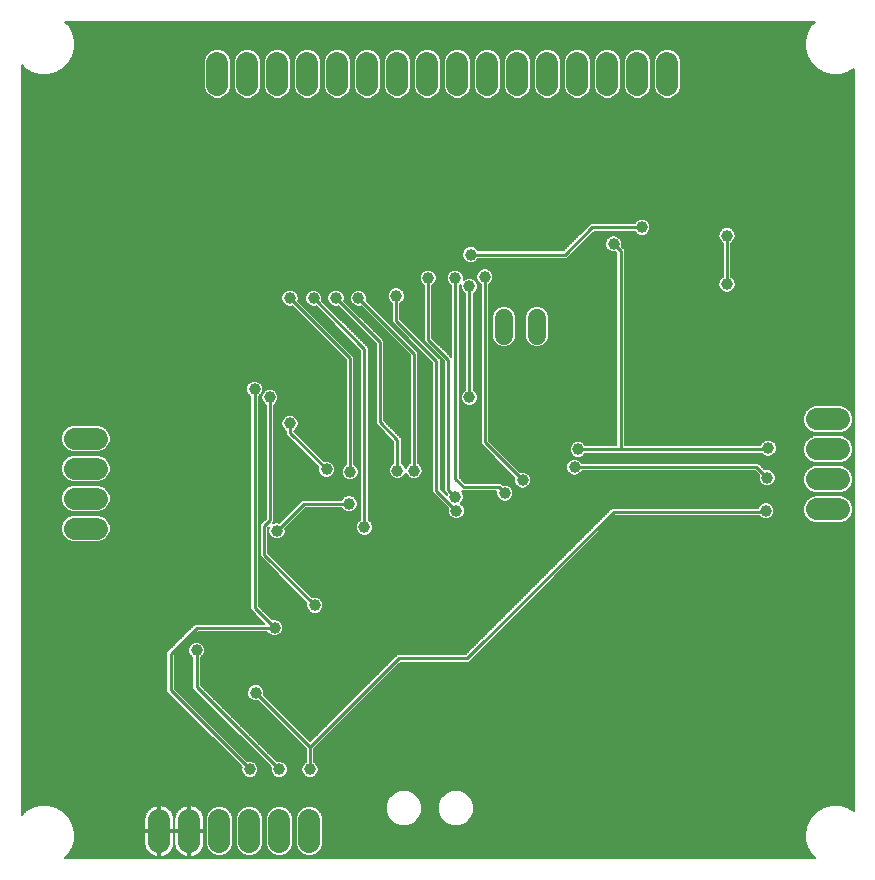
<source format=gbl>
G75*
%MOIN*%
%OFA0B0*%
%FSLAX25Y25*%
%IPPOS*%
%LPD*%
%AMOC8*
5,1,8,0,0,1.08239X$1,22.5*
%
%ADD10C,0.07400*%
%ADD11C,0.06000*%
%ADD12C,0.00600*%
%ADD13C,0.03962*%
%ADD14C,0.03900*%
%ADD15C,0.01000*%
D10*
X0062875Y0018742D02*
X0062875Y0026142D01*
X0072875Y0026142D02*
X0072875Y0018742D01*
X0082875Y0018742D02*
X0082875Y0026142D01*
X0092875Y0026142D02*
X0092875Y0018742D01*
X0102875Y0018742D02*
X0102875Y0026142D01*
X0112875Y0026142D02*
X0112875Y0018742D01*
X0042008Y0123347D02*
X0034608Y0123347D01*
X0034608Y0133347D02*
X0042008Y0133347D01*
X0042008Y0143347D02*
X0034608Y0143347D01*
X0034608Y0153347D02*
X0042008Y0153347D01*
X0082245Y0271261D02*
X0082245Y0278661D01*
X0092245Y0278661D02*
X0092245Y0271261D01*
X0102245Y0271261D02*
X0102245Y0278661D01*
X0112245Y0278661D02*
X0112245Y0271261D01*
X0122245Y0271261D02*
X0122245Y0278661D01*
X0132245Y0278661D02*
X0132245Y0271261D01*
X0142245Y0271261D02*
X0142245Y0278661D01*
X0152245Y0278661D02*
X0152245Y0271261D01*
X0162245Y0271261D02*
X0162245Y0278661D01*
X0172245Y0278661D02*
X0172245Y0271261D01*
X0182245Y0271261D02*
X0182245Y0278661D01*
X0192245Y0278661D02*
X0192245Y0271261D01*
X0202245Y0271261D02*
X0202245Y0278661D01*
X0212245Y0278661D02*
X0212245Y0271261D01*
X0222245Y0271261D02*
X0222245Y0278661D01*
X0232245Y0278661D02*
X0232245Y0271261D01*
X0282128Y0159765D02*
X0289528Y0159765D01*
X0289528Y0149765D02*
X0282128Y0149765D01*
X0282128Y0139765D02*
X0289528Y0139765D01*
X0289528Y0129765D02*
X0282128Y0129765D01*
D11*
X0188729Y0187670D02*
X0188729Y0193670D01*
X0177729Y0193670D02*
X0177729Y0187670D01*
D12*
X0017017Y0277843D02*
X0017017Y0027907D01*
X0018262Y0029151D01*
X0020589Y0030495D01*
X0023185Y0031191D01*
X0025872Y0031191D01*
X0028468Y0030495D01*
X0030795Y0029151D01*
X0032695Y0027251D01*
X0034038Y0024924D01*
X0034734Y0022329D01*
X0034734Y0019641D01*
X0034038Y0017046D01*
X0032695Y0014719D01*
X0031450Y0013474D01*
X0281386Y0013474D01*
X0280141Y0014719D01*
X0278798Y0017046D01*
X0278102Y0019641D01*
X0278102Y0022329D01*
X0278798Y0024924D01*
X0280141Y0027251D01*
X0282042Y0029151D01*
X0284369Y0030495D01*
X0286964Y0031191D01*
X0289651Y0031191D01*
X0292247Y0030495D01*
X0294362Y0029274D01*
X0294362Y0276476D01*
X0292247Y0275255D01*
X0289651Y0274559D01*
X0286964Y0274559D01*
X0284369Y0275255D01*
X0282042Y0276598D01*
X0280141Y0278498D01*
X0278798Y0280825D01*
X0278102Y0283421D01*
X0278102Y0286108D01*
X0278798Y0288704D01*
X0280141Y0291031D01*
X0281386Y0292276D01*
X0031450Y0292276D01*
X0032695Y0291031D01*
X0034038Y0288704D01*
X0034734Y0286108D01*
X0034734Y0283421D01*
X0034038Y0280825D01*
X0032695Y0278498D01*
X0030795Y0276598D01*
X0028468Y0275255D01*
X0025872Y0274559D01*
X0023185Y0274559D01*
X0020589Y0275255D01*
X0018262Y0276598D01*
X0017017Y0277843D01*
X0017017Y0277307D02*
X0017553Y0277307D01*
X0017017Y0276709D02*
X0018152Y0276709D01*
X0019107Y0276110D02*
X0017017Y0276110D01*
X0017017Y0275512D02*
X0020144Y0275512D01*
X0021864Y0274913D02*
X0017017Y0274913D01*
X0017017Y0274315D02*
X0077645Y0274315D01*
X0077645Y0274913D02*
X0027193Y0274913D01*
X0028913Y0275512D02*
X0077645Y0275512D01*
X0077645Y0276110D02*
X0029949Y0276110D01*
X0030905Y0276709D02*
X0077645Y0276709D01*
X0077645Y0277307D02*
X0031504Y0277307D01*
X0032102Y0277906D02*
X0077645Y0277906D01*
X0077645Y0278504D02*
X0032698Y0278504D01*
X0033044Y0279103D02*
X0077645Y0279103D01*
X0077645Y0279576D02*
X0078345Y0281267D01*
X0079639Y0282561D01*
X0081330Y0283261D01*
X0083160Y0283261D01*
X0084851Y0282561D01*
X0086145Y0281267D01*
X0086845Y0279576D01*
X0086845Y0270346D01*
X0086145Y0268656D01*
X0084851Y0267362D01*
X0083160Y0266661D01*
X0081330Y0266661D01*
X0079639Y0267362D01*
X0078345Y0268656D01*
X0077645Y0270346D01*
X0077645Y0279576D01*
X0077697Y0279701D02*
X0033389Y0279701D01*
X0033735Y0280300D02*
X0077944Y0280300D01*
X0078192Y0280898D02*
X0034058Y0280898D01*
X0034218Y0281497D02*
X0078575Y0281497D01*
X0079173Y0282095D02*
X0034379Y0282095D01*
X0034539Y0282694D02*
X0079959Y0282694D01*
X0084530Y0282694D02*
X0089959Y0282694D01*
X0089639Y0282561D02*
X0088345Y0281267D01*
X0087645Y0279576D01*
X0087645Y0270346D01*
X0088345Y0268656D01*
X0089639Y0267362D01*
X0091330Y0266661D01*
X0093160Y0266661D01*
X0094851Y0267362D01*
X0096145Y0268656D01*
X0096845Y0270346D01*
X0096845Y0279576D01*
X0096145Y0281267D01*
X0094851Y0282561D01*
X0093160Y0283261D01*
X0091330Y0283261D01*
X0089639Y0282561D01*
X0089173Y0282095D02*
X0085316Y0282095D01*
X0085915Y0281497D02*
X0088575Y0281497D01*
X0088192Y0280898D02*
X0086297Y0280898D01*
X0086545Y0280300D02*
X0087944Y0280300D01*
X0087697Y0279701D02*
X0086793Y0279701D01*
X0086845Y0279103D02*
X0087645Y0279103D01*
X0087645Y0278504D02*
X0086845Y0278504D01*
X0086845Y0277906D02*
X0087645Y0277906D01*
X0087645Y0277307D02*
X0086845Y0277307D01*
X0086845Y0276709D02*
X0087645Y0276709D01*
X0087645Y0276110D02*
X0086845Y0276110D01*
X0086845Y0275512D02*
X0087645Y0275512D01*
X0087645Y0274913D02*
X0086845Y0274913D01*
X0086845Y0274315D02*
X0087645Y0274315D01*
X0087645Y0273716D02*
X0086845Y0273716D01*
X0086845Y0273118D02*
X0087645Y0273118D01*
X0087645Y0272519D02*
X0086845Y0272519D01*
X0086845Y0271920D02*
X0087645Y0271920D01*
X0087645Y0271322D02*
X0086845Y0271322D01*
X0086845Y0270723D02*
X0087645Y0270723D01*
X0087737Y0270125D02*
X0086753Y0270125D01*
X0086505Y0269526D02*
X0087985Y0269526D01*
X0088232Y0268928D02*
X0086257Y0268928D01*
X0085818Y0268329D02*
X0088671Y0268329D01*
X0089270Y0267731D02*
X0085220Y0267731D01*
X0084297Y0267132D02*
X0090193Y0267132D01*
X0094297Y0267132D02*
X0100193Y0267132D01*
X0099639Y0267362D02*
X0101330Y0266661D01*
X0103160Y0266661D01*
X0104851Y0267362D01*
X0106145Y0268656D01*
X0106845Y0270346D01*
X0106845Y0279576D01*
X0106145Y0281267D01*
X0104851Y0282561D01*
X0103160Y0283261D01*
X0101330Y0283261D01*
X0099639Y0282561D01*
X0098345Y0281267D01*
X0097645Y0279576D01*
X0097645Y0270346D01*
X0098345Y0268656D01*
X0099639Y0267362D01*
X0099270Y0267731D02*
X0095220Y0267731D01*
X0095818Y0268329D02*
X0098671Y0268329D01*
X0098232Y0268928D02*
X0096257Y0268928D01*
X0096505Y0269526D02*
X0097985Y0269526D01*
X0097737Y0270125D02*
X0096753Y0270125D01*
X0096845Y0270723D02*
X0097645Y0270723D01*
X0097645Y0271322D02*
X0096845Y0271322D01*
X0096845Y0271920D02*
X0097645Y0271920D01*
X0097645Y0272519D02*
X0096845Y0272519D01*
X0096845Y0273118D02*
X0097645Y0273118D01*
X0097645Y0273716D02*
X0096845Y0273716D01*
X0096845Y0274315D02*
X0097645Y0274315D01*
X0097645Y0274913D02*
X0096845Y0274913D01*
X0096845Y0275512D02*
X0097645Y0275512D01*
X0097645Y0276110D02*
X0096845Y0276110D01*
X0096845Y0276709D02*
X0097645Y0276709D01*
X0097645Y0277307D02*
X0096845Y0277307D01*
X0096845Y0277906D02*
X0097645Y0277906D01*
X0097645Y0278504D02*
X0096845Y0278504D01*
X0096845Y0279103D02*
X0097645Y0279103D01*
X0097697Y0279701D02*
X0096793Y0279701D01*
X0096545Y0280300D02*
X0097944Y0280300D01*
X0098192Y0280898D02*
X0096297Y0280898D01*
X0095915Y0281497D02*
X0098575Y0281497D01*
X0099173Y0282095D02*
X0095316Y0282095D01*
X0094530Y0282694D02*
X0099959Y0282694D01*
X0104530Y0282694D02*
X0109959Y0282694D01*
X0109639Y0282561D02*
X0108345Y0281267D01*
X0107645Y0279576D01*
X0107645Y0270346D01*
X0108345Y0268656D01*
X0109639Y0267362D01*
X0111330Y0266661D01*
X0113160Y0266661D01*
X0114851Y0267362D01*
X0116145Y0268656D01*
X0116845Y0270346D01*
X0116845Y0279576D01*
X0116145Y0281267D01*
X0114851Y0282561D01*
X0113160Y0283261D01*
X0111330Y0283261D01*
X0109639Y0282561D01*
X0109173Y0282095D02*
X0105316Y0282095D01*
X0105915Y0281497D02*
X0108575Y0281497D01*
X0108192Y0280898D02*
X0106297Y0280898D01*
X0106545Y0280300D02*
X0107944Y0280300D01*
X0107697Y0279701D02*
X0106793Y0279701D01*
X0106845Y0279103D02*
X0107645Y0279103D01*
X0107645Y0278504D02*
X0106845Y0278504D01*
X0106845Y0277906D02*
X0107645Y0277906D01*
X0107645Y0277307D02*
X0106845Y0277307D01*
X0106845Y0276709D02*
X0107645Y0276709D01*
X0107645Y0276110D02*
X0106845Y0276110D01*
X0106845Y0275512D02*
X0107645Y0275512D01*
X0107645Y0274913D02*
X0106845Y0274913D01*
X0106845Y0274315D02*
X0107645Y0274315D01*
X0107645Y0273716D02*
X0106845Y0273716D01*
X0106845Y0273118D02*
X0107645Y0273118D01*
X0107645Y0272519D02*
X0106845Y0272519D01*
X0106845Y0271920D02*
X0107645Y0271920D01*
X0107645Y0271322D02*
X0106845Y0271322D01*
X0106845Y0270723D02*
X0107645Y0270723D01*
X0107737Y0270125D02*
X0106753Y0270125D01*
X0106505Y0269526D02*
X0107985Y0269526D01*
X0108232Y0268928D02*
X0106257Y0268928D01*
X0105818Y0268329D02*
X0108671Y0268329D01*
X0109270Y0267731D02*
X0105220Y0267731D01*
X0104297Y0267132D02*
X0110193Y0267132D01*
X0114297Y0267132D02*
X0120193Y0267132D01*
X0119639Y0267362D02*
X0121330Y0266661D01*
X0123160Y0266661D01*
X0124851Y0267362D01*
X0126145Y0268656D01*
X0126845Y0270346D01*
X0126845Y0279576D01*
X0126145Y0281267D01*
X0124851Y0282561D01*
X0123160Y0283261D01*
X0121330Y0283261D01*
X0119639Y0282561D01*
X0118345Y0281267D01*
X0117645Y0279576D01*
X0117645Y0270346D01*
X0118345Y0268656D01*
X0119639Y0267362D01*
X0119270Y0267731D02*
X0115220Y0267731D01*
X0115818Y0268329D02*
X0118671Y0268329D01*
X0118232Y0268928D02*
X0116257Y0268928D01*
X0116505Y0269526D02*
X0117985Y0269526D01*
X0117737Y0270125D02*
X0116753Y0270125D01*
X0116845Y0270723D02*
X0117645Y0270723D01*
X0117645Y0271322D02*
X0116845Y0271322D01*
X0116845Y0271920D02*
X0117645Y0271920D01*
X0117645Y0272519D02*
X0116845Y0272519D01*
X0116845Y0273118D02*
X0117645Y0273118D01*
X0117645Y0273716D02*
X0116845Y0273716D01*
X0116845Y0274315D02*
X0117645Y0274315D01*
X0117645Y0274913D02*
X0116845Y0274913D01*
X0116845Y0275512D02*
X0117645Y0275512D01*
X0117645Y0276110D02*
X0116845Y0276110D01*
X0116845Y0276709D02*
X0117645Y0276709D01*
X0117645Y0277307D02*
X0116845Y0277307D01*
X0116845Y0277906D02*
X0117645Y0277906D01*
X0117645Y0278504D02*
X0116845Y0278504D01*
X0116845Y0279103D02*
X0117645Y0279103D01*
X0117697Y0279701D02*
X0116793Y0279701D01*
X0116545Y0280300D02*
X0117944Y0280300D01*
X0118192Y0280898D02*
X0116297Y0280898D01*
X0115915Y0281497D02*
X0118575Y0281497D01*
X0119173Y0282095D02*
X0115316Y0282095D01*
X0114530Y0282694D02*
X0119959Y0282694D01*
X0124530Y0282694D02*
X0129959Y0282694D01*
X0129639Y0282561D02*
X0128345Y0281267D01*
X0127645Y0279576D01*
X0127645Y0270346D01*
X0128345Y0268656D01*
X0129639Y0267362D01*
X0131330Y0266661D01*
X0133160Y0266661D01*
X0134851Y0267362D01*
X0136145Y0268656D01*
X0136845Y0270346D01*
X0136845Y0279576D01*
X0136145Y0281267D01*
X0134851Y0282561D01*
X0133160Y0283261D01*
X0131330Y0283261D01*
X0129639Y0282561D01*
X0129173Y0282095D02*
X0125316Y0282095D01*
X0125915Y0281497D02*
X0128575Y0281497D01*
X0128192Y0280898D02*
X0126297Y0280898D01*
X0126545Y0280300D02*
X0127944Y0280300D01*
X0127697Y0279701D02*
X0126793Y0279701D01*
X0126845Y0279103D02*
X0127645Y0279103D01*
X0127645Y0278504D02*
X0126845Y0278504D01*
X0126845Y0277906D02*
X0127645Y0277906D01*
X0127645Y0277307D02*
X0126845Y0277307D01*
X0126845Y0276709D02*
X0127645Y0276709D01*
X0127645Y0276110D02*
X0126845Y0276110D01*
X0126845Y0275512D02*
X0127645Y0275512D01*
X0127645Y0274913D02*
X0126845Y0274913D01*
X0126845Y0274315D02*
X0127645Y0274315D01*
X0127645Y0273716D02*
X0126845Y0273716D01*
X0126845Y0273118D02*
X0127645Y0273118D01*
X0127645Y0272519D02*
X0126845Y0272519D01*
X0126845Y0271920D02*
X0127645Y0271920D01*
X0127645Y0271322D02*
X0126845Y0271322D01*
X0126845Y0270723D02*
X0127645Y0270723D01*
X0127737Y0270125D02*
X0126753Y0270125D01*
X0126505Y0269526D02*
X0127985Y0269526D01*
X0128232Y0268928D02*
X0126257Y0268928D01*
X0125818Y0268329D02*
X0128671Y0268329D01*
X0129270Y0267731D02*
X0125220Y0267731D01*
X0124297Y0267132D02*
X0130193Y0267132D01*
X0134297Y0267132D02*
X0140193Y0267132D01*
X0139639Y0267362D02*
X0141330Y0266661D01*
X0143160Y0266661D01*
X0144851Y0267362D01*
X0146145Y0268656D01*
X0146845Y0270346D01*
X0146845Y0279576D01*
X0146145Y0281267D01*
X0144851Y0282561D01*
X0143160Y0283261D01*
X0141330Y0283261D01*
X0139639Y0282561D01*
X0138345Y0281267D01*
X0137645Y0279576D01*
X0137645Y0270346D01*
X0138345Y0268656D01*
X0139639Y0267362D01*
X0139270Y0267731D02*
X0135220Y0267731D01*
X0135818Y0268329D02*
X0138671Y0268329D01*
X0138232Y0268928D02*
X0136257Y0268928D01*
X0136505Y0269526D02*
X0137985Y0269526D01*
X0137737Y0270125D02*
X0136753Y0270125D01*
X0136845Y0270723D02*
X0137645Y0270723D01*
X0137645Y0271322D02*
X0136845Y0271322D01*
X0136845Y0271920D02*
X0137645Y0271920D01*
X0137645Y0272519D02*
X0136845Y0272519D01*
X0136845Y0273118D02*
X0137645Y0273118D01*
X0137645Y0273716D02*
X0136845Y0273716D01*
X0136845Y0274315D02*
X0137645Y0274315D01*
X0137645Y0274913D02*
X0136845Y0274913D01*
X0136845Y0275512D02*
X0137645Y0275512D01*
X0137645Y0276110D02*
X0136845Y0276110D01*
X0136845Y0276709D02*
X0137645Y0276709D01*
X0137645Y0277307D02*
X0136845Y0277307D01*
X0136845Y0277906D02*
X0137645Y0277906D01*
X0137645Y0278504D02*
X0136845Y0278504D01*
X0136845Y0279103D02*
X0137645Y0279103D01*
X0137697Y0279701D02*
X0136793Y0279701D01*
X0136545Y0280300D02*
X0137944Y0280300D01*
X0138192Y0280898D02*
X0136297Y0280898D01*
X0135915Y0281497D02*
X0138575Y0281497D01*
X0139173Y0282095D02*
X0135316Y0282095D01*
X0134530Y0282694D02*
X0139959Y0282694D01*
X0144530Y0282694D02*
X0149959Y0282694D01*
X0149639Y0282561D02*
X0151330Y0283261D01*
X0153160Y0283261D01*
X0154851Y0282561D01*
X0156145Y0281267D01*
X0156845Y0279576D01*
X0156845Y0270346D01*
X0156145Y0268656D01*
X0154851Y0267362D01*
X0153160Y0266661D01*
X0151330Y0266661D01*
X0149639Y0267362D01*
X0148345Y0268656D01*
X0147645Y0270346D01*
X0147645Y0279576D01*
X0148345Y0281267D01*
X0149639Y0282561D01*
X0149173Y0282095D02*
X0145316Y0282095D01*
X0145915Y0281497D02*
X0148575Y0281497D01*
X0148192Y0280898D02*
X0146297Y0280898D01*
X0146545Y0280300D02*
X0147944Y0280300D01*
X0147697Y0279701D02*
X0146793Y0279701D01*
X0146845Y0279103D02*
X0147645Y0279103D01*
X0147645Y0278504D02*
X0146845Y0278504D01*
X0146845Y0277906D02*
X0147645Y0277906D01*
X0147645Y0277307D02*
X0146845Y0277307D01*
X0146845Y0276709D02*
X0147645Y0276709D01*
X0147645Y0276110D02*
X0146845Y0276110D01*
X0146845Y0275512D02*
X0147645Y0275512D01*
X0147645Y0274913D02*
X0146845Y0274913D01*
X0146845Y0274315D02*
X0147645Y0274315D01*
X0147645Y0273716D02*
X0146845Y0273716D01*
X0146845Y0273118D02*
X0147645Y0273118D01*
X0147645Y0272519D02*
X0146845Y0272519D01*
X0146845Y0271920D02*
X0147645Y0271920D01*
X0147645Y0271322D02*
X0146845Y0271322D01*
X0146845Y0270723D02*
X0147645Y0270723D01*
X0147737Y0270125D02*
X0146753Y0270125D01*
X0146505Y0269526D02*
X0147985Y0269526D01*
X0148232Y0268928D02*
X0146257Y0268928D01*
X0145818Y0268329D02*
X0148671Y0268329D01*
X0149270Y0267731D02*
X0145220Y0267731D01*
X0144297Y0267132D02*
X0150193Y0267132D01*
X0154297Y0267132D02*
X0160193Y0267132D01*
X0159639Y0267362D02*
X0161330Y0266661D01*
X0163160Y0266661D01*
X0164851Y0267362D01*
X0166145Y0268656D01*
X0166845Y0270346D01*
X0166845Y0279576D01*
X0166145Y0281267D01*
X0164851Y0282561D01*
X0163160Y0283261D01*
X0161330Y0283261D01*
X0159639Y0282561D01*
X0158345Y0281267D01*
X0157645Y0279576D01*
X0157645Y0270346D01*
X0158345Y0268656D01*
X0159639Y0267362D01*
X0159270Y0267731D02*
X0155220Y0267731D01*
X0155818Y0268329D02*
X0158671Y0268329D01*
X0158232Y0268928D02*
X0156257Y0268928D01*
X0156505Y0269526D02*
X0157985Y0269526D01*
X0157737Y0270125D02*
X0156753Y0270125D01*
X0156845Y0270723D02*
X0157645Y0270723D01*
X0157645Y0271322D02*
X0156845Y0271322D01*
X0156845Y0271920D02*
X0157645Y0271920D01*
X0157645Y0272519D02*
X0156845Y0272519D01*
X0156845Y0273118D02*
X0157645Y0273118D01*
X0157645Y0273716D02*
X0156845Y0273716D01*
X0156845Y0274315D02*
X0157645Y0274315D01*
X0157645Y0274913D02*
X0156845Y0274913D01*
X0156845Y0275512D02*
X0157645Y0275512D01*
X0157645Y0276110D02*
X0156845Y0276110D01*
X0156845Y0276709D02*
X0157645Y0276709D01*
X0157645Y0277307D02*
X0156845Y0277307D01*
X0156845Y0277906D02*
X0157645Y0277906D01*
X0157645Y0278504D02*
X0156845Y0278504D01*
X0156845Y0279103D02*
X0157645Y0279103D01*
X0157697Y0279701D02*
X0156793Y0279701D01*
X0156545Y0280300D02*
X0157944Y0280300D01*
X0158192Y0280898D02*
X0156297Y0280898D01*
X0155915Y0281497D02*
X0158575Y0281497D01*
X0159173Y0282095D02*
X0155316Y0282095D01*
X0154530Y0282694D02*
X0159959Y0282694D01*
X0164530Y0282694D02*
X0169959Y0282694D01*
X0169639Y0282561D02*
X0168345Y0281267D01*
X0167645Y0279576D01*
X0167645Y0270346D01*
X0168345Y0268656D01*
X0169639Y0267362D01*
X0171330Y0266661D01*
X0173160Y0266661D01*
X0174851Y0267362D01*
X0176145Y0268656D01*
X0176845Y0270346D01*
X0176845Y0279576D01*
X0176145Y0281267D01*
X0174851Y0282561D01*
X0173160Y0283261D01*
X0171330Y0283261D01*
X0169639Y0282561D01*
X0169173Y0282095D02*
X0165316Y0282095D01*
X0165915Y0281497D02*
X0168575Y0281497D01*
X0168192Y0280898D02*
X0166297Y0280898D01*
X0166545Y0280300D02*
X0167944Y0280300D01*
X0167697Y0279701D02*
X0166793Y0279701D01*
X0166845Y0279103D02*
X0167645Y0279103D01*
X0167645Y0278504D02*
X0166845Y0278504D01*
X0166845Y0277906D02*
X0167645Y0277906D01*
X0167645Y0277307D02*
X0166845Y0277307D01*
X0166845Y0276709D02*
X0167645Y0276709D01*
X0167645Y0276110D02*
X0166845Y0276110D01*
X0166845Y0275512D02*
X0167645Y0275512D01*
X0167645Y0274913D02*
X0166845Y0274913D01*
X0166845Y0274315D02*
X0167645Y0274315D01*
X0167645Y0273716D02*
X0166845Y0273716D01*
X0166845Y0273118D02*
X0167645Y0273118D01*
X0167645Y0272519D02*
X0166845Y0272519D01*
X0166845Y0271920D02*
X0167645Y0271920D01*
X0167645Y0271322D02*
X0166845Y0271322D01*
X0166845Y0270723D02*
X0167645Y0270723D01*
X0167737Y0270125D02*
X0166753Y0270125D01*
X0166505Y0269526D02*
X0167985Y0269526D01*
X0168232Y0268928D02*
X0166257Y0268928D01*
X0165818Y0268329D02*
X0168671Y0268329D01*
X0169270Y0267731D02*
X0165220Y0267731D01*
X0164297Y0267132D02*
X0170193Y0267132D01*
X0174297Y0267132D02*
X0180193Y0267132D01*
X0179639Y0267362D02*
X0181330Y0266661D01*
X0183160Y0266661D01*
X0184851Y0267362D01*
X0186145Y0268656D01*
X0186845Y0270346D01*
X0186845Y0279576D01*
X0186145Y0281267D01*
X0184851Y0282561D01*
X0183160Y0283261D01*
X0181330Y0283261D01*
X0179639Y0282561D01*
X0178345Y0281267D01*
X0177645Y0279576D01*
X0177645Y0270346D01*
X0178345Y0268656D01*
X0179639Y0267362D01*
X0179270Y0267731D02*
X0175220Y0267731D01*
X0175818Y0268329D02*
X0178671Y0268329D01*
X0178232Y0268928D02*
X0176257Y0268928D01*
X0176505Y0269526D02*
X0177985Y0269526D01*
X0177737Y0270125D02*
X0176753Y0270125D01*
X0176845Y0270723D02*
X0177645Y0270723D01*
X0177645Y0271322D02*
X0176845Y0271322D01*
X0176845Y0271920D02*
X0177645Y0271920D01*
X0177645Y0272519D02*
X0176845Y0272519D01*
X0176845Y0273118D02*
X0177645Y0273118D01*
X0177645Y0273716D02*
X0176845Y0273716D01*
X0176845Y0274315D02*
X0177645Y0274315D01*
X0177645Y0274913D02*
X0176845Y0274913D01*
X0176845Y0275512D02*
X0177645Y0275512D01*
X0177645Y0276110D02*
X0176845Y0276110D01*
X0176845Y0276709D02*
X0177645Y0276709D01*
X0177645Y0277307D02*
X0176845Y0277307D01*
X0176845Y0277906D02*
X0177645Y0277906D01*
X0177645Y0278504D02*
X0176845Y0278504D01*
X0176845Y0279103D02*
X0177645Y0279103D01*
X0177697Y0279701D02*
X0176793Y0279701D01*
X0176545Y0280300D02*
X0177944Y0280300D01*
X0178192Y0280898D02*
X0176297Y0280898D01*
X0175915Y0281497D02*
X0178575Y0281497D01*
X0179173Y0282095D02*
X0175316Y0282095D01*
X0174530Y0282694D02*
X0179959Y0282694D01*
X0184530Y0282694D02*
X0189959Y0282694D01*
X0189639Y0282561D02*
X0188345Y0281267D01*
X0187645Y0279576D01*
X0187645Y0270346D01*
X0188345Y0268656D01*
X0189639Y0267362D01*
X0191330Y0266661D01*
X0193160Y0266661D01*
X0194851Y0267362D01*
X0196145Y0268656D01*
X0196845Y0270346D01*
X0196845Y0279576D01*
X0196145Y0281267D01*
X0194851Y0282561D01*
X0193160Y0283261D01*
X0191330Y0283261D01*
X0189639Y0282561D01*
X0189173Y0282095D02*
X0185316Y0282095D01*
X0185915Y0281497D02*
X0188575Y0281497D01*
X0188192Y0280898D02*
X0186297Y0280898D01*
X0186545Y0280300D02*
X0187944Y0280300D01*
X0187697Y0279701D02*
X0186793Y0279701D01*
X0186845Y0279103D02*
X0187645Y0279103D01*
X0187645Y0278504D02*
X0186845Y0278504D01*
X0186845Y0277906D02*
X0187645Y0277906D01*
X0187645Y0277307D02*
X0186845Y0277307D01*
X0186845Y0276709D02*
X0187645Y0276709D01*
X0187645Y0276110D02*
X0186845Y0276110D01*
X0186845Y0275512D02*
X0187645Y0275512D01*
X0187645Y0274913D02*
X0186845Y0274913D01*
X0186845Y0274315D02*
X0187645Y0274315D01*
X0187645Y0273716D02*
X0186845Y0273716D01*
X0186845Y0273118D02*
X0187645Y0273118D01*
X0187645Y0272519D02*
X0186845Y0272519D01*
X0186845Y0271920D02*
X0187645Y0271920D01*
X0187645Y0271322D02*
X0186845Y0271322D01*
X0186845Y0270723D02*
X0187645Y0270723D01*
X0187737Y0270125D02*
X0186753Y0270125D01*
X0186505Y0269526D02*
X0187985Y0269526D01*
X0188232Y0268928D02*
X0186257Y0268928D01*
X0185818Y0268329D02*
X0188671Y0268329D01*
X0189270Y0267731D02*
X0185220Y0267731D01*
X0184297Y0267132D02*
X0190193Y0267132D01*
X0194297Y0267132D02*
X0200193Y0267132D01*
X0199639Y0267362D02*
X0201330Y0266661D01*
X0203160Y0266661D01*
X0204851Y0267362D01*
X0206145Y0268656D01*
X0206845Y0270346D01*
X0206845Y0279576D01*
X0206145Y0281267D01*
X0204851Y0282561D01*
X0203160Y0283261D01*
X0201330Y0283261D01*
X0199639Y0282561D01*
X0198345Y0281267D01*
X0197645Y0279576D01*
X0197645Y0270346D01*
X0198345Y0268656D01*
X0199639Y0267362D01*
X0199270Y0267731D02*
X0195220Y0267731D01*
X0195818Y0268329D02*
X0198671Y0268329D01*
X0198232Y0268928D02*
X0196257Y0268928D01*
X0196505Y0269526D02*
X0197985Y0269526D01*
X0197737Y0270125D02*
X0196753Y0270125D01*
X0196845Y0270723D02*
X0197645Y0270723D01*
X0197645Y0271322D02*
X0196845Y0271322D01*
X0196845Y0271920D02*
X0197645Y0271920D01*
X0197645Y0272519D02*
X0196845Y0272519D01*
X0196845Y0273118D02*
X0197645Y0273118D01*
X0197645Y0273716D02*
X0196845Y0273716D01*
X0196845Y0274315D02*
X0197645Y0274315D01*
X0197645Y0274913D02*
X0196845Y0274913D01*
X0196845Y0275512D02*
X0197645Y0275512D01*
X0197645Y0276110D02*
X0196845Y0276110D01*
X0196845Y0276709D02*
X0197645Y0276709D01*
X0197645Y0277307D02*
X0196845Y0277307D01*
X0196845Y0277906D02*
X0197645Y0277906D01*
X0197645Y0278504D02*
X0196845Y0278504D01*
X0196845Y0279103D02*
X0197645Y0279103D01*
X0197697Y0279701D02*
X0196793Y0279701D01*
X0196545Y0280300D02*
X0197944Y0280300D01*
X0198192Y0280898D02*
X0196297Y0280898D01*
X0195915Y0281497D02*
X0198575Y0281497D01*
X0199173Y0282095D02*
X0195316Y0282095D01*
X0194530Y0282694D02*
X0199959Y0282694D01*
X0204530Y0282694D02*
X0209959Y0282694D01*
X0209639Y0282561D02*
X0208345Y0281267D01*
X0207645Y0279576D01*
X0207645Y0270346D01*
X0208345Y0268656D01*
X0209639Y0267362D01*
X0211330Y0266661D01*
X0213160Y0266661D01*
X0214851Y0267362D01*
X0216145Y0268656D01*
X0216845Y0270346D01*
X0216845Y0279576D01*
X0216145Y0281267D01*
X0214851Y0282561D01*
X0213160Y0283261D01*
X0211330Y0283261D01*
X0209639Y0282561D01*
X0209173Y0282095D02*
X0205316Y0282095D01*
X0205915Y0281497D02*
X0208575Y0281497D01*
X0208192Y0280898D02*
X0206297Y0280898D01*
X0206545Y0280300D02*
X0207944Y0280300D01*
X0207697Y0279701D02*
X0206793Y0279701D01*
X0206845Y0279103D02*
X0207645Y0279103D01*
X0207645Y0278504D02*
X0206845Y0278504D01*
X0206845Y0277906D02*
X0207645Y0277906D01*
X0207645Y0277307D02*
X0206845Y0277307D01*
X0206845Y0276709D02*
X0207645Y0276709D01*
X0207645Y0276110D02*
X0206845Y0276110D01*
X0206845Y0275512D02*
X0207645Y0275512D01*
X0207645Y0274913D02*
X0206845Y0274913D01*
X0206845Y0274315D02*
X0207645Y0274315D01*
X0207645Y0273716D02*
X0206845Y0273716D01*
X0206845Y0273118D02*
X0207645Y0273118D01*
X0207645Y0272519D02*
X0206845Y0272519D01*
X0206845Y0271920D02*
X0207645Y0271920D01*
X0207645Y0271322D02*
X0206845Y0271322D01*
X0206845Y0270723D02*
X0207645Y0270723D01*
X0207737Y0270125D02*
X0206753Y0270125D01*
X0206505Y0269526D02*
X0207985Y0269526D01*
X0208232Y0268928D02*
X0206257Y0268928D01*
X0205818Y0268329D02*
X0208671Y0268329D01*
X0209270Y0267731D02*
X0205220Y0267731D01*
X0204297Y0267132D02*
X0210193Y0267132D01*
X0214297Y0267132D02*
X0220193Y0267132D01*
X0219639Y0267362D02*
X0221330Y0266661D01*
X0223160Y0266661D01*
X0224851Y0267362D01*
X0226145Y0268656D01*
X0226845Y0270346D01*
X0226845Y0279576D01*
X0226145Y0281267D01*
X0224851Y0282561D01*
X0223160Y0283261D01*
X0221330Y0283261D01*
X0219639Y0282561D01*
X0218345Y0281267D01*
X0217645Y0279576D01*
X0217645Y0270346D01*
X0218345Y0268656D01*
X0219639Y0267362D01*
X0219270Y0267731D02*
X0215220Y0267731D01*
X0215818Y0268329D02*
X0218671Y0268329D01*
X0218232Y0268928D02*
X0216257Y0268928D01*
X0216505Y0269526D02*
X0217985Y0269526D01*
X0217737Y0270125D02*
X0216753Y0270125D01*
X0216845Y0270723D02*
X0217645Y0270723D01*
X0217645Y0271322D02*
X0216845Y0271322D01*
X0216845Y0271920D02*
X0217645Y0271920D01*
X0217645Y0272519D02*
X0216845Y0272519D01*
X0216845Y0273118D02*
X0217645Y0273118D01*
X0217645Y0273716D02*
X0216845Y0273716D01*
X0216845Y0274315D02*
X0217645Y0274315D01*
X0217645Y0274913D02*
X0216845Y0274913D01*
X0216845Y0275512D02*
X0217645Y0275512D01*
X0217645Y0276110D02*
X0216845Y0276110D01*
X0216845Y0276709D02*
X0217645Y0276709D01*
X0217645Y0277307D02*
X0216845Y0277307D01*
X0216845Y0277906D02*
X0217645Y0277906D01*
X0217645Y0278504D02*
X0216845Y0278504D01*
X0216845Y0279103D02*
X0217645Y0279103D01*
X0217697Y0279701D02*
X0216793Y0279701D01*
X0216545Y0280300D02*
X0217944Y0280300D01*
X0218192Y0280898D02*
X0216297Y0280898D01*
X0215915Y0281497D02*
X0218575Y0281497D01*
X0219173Y0282095D02*
X0215316Y0282095D01*
X0214530Y0282694D02*
X0219959Y0282694D01*
X0224530Y0282694D02*
X0229959Y0282694D01*
X0229639Y0282561D02*
X0228345Y0281267D01*
X0227645Y0279576D01*
X0227645Y0270346D01*
X0228345Y0268656D01*
X0229639Y0267362D01*
X0231330Y0266661D01*
X0233160Y0266661D01*
X0234851Y0267362D01*
X0236145Y0268656D01*
X0236845Y0270346D01*
X0236845Y0279576D01*
X0236145Y0281267D01*
X0234851Y0282561D01*
X0233160Y0283261D01*
X0231330Y0283261D01*
X0229639Y0282561D01*
X0229173Y0282095D02*
X0225316Y0282095D01*
X0225915Y0281497D02*
X0228575Y0281497D01*
X0228192Y0280898D02*
X0226297Y0280898D01*
X0226545Y0280300D02*
X0227944Y0280300D01*
X0227697Y0279701D02*
X0226793Y0279701D01*
X0226845Y0279103D02*
X0227645Y0279103D01*
X0227645Y0278504D02*
X0226845Y0278504D01*
X0226845Y0277906D02*
X0227645Y0277906D01*
X0227645Y0277307D02*
X0226845Y0277307D01*
X0226845Y0276709D02*
X0227645Y0276709D01*
X0227645Y0276110D02*
X0226845Y0276110D01*
X0226845Y0275512D02*
X0227645Y0275512D01*
X0227645Y0274913D02*
X0226845Y0274913D01*
X0226845Y0274315D02*
X0227645Y0274315D01*
X0227645Y0273716D02*
X0226845Y0273716D01*
X0226845Y0273118D02*
X0227645Y0273118D01*
X0227645Y0272519D02*
X0226845Y0272519D01*
X0226845Y0271920D02*
X0227645Y0271920D01*
X0227645Y0271322D02*
X0226845Y0271322D01*
X0226845Y0270723D02*
X0227645Y0270723D01*
X0227737Y0270125D02*
X0226753Y0270125D01*
X0226505Y0269526D02*
X0227985Y0269526D01*
X0228232Y0268928D02*
X0226257Y0268928D01*
X0225818Y0268329D02*
X0228671Y0268329D01*
X0229270Y0267731D02*
X0225220Y0267731D01*
X0224297Y0267132D02*
X0230193Y0267132D01*
X0234297Y0267132D02*
X0294362Y0267132D01*
X0294362Y0266534D02*
X0017017Y0266534D01*
X0017017Y0267132D02*
X0080193Y0267132D01*
X0079270Y0267731D02*
X0017017Y0267731D01*
X0017017Y0268329D02*
X0078671Y0268329D01*
X0078232Y0268928D02*
X0017017Y0268928D01*
X0017017Y0269526D02*
X0077985Y0269526D01*
X0077737Y0270125D02*
X0017017Y0270125D01*
X0017017Y0270723D02*
X0077645Y0270723D01*
X0077645Y0271322D02*
X0017017Y0271322D01*
X0017017Y0271920D02*
X0077645Y0271920D01*
X0077645Y0272519D02*
X0017017Y0272519D01*
X0017017Y0273118D02*
X0077645Y0273118D01*
X0077645Y0273716D02*
X0017017Y0273716D01*
X0017017Y0265935D02*
X0294362Y0265935D01*
X0294362Y0265337D02*
X0017017Y0265337D01*
X0017017Y0264738D02*
X0294362Y0264738D01*
X0294362Y0264140D02*
X0017017Y0264140D01*
X0017017Y0263541D02*
X0294362Y0263541D01*
X0294362Y0262943D02*
X0017017Y0262943D01*
X0017017Y0262344D02*
X0294362Y0262344D01*
X0294362Y0261746D02*
X0017017Y0261746D01*
X0017017Y0261147D02*
X0294362Y0261147D01*
X0294362Y0260549D02*
X0017017Y0260549D01*
X0017017Y0259950D02*
X0294362Y0259950D01*
X0294362Y0259352D02*
X0017017Y0259352D01*
X0017017Y0258753D02*
X0294362Y0258753D01*
X0294362Y0258155D02*
X0017017Y0258155D01*
X0017017Y0257556D02*
X0294362Y0257556D01*
X0294362Y0256958D02*
X0017017Y0256958D01*
X0017017Y0256359D02*
X0294362Y0256359D01*
X0294362Y0255761D02*
X0017017Y0255761D01*
X0017017Y0255162D02*
X0294362Y0255162D01*
X0294362Y0254564D02*
X0017017Y0254564D01*
X0017017Y0253965D02*
X0294362Y0253965D01*
X0294362Y0253367D02*
X0017017Y0253367D01*
X0017017Y0252768D02*
X0294362Y0252768D01*
X0294362Y0252170D02*
X0017017Y0252170D01*
X0017017Y0251571D02*
X0294362Y0251571D01*
X0294362Y0250973D02*
X0017017Y0250973D01*
X0017017Y0250374D02*
X0294362Y0250374D01*
X0294362Y0249776D02*
X0017017Y0249776D01*
X0017017Y0249177D02*
X0294362Y0249177D01*
X0294362Y0248579D02*
X0017017Y0248579D01*
X0017017Y0247980D02*
X0294362Y0247980D01*
X0294362Y0247382D02*
X0017017Y0247382D01*
X0017017Y0246783D02*
X0294362Y0246783D01*
X0294362Y0246184D02*
X0017017Y0246184D01*
X0017017Y0245586D02*
X0294362Y0245586D01*
X0294362Y0244987D02*
X0017017Y0244987D01*
X0017017Y0244389D02*
X0294362Y0244389D01*
X0294362Y0243790D02*
X0017017Y0243790D01*
X0017017Y0243192D02*
X0294362Y0243192D01*
X0294362Y0242593D02*
X0017017Y0242593D01*
X0017017Y0241995D02*
X0294362Y0241995D01*
X0294362Y0241396D02*
X0017017Y0241396D01*
X0017017Y0240798D02*
X0294362Y0240798D01*
X0294362Y0240199D02*
X0017017Y0240199D01*
X0017017Y0239601D02*
X0294362Y0239601D01*
X0294362Y0239002D02*
X0017017Y0239002D01*
X0017017Y0238404D02*
X0294362Y0238404D01*
X0294362Y0237805D02*
X0017017Y0237805D01*
X0017017Y0237207D02*
X0294362Y0237207D01*
X0294362Y0236608D02*
X0017017Y0236608D01*
X0017017Y0236010D02*
X0294362Y0236010D01*
X0294362Y0235411D02*
X0017017Y0235411D01*
X0017017Y0234813D02*
X0294362Y0234813D01*
X0294362Y0234214D02*
X0017017Y0234214D01*
X0017017Y0233616D02*
X0294362Y0233616D01*
X0294362Y0233017D02*
X0017017Y0233017D01*
X0017017Y0232419D02*
X0294362Y0232419D01*
X0294362Y0231820D02*
X0017017Y0231820D01*
X0017017Y0231222D02*
X0294362Y0231222D01*
X0294362Y0230623D02*
X0017017Y0230623D01*
X0017017Y0230025D02*
X0294362Y0230025D01*
X0294362Y0229426D02*
X0017017Y0229426D01*
X0017017Y0228828D02*
X0294362Y0228828D01*
X0294362Y0228229D02*
X0017017Y0228229D01*
X0017017Y0227631D02*
X0294362Y0227631D01*
X0294362Y0227032D02*
X0017017Y0227032D01*
X0017017Y0226434D02*
X0222794Y0226434D01*
X0223174Y0226591D02*
X0222127Y0226157D01*
X0221325Y0225355D01*
X0221236Y0225141D01*
X0206626Y0225141D01*
X0197570Y0216086D01*
X0169159Y0216086D01*
X0169070Y0216300D01*
X0168269Y0217102D01*
X0167221Y0217536D01*
X0166087Y0217536D01*
X0165040Y0217102D01*
X0164238Y0216300D01*
X0163804Y0215253D01*
X0163804Y0214119D01*
X0164238Y0213071D01*
X0165040Y0212270D01*
X0166087Y0211836D01*
X0167221Y0211836D01*
X0168269Y0212270D01*
X0169070Y0213071D01*
X0169159Y0213286D01*
X0198730Y0213286D01*
X0207785Y0222341D01*
X0221236Y0222341D01*
X0221325Y0222127D01*
X0222127Y0221325D01*
X0223174Y0220891D01*
X0224308Y0220891D01*
X0225355Y0221325D01*
X0226157Y0222127D01*
X0226591Y0223174D01*
X0226591Y0224308D01*
X0226157Y0225355D01*
X0225355Y0226157D01*
X0224308Y0226591D01*
X0223174Y0226591D01*
X0224688Y0226434D02*
X0294362Y0226434D01*
X0294362Y0225835D02*
X0225677Y0225835D01*
X0226206Y0225237D02*
X0294362Y0225237D01*
X0294362Y0224638D02*
X0226454Y0224638D01*
X0226591Y0224040D02*
X0294362Y0224040D01*
X0294362Y0223441D02*
X0253605Y0223441D01*
X0253702Y0223401D02*
X0252654Y0223835D01*
X0251520Y0223835D01*
X0250473Y0223401D01*
X0249671Y0222599D01*
X0249237Y0221552D01*
X0249237Y0220418D01*
X0249671Y0219371D01*
X0250473Y0218569D01*
X0250687Y0218480D01*
X0250687Y0207348D01*
X0250473Y0207259D01*
X0249671Y0206458D01*
X0249237Y0205410D01*
X0249237Y0204276D01*
X0249671Y0203229D01*
X0250473Y0202427D01*
X0251520Y0201993D01*
X0252654Y0201993D01*
X0253702Y0202427D01*
X0254504Y0203229D01*
X0254937Y0204276D01*
X0254937Y0205410D01*
X0254504Y0206458D01*
X0253702Y0207259D01*
X0253487Y0207348D01*
X0253487Y0218480D01*
X0253702Y0218569D01*
X0254504Y0219371D01*
X0254937Y0220418D01*
X0254937Y0221552D01*
X0254504Y0222599D01*
X0253702Y0223401D01*
X0254260Y0222843D02*
X0294362Y0222843D01*
X0294362Y0222244D02*
X0254651Y0222244D01*
X0254899Y0221646D02*
X0294362Y0221646D01*
X0294362Y0221047D02*
X0254937Y0221047D01*
X0254937Y0220449D02*
X0294362Y0220449D01*
X0294362Y0219850D02*
X0254702Y0219850D01*
X0254384Y0219251D02*
X0294362Y0219251D01*
X0294362Y0218653D02*
X0253786Y0218653D01*
X0253487Y0218054D02*
X0294362Y0218054D01*
X0294362Y0217456D02*
X0253487Y0217456D01*
X0253487Y0216857D02*
X0294362Y0216857D01*
X0294362Y0216259D02*
X0253487Y0216259D01*
X0253487Y0215660D02*
X0294362Y0215660D01*
X0294362Y0215062D02*
X0253487Y0215062D01*
X0253487Y0214463D02*
X0294362Y0214463D01*
X0294362Y0213865D02*
X0253487Y0213865D01*
X0253487Y0213266D02*
X0294362Y0213266D01*
X0294362Y0212668D02*
X0253487Y0212668D01*
X0253487Y0212069D02*
X0294362Y0212069D01*
X0294362Y0211471D02*
X0253487Y0211471D01*
X0253487Y0210872D02*
X0294362Y0210872D01*
X0294362Y0210274D02*
X0253487Y0210274D01*
X0253487Y0209675D02*
X0294362Y0209675D01*
X0294362Y0209077D02*
X0253487Y0209077D01*
X0253487Y0208478D02*
X0294362Y0208478D01*
X0294362Y0207880D02*
X0253487Y0207880D01*
X0253649Y0207281D02*
X0294362Y0207281D01*
X0294362Y0206683D02*
X0254278Y0206683D01*
X0254658Y0206084D02*
X0294362Y0206084D01*
X0294362Y0205486D02*
X0254906Y0205486D01*
X0254937Y0204887D02*
X0294362Y0204887D01*
X0294362Y0204289D02*
X0254937Y0204289D01*
X0254695Y0203690D02*
X0294362Y0203690D01*
X0294362Y0203092D02*
X0254366Y0203092D01*
X0253768Y0202493D02*
X0294362Y0202493D01*
X0294362Y0201895D02*
X0218054Y0201895D01*
X0218054Y0202493D02*
X0250407Y0202493D01*
X0249809Y0203092D02*
X0218054Y0203092D01*
X0218054Y0203690D02*
X0249480Y0203690D01*
X0249237Y0204289D02*
X0218054Y0204289D01*
X0218054Y0204887D02*
X0249237Y0204887D01*
X0249269Y0205486D02*
X0218054Y0205486D01*
X0218054Y0206084D02*
X0249517Y0206084D01*
X0249896Y0206683D02*
X0218054Y0206683D01*
X0218054Y0207281D02*
X0250526Y0207281D01*
X0250687Y0207880D02*
X0218054Y0207880D01*
X0218054Y0208478D02*
X0250687Y0208478D01*
X0250687Y0209077D02*
X0218054Y0209077D01*
X0218054Y0209675D02*
X0250687Y0209675D01*
X0250687Y0210274D02*
X0218054Y0210274D01*
X0218054Y0210872D02*
X0250687Y0210872D01*
X0250687Y0211471D02*
X0218054Y0211471D01*
X0218054Y0212069D02*
X0250687Y0212069D01*
X0250687Y0212668D02*
X0218054Y0212668D01*
X0218054Y0213266D02*
X0250687Y0213266D01*
X0250687Y0213865D02*
X0218054Y0213865D01*
X0218054Y0214463D02*
X0250687Y0214463D01*
X0250687Y0215062D02*
X0218054Y0215062D01*
X0218054Y0215660D02*
X0250687Y0215660D01*
X0250687Y0216259D02*
X0218054Y0216259D01*
X0218054Y0216447D02*
X0217234Y0217267D01*
X0217053Y0217448D01*
X0217142Y0217662D01*
X0217142Y0218796D01*
X0216708Y0219844D01*
X0215907Y0220645D01*
X0214859Y0221079D01*
X0213725Y0221079D01*
X0212678Y0220645D01*
X0211876Y0219844D01*
X0211442Y0218796D01*
X0211442Y0217662D01*
X0211876Y0216615D01*
X0212678Y0215813D01*
X0213725Y0215379D01*
X0214859Y0215379D01*
X0215073Y0215468D01*
X0215254Y0215287D01*
X0215254Y0151125D01*
X0204986Y0151125D01*
X0204897Y0151340D01*
X0204095Y0152141D01*
X0203048Y0152575D01*
X0201914Y0152575D01*
X0200867Y0152141D01*
X0200065Y0151340D01*
X0199631Y0150292D01*
X0199631Y0149158D01*
X0200065Y0148111D01*
X0200867Y0147309D01*
X0201914Y0146875D01*
X0203048Y0146875D01*
X0204095Y0147309D01*
X0204897Y0148111D01*
X0204986Y0148325D01*
X0263630Y0148325D01*
X0264253Y0147703D01*
X0265300Y0147269D01*
X0266434Y0147269D01*
X0267481Y0147703D01*
X0268283Y0148505D01*
X0268717Y0149552D01*
X0268717Y0150686D01*
X0268283Y0151733D01*
X0267481Y0152535D01*
X0266434Y0152969D01*
X0265300Y0152969D01*
X0264253Y0152535D01*
X0263451Y0151733D01*
X0263199Y0151125D01*
X0218054Y0151125D01*
X0218054Y0216447D01*
X0217644Y0216857D02*
X0250687Y0216857D01*
X0250687Y0217456D02*
X0217057Y0217456D01*
X0217142Y0218054D02*
X0250687Y0218054D01*
X0250389Y0218653D02*
X0217142Y0218653D01*
X0216953Y0219251D02*
X0249790Y0219251D01*
X0249473Y0219850D02*
X0216702Y0219850D01*
X0216103Y0220449D02*
X0249237Y0220449D01*
X0249237Y0221047D02*
X0224685Y0221047D01*
X0225676Y0221646D02*
X0249276Y0221646D01*
X0249524Y0222244D02*
X0226206Y0222244D01*
X0226454Y0222843D02*
X0249914Y0222843D01*
X0250569Y0223441D02*
X0226591Y0223441D01*
X0222797Y0221047D02*
X0214937Y0221047D01*
X0213648Y0221047D02*
X0206491Y0221047D01*
X0205893Y0220449D02*
X0212481Y0220449D01*
X0211882Y0219850D02*
X0205294Y0219850D01*
X0204696Y0219251D02*
X0211631Y0219251D01*
X0211442Y0218653D02*
X0204097Y0218653D01*
X0203499Y0218054D02*
X0211442Y0218054D01*
X0211528Y0217456D02*
X0202900Y0217456D01*
X0202302Y0216857D02*
X0211775Y0216857D01*
X0212232Y0216259D02*
X0201703Y0216259D01*
X0201105Y0215660D02*
X0213046Y0215660D01*
X0215254Y0215062D02*
X0200506Y0215062D01*
X0199908Y0214463D02*
X0215254Y0214463D01*
X0215254Y0213865D02*
X0199309Y0213865D01*
X0197744Y0216259D02*
X0169088Y0216259D01*
X0168513Y0216857D02*
X0198342Y0216857D01*
X0198941Y0217456D02*
X0167414Y0217456D01*
X0165895Y0217456D02*
X0017017Y0217456D01*
X0017017Y0218054D02*
X0199539Y0218054D01*
X0200138Y0218653D02*
X0017017Y0218653D01*
X0017017Y0219251D02*
X0200736Y0219251D01*
X0201335Y0219850D02*
X0017017Y0219850D01*
X0017017Y0220449D02*
X0201933Y0220449D01*
X0202532Y0221047D02*
X0017017Y0221047D01*
X0017017Y0221646D02*
X0203130Y0221646D01*
X0203729Y0222244D02*
X0017017Y0222244D01*
X0017017Y0222843D02*
X0204327Y0222843D01*
X0204926Y0223441D02*
X0017017Y0223441D01*
X0017017Y0224040D02*
X0205524Y0224040D01*
X0206123Y0224638D02*
X0017017Y0224638D01*
X0017017Y0225237D02*
X0221276Y0225237D01*
X0221805Y0225835D02*
X0017017Y0225835D01*
X0017017Y0216857D02*
X0164795Y0216857D01*
X0164221Y0216259D02*
X0017017Y0216259D01*
X0017017Y0215660D02*
X0163973Y0215660D01*
X0163804Y0215062D02*
X0017017Y0215062D01*
X0017017Y0214463D02*
X0163804Y0214463D01*
X0163910Y0213865D02*
X0017017Y0213865D01*
X0017017Y0213266D02*
X0164157Y0213266D01*
X0164642Y0212668D02*
X0017017Y0212668D01*
X0017017Y0212069D02*
X0165524Y0212069D01*
X0167785Y0212069D02*
X0215254Y0212069D01*
X0215254Y0211471D02*
X0017017Y0211471D01*
X0017017Y0210872D02*
X0215254Y0210872D01*
X0215254Y0210274D02*
X0017017Y0210274D01*
X0017017Y0209675D02*
X0169894Y0209675D01*
X0169764Y0209622D02*
X0168963Y0208820D01*
X0168529Y0207772D01*
X0168529Y0206639D01*
X0168963Y0205591D01*
X0169764Y0204789D01*
X0169979Y0204701D01*
X0169979Y0151507D01*
X0181216Y0140270D01*
X0181127Y0140056D01*
X0181127Y0138922D01*
X0181561Y0137875D01*
X0182363Y0137073D01*
X0183410Y0136639D01*
X0184544Y0136639D01*
X0185592Y0137073D01*
X0186393Y0137875D01*
X0186827Y0138922D01*
X0186827Y0140056D01*
X0186393Y0141103D01*
X0185592Y0141905D01*
X0184544Y0142339D01*
X0183410Y0142339D01*
X0183196Y0142250D01*
X0172779Y0152667D01*
X0172779Y0204701D01*
X0172993Y0204789D01*
X0173795Y0205591D01*
X0174229Y0206639D01*
X0174229Y0207772D01*
X0173795Y0208820D01*
X0172993Y0209622D01*
X0171946Y0210055D01*
X0170812Y0210055D01*
X0169764Y0209622D01*
X0169220Y0209077D02*
X0163302Y0209077D01*
X0163151Y0209228D02*
X0162103Y0209662D01*
X0160969Y0209662D01*
X0159922Y0209228D01*
X0159120Y0208426D01*
X0158686Y0207379D01*
X0158686Y0206245D01*
X0159120Y0205197D01*
X0159922Y0204396D01*
X0160136Y0204307D01*
X0160136Y0180664D01*
X0159754Y0181046D01*
X0153881Y0186919D01*
X0153881Y0204307D01*
X0154095Y0204396D01*
X0154897Y0205197D01*
X0155331Y0206245D01*
X0155331Y0207379D01*
X0154897Y0208426D01*
X0154095Y0209228D01*
X0153048Y0209662D01*
X0151914Y0209662D01*
X0150867Y0209228D01*
X0150065Y0208426D01*
X0149631Y0207379D01*
X0149631Y0206245D01*
X0150065Y0205197D01*
X0150867Y0204396D01*
X0151081Y0204307D01*
X0151081Y0185759D01*
X0157774Y0179067D01*
X0157774Y0135759D01*
X0158775Y0134758D01*
X0158686Y0134544D01*
X0158686Y0134476D01*
X0156637Y0136526D01*
X0156637Y0179833D01*
X0155817Y0180653D01*
X0143251Y0193218D01*
X0143251Y0198401D01*
X0143466Y0198490D01*
X0144267Y0199292D01*
X0144701Y0200339D01*
X0144701Y0201473D01*
X0144267Y0202521D01*
X0143466Y0203322D01*
X0142418Y0203756D01*
X0141284Y0203756D01*
X0140237Y0203322D01*
X0139435Y0202521D01*
X0139001Y0201473D01*
X0139001Y0200339D01*
X0139435Y0199292D01*
X0140237Y0198490D01*
X0140451Y0198401D01*
X0140451Y0192059D01*
X0153837Y0178673D01*
X0153837Y0135366D01*
X0159169Y0130034D01*
X0159080Y0129820D01*
X0159080Y0128686D01*
X0159514Y0127638D01*
X0160316Y0126837D01*
X0161363Y0126403D01*
X0162497Y0126403D01*
X0163544Y0126837D01*
X0164346Y0127638D01*
X0164780Y0128686D01*
X0164780Y0129820D01*
X0164346Y0130867D01*
X0163544Y0131669D01*
X0163342Y0131753D01*
X0163952Y0132363D01*
X0164386Y0133410D01*
X0164386Y0134544D01*
X0163952Y0135592D01*
X0163817Y0135727D01*
X0175222Y0135727D01*
X0175222Y0135725D01*
X0175222Y0134591D01*
X0175656Y0133544D01*
X0176457Y0132742D01*
X0177505Y0132308D01*
X0178639Y0132308D01*
X0179686Y0132742D01*
X0180488Y0133544D01*
X0180922Y0134591D01*
X0180922Y0135725D01*
X0180488Y0136773D01*
X0179686Y0137574D01*
X0178639Y0138008D01*
X0177505Y0138008D01*
X0177290Y0137919D01*
X0176683Y0138527D01*
X0164872Y0138527D01*
X0162936Y0140463D01*
X0162936Y0204307D01*
X0163151Y0204396D01*
X0163434Y0204679D01*
X0163411Y0204623D01*
X0163411Y0203489D01*
X0163845Y0202442D01*
X0164646Y0201640D01*
X0164861Y0201551D01*
X0164861Y0169553D01*
X0164646Y0169464D01*
X0163845Y0168662D01*
X0163411Y0167615D01*
X0163411Y0166481D01*
X0163845Y0165434D01*
X0164646Y0164632D01*
X0165694Y0164198D01*
X0166828Y0164198D01*
X0167875Y0164632D01*
X0168677Y0165434D01*
X0169111Y0166481D01*
X0169111Y0167615D01*
X0168677Y0168662D01*
X0167875Y0169464D01*
X0167661Y0169553D01*
X0167661Y0201551D01*
X0167875Y0201640D01*
X0168677Y0202442D01*
X0169111Y0203489D01*
X0169111Y0204623D01*
X0168677Y0205670D01*
X0167875Y0206472D01*
X0166828Y0206906D01*
X0165694Y0206906D01*
X0164646Y0206472D01*
X0164363Y0206189D01*
X0164386Y0206245D01*
X0164386Y0207379D01*
X0163952Y0208426D01*
X0163151Y0209228D01*
X0163900Y0208478D02*
X0168821Y0208478D01*
X0168573Y0207880D02*
X0164179Y0207880D01*
X0164386Y0207281D02*
X0168529Y0207281D01*
X0168529Y0206683D02*
X0167366Y0206683D01*
X0168263Y0206084D02*
X0168758Y0206084D01*
X0168753Y0205486D02*
X0169068Y0205486D01*
X0169001Y0204887D02*
X0169667Y0204887D01*
X0169979Y0204289D02*
X0169111Y0204289D01*
X0169111Y0203690D02*
X0169979Y0203690D01*
X0169979Y0203092D02*
X0168946Y0203092D01*
X0168698Y0202493D02*
X0169979Y0202493D01*
X0169979Y0201895D02*
X0168130Y0201895D01*
X0167661Y0201296D02*
X0169979Y0201296D01*
X0169979Y0200698D02*
X0167661Y0200698D01*
X0167661Y0200099D02*
X0169979Y0200099D01*
X0169979Y0199501D02*
X0167661Y0199501D01*
X0167661Y0198902D02*
X0169979Y0198902D01*
X0169979Y0198304D02*
X0167661Y0198304D01*
X0167661Y0197705D02*
X0169979Y0197705D01*
X0169979Y0197107D02*
X0167661Y0197107D01*
X0167661Y0196508D02*
X0169979Y0196508D01*
X0169979Y0195910D02*
X0167661Y0195910D01*
X0167661Y0195311D02*
X0169979Y0195311D01*
X0169979Y0194713D02*
X0167661Y0194713D01*
X0167661Y0194114D02*
X0169979Y0194114D01*
X0169979Y0193516D02*
X0167661Y0193516D01*
X0167661Y0192917D02*
X0169979Y0192917D01*
X0169979Y0192318D02*
X0167661Y0192318D01*
X0167661Y0191720D02*
X0169979Y0191720D01*
X0169979Y0191121D02*
X0167661Y0191121D01*
X0167661Y0190523D02*
X0169979Y0190523D01*
X0169979Y0189924D02*
X0167661Y0189924D01*
X0167661Y0189326D02*
X0169979Y0189326D01*
X0169979Y0188727D02*
X0167661Y0188727D01*
X0167661Y0188129D02*
X0169979Y0188129D01*
X0169979Y0187530D02*
X0167661Y0187530D01*
X0167661Y0186932D02*
X0169979Y0186932D01*
X0169979Y0186333D02*
X0167661Y0186333D01*
X0167661Y0185735D02*
X0169979Y0185735D01*
X0169979Y0185136D02*
X0167661Y0185136D01*
X0167661Y0184538D02*
X0169979Y0184538D01*
X0169979Y0183939D02*
X0167661Y0183939D01*
X0167661Y0183341D02*
X0169979Y0183341D01*
X0169979Y0182742D02*
X0167661Y0182742D01*
X0167661Y0182144D02*
X0169979Y0182144D01*
X0169979Y0181545D02*
X0167661Y0181545D01*
X0167661Y0180947D02*
X0169979Y0180947D01*
X0169979Y0180348D02*
X0167661Y0180348D01*
X0167661Y0179750D02*
X0169979Y0179750D01*
X0169979Y0179151D02*
X0167661Y0179151D01*
X0167661Y0178553D02*
X0169979Y0178553D01*
X0169979Y0177954D02*
X0167661Y0177954D01*
X0167661Y0177356D02*
X0169979Y0177356D01*
X0169979Y0176757D02*
X0167661Y0176757D01*
X0167661Y0176159D02*
X0169979Y0176159D01*
X0169979Y0175560D02*
X0167661Y0175560D01*
X0167661Y0174962D02*
X0169979Y0174962D01*
X0169979Y0174363D02*
X0167661Y0174363D01*
X0167661Y0173765D02*
X0169979Y0173765D01*
X0169979Y0173166D02*
X0167661Y0173166D01*
X0167661Y0172568D02*
X0169979Y0172568D01*
X0169979Y0171969D02*
X0167661Y0171969D01*
X0167661Y0171371D02*
X0169979Y0171371D01*
X0169979Y0170772D02*
X0167661Y0170772D01*
X0167661Y0170174D02*
X0169979Y0170174D01*
X0169979Y0169575D02*
X0167661Y0169575D01*
X0168363Y0168977D02*
X0169979Y0168977D01*
X0169979Y0168378D02*
X0168795Y0168378D01*
X0169042Y0167780D02*
X0169979Y0167780D01*
X0169979Y0167181D02*
X0169111Y0167181D01*
X0169111Y0166582D02*
X0169979Y0166582D01*
X0169979Y0165984D02*
X0168905Y0165984D01*
X0168629Y0165385D02*
X0169979Y0165385D01*
X0169979Y0164787D02*
X0168030Y0164787D01*
X0169979Y0164188D02*
X0162936Y0164188D01*
X0162936Y0163590D02*
X0169979Y0163590D01*
X0169979Y0162991D02*
X0162936Y0162991D01*
X0162936Y0162393D02*
X0169979Y0162393D01*
X0169979Y0161794D02*
X0162936Y0161794D01*
X0162936Y0161196D02*
X0169979Y0161196D01*
X0169979Y0160597D02*
X0162936Y0160597D01*
X0162936Y0159999D02*
X0169979Y0159999D01*
X0169979Y0159400D02*
X0162936Y0159400D01*
X0162936Y0158802D02*
X0169979Y0158802D01*
X0169979Y0158203D02*
X0162936Y0158203D01*
X0162936Y0157605D02*
X0169979Y0157605D01*
X0169979Y0157006D02*
X0162936Y0157006D01*
X0162936Y0156408D02*
X0169979Y0156408D01*
X0169979Y0155809D02*
X0162936Y0155809D01*
X0162936Y0155211D02*
X0169979Y0155211D01*
X0169979Y0154612D02*
X0162936Y0154612D01*
X0162936Y0154014D02*
X0169979Y0154014D01*
X0169979Y0153415D02*
X0162936Y0153415D01*
X0162936Y0152817D02*
X0169979Y0152817D01*
X0169979Y0152218D02*
X0162936Y0152218D01*
X0162936Y0151620D02*
X0169979Y0151620D01*
X0170465Y0151021D02*
X0162936Y0151021D01*
X0162936Y0150423D02*
X0171064Y0150423D01*
X0171662Y0149824D02*
X0162936Y0149824D01*
X0162936Y0149226D02*
X0172261Y0149226D01*
X0172859Y0148627D02*
X0162936Y0148627D01*
X0162936Y0148029D02*
X0173458Y0148029D01*
X0174056Y0147430D02*
X0162936Y0147430D01*
X0162936Y0146832D02*
X0174655Y0146832D01*
X0175253Y0146233D02*
X0162936Y0146233D01*
X0162936Y0145635D02*
X0175852Y0145635D01*
X0176450Y0145036D02*
X0162936Y0145036D01*
X0162936Y0144438D02*
X0177049Y0144438D01*
X0177647Y0143839D02*
X0162936Y0143839D01*
X0162936Y0143241D02*
X0178246Y0143241D01*
X0178844Y0142642D02*
X0162936Y0142642D01*
X0162936Y0142044D02*
X0179443Y0142044D01*
X0180041Y0141445D02*
X0162936Y0141445D01*
X0162936Y0140847D02*
X0180640Y0140847D01*
X0181207Y0140248D02*
X0163151Y0140248D01*
X0163749Y0139649D02*
X0181127Y0139649D01*
X0181127Y0139051D02*
X0164348Y0139051D01*
X0164007Y0135460D02*
X0175222Y0135460D01*
X0175222Y0134861D02*
X0164255Y0134861D01*
X0164386Y0134263D02*
X0175358Y0134263D01*
X0175606Y0133664D02*
X0164386Y0133664D01*
X0164244Y0133066D02*
X0176134Y0133066D01*
X0177121Y0132467D02*
X0163996Y0132467D01*
X0163458Y0131869D02*
X0263948Y0131869D01*
X0263465Y0131669D02*
X0262663Y0130867D01*
X0262412Y0130259D01*
X0213712Y0130259D01*
X0212892Y0129439D01*
X0164893Y0081440D01*
X0142059Y0081440D01*
X0141239Y0080620D01*
X0113111Y0052492D01*
X0097762Y0067842D01*
X0097851Y0068056D01*
X0097851Y0069190D01*
X0097417Y0070237D01*
X0096615Y0071039D01*
X0095568Y0071473D01*
X0094434Y0071473D01*
X0093386Y0071039D01*
X0092585Y0070237D01*
X0092151Y0069190D01*
X0092151Y0068056D01*
X0092585Y0067008D01*
X0093386Y0066207D01*
X0094434Y0065773D01*
X0095568Y0065773D01*
X0095782Y0065862D01*
X0111711Y0049933D01*
X0111711Y0045537D01*
X0111497Y0045448D01*
X0110695Y0044647D01*
X0110261Y0043599D01*
X0110261Y0042465D01*
X0110695Y0041418D01*
X0111497Y0040616D01*
X0112544Y0040182D01*
X0113678Y0040182D01*
X0114725Y0040616D01*
X0115527Y0041418D01*
X0115961Y0042465D01*
X0115961Y0043599D01*
X0115527Y0044647D01*
X0114725Y0045448D01*
X0114511Y0045537D01*
X0114511Y0049933D01*
X0143218Y0078640D01*
X0166053Y0078640D01*
X0214872Y0127459D01*
X0262843Y0127459D01*
X0263465Y0126837D01*
X0264513Y0126403D01*
X0265646Y0126403D01*
X0266694Y0126837D01*
X0267496Y0127638D01*
X0267930Y0128686D01*
X0267930Y0129820D01*
X0267496Y0130867D01*
X0266694Y0131669D01*
X0265646Y0132103D01*
X0264513Y0132103D01*
X0263465Y0131669D01*
X0263067Y0131270D02*
X0163943Y0131270D01*
X0164427Y0130672D02*
X0262583Y0130672D01*
X0263221Y0127081D02*
X0214494Y0127081D01*
X0213895Y0126482D02*
X0264321Y0126482D01*
X0265838Y0126482D02*
X0278905Y0126482D01*
X0279503Y0125884D02*
X0213297Y0125884D01*
X0212698Y0125285D02*
X0280921Y0125285D01*
X0281213Y0125165D02*
X0279522Y0125865D01*
X0278228Y0127159D01*
X0277528Y0128850D01*
X0277528Y0130680D01*
X0278228Y0132370D01*
X0279522Y0133664D01*
X0281213Y0134365D01*
X0290443Y0134365D01*
X0292133Y0133664D01*
X0293427Y0132370D01*
X0294128Y0130680D01*
X0294128Y0128850D01*
X0293427Y0127159D01*
X0292133Y0125865D01*
X0290443Y0125165D01*
X0281213Y0125165D01*
X0278306Y0127081D02*
X0266938Y0127081D01*
X0267513Y0127679D02*
X0278012Y0127679D01*
X0277764Y0128278D02*
X0267760Y0128278D01*
X0267930Y0128876D02*
X0277528Y0128876D01*
X0277528Y0129475D02*
X0267930Y0129475D01*
X0267824Y0130073D02*
X0277528Y0130073D01*
X0277528Y0130672D02*
X0267577Y0130672D01*
X0267092Y0131270D02*
X0277772Y0131270D01*
X0278020Y0131869D02*
X0266211Y0131869D01*
X0266040Y0137426D02*
X0267088Y0137860D01*
X0267889Y0138662D01*
X0268323Y0139709D01*
X0268323Y0140843D01*
X0267889Y0141891D01*
X0267088Y0142692D01*
X0266040Y0143126D01*
X0264906Y0143126D01*
X0264692Y0143038D01*
X0263330Y0144400D01*
X0262510Y0145220D01*
X0203805Y0145220D01*
X0203716Y0145434D01*
X0202914Y0146236D01*
X0201867Y0146670D01*
X0200733Y0146670D01*
X0199686Y0146236D01*
X0198884Y0145434D01*
X0198450Y0144387D01*
X0198450Y0143253D01*
X0198884Y0142205D01*
X0199686Y0141404D01*
X0200733Y0140970D01*
X0201867Y0140970D01*
X0202914Y0141404D01*
X0203716Y0142205D01*
X0203805Y0142420D01*
X0261350Y0142420D01*
X0262712Y0141058D01*
X0262623Y0140843D01*
X0262623Y0139709D01*
X0263057Y0138662D01*
X0263859Y0137860D01*
X0264906Y0137426D01*
X0266040Y0137426D01*
X0267072Y0137854D02*
X0277940Y0137854D01*
X0277692Y0138452D02*
X0267680Y0138452D01*
X0268050Y0139051D02*
X0277528Y0139051D01*
X0277528Y0138850D02*
X0278228Y0137159D01*
X0279522Y0135865D01*
X0281213Y0135165D01*
X0290443Y0135165D01*
X0292133Y0135865D01*
X0293427Y0137159D01*
X0294128Y0138850D01*
X0294128Y0140680D01*
X0293427Y0142370D01*
X0292133Y0143664D01*
X0290443Y0144365D01*
X0281213Y0144365D01*
X0279522Y0143664D01*
X0278228Y0142370D01*
X0277528Y0140680D01*
X0277528Y0138850D01*
X0277528Y0139649D02*
X0268298Y0139649D01*
X0268323Y0140248D02*
X0277528Y0140248D01*
X0277597Y0140847D02*
X0268322Y0140847D01*
X0268074Y0141445D02*
X0277845Y0141445D01*
X0278093Y0142044D02*
X0267737Y0142044D01*
X0267138Y0142642D02*
X0278500Y0142642D01*
X0279098Y0143241D02*
X0264489Y0143241D01*
X0263890Y0143839D02*
X0279944Y0143839D01*
X0280078Y0145635D02*
X0203516Y0145635D01*
X0202917Y0146233D02*
X0279154Y0146233D01*
X0279522Y0145865D02*
X0281213Y0145165D01*
X0290443Y0145165D01*
X0292133Y0145865D01*
X0293427Y0147159D01*
X0294128Y0148850D01*
X0294128Y0150680D01*
X0293427Y0152370D01*
X0292133Y0153664D01*
X0290443Y0154365D01*
X0281213Y0154365D01*
X0279522Y0153664D01*
X0278228Y0152370D01*
X0277528Y0150680D01*
X0277528Y0148850D01*
X0278228Y0147159D01*
X0279522Y0145865D01*
X0278555Y0146832D02*
X0178614Y0146832D01*
X0178016Y0147430D02*
X0200746Y0147430D01*
X0200147Y0148029D02*
X0177417Y0148029D01*
X0176819Y0148627D02*
X0199851Y0148627D01*
X0199631Y0149226D02*
X0176220Y0149226D01*
X0175622Y0149824D02*
X0199631Y0149824D01*
X0199685Y0150423D02*
X0175023Y0150423D01*
X0174425Y0151021D02*
X0199933Y0151021D01*
X0200345Y0151620D02*
X0173826Y0151620D01*
X0173228Y0152218D02*
X0201052Y0152218D01*
X0203910Y0152218D02*
X0215254Y0152218D01*
X0215254Y0151620D02*
X0204617Y0151620D01*
X0204815Y0148029D02*
X0263927Y0148029D01*
X0264911Y0147430D02*
X0204217Y0147430D01*
X0199683Y0146233D02*
X0179213Y0146233D01*
X0179811Y0145635D02*
X0199084Y0145635D01*
X0198719Y0145036D02*
X0180410Y0145036D01*
X0181008Y0144438D02*
X0198471Y0144438D01*
X0198450Y0143839D02*
X0181607Y0143839D01*
X0182205Y0143241D02*
X0198455Y0143241D01*
X0198703Y0142642D02*
X0182804Y0142642D01*
X0185257Y0142044D02*
X0199046Y0142044D01*
X0199644Y0141445D02*
X0186052Y0141445D01*
X0186500Y0140847D02*
X0262625Y0140847D01*
X0262623Y0140248D02*
X0186748Y0140248D01*
X0186827Y0139649D02*
X0262648Y0139649D01*
X0262896Y0139051D02*
X0186827Y0139051D01*
X0186633Y0138452D02*
X0263267Y0138452D01*
X0263874Y0137854D02*
X0186373Y0137854D01*
X0185774Y0137255D02*
X0278188Y0137255D01*
X0278730Y0136657D02*
X0184587Y0136657D01*
X0183367Y0136657D02*
X0180536Y0136657D01*
X0180784Y0136058D02*
X0279328Y0136058D01*
X0280500Y0135460D02*
X0180922Y0135460D01*
X0180922Y0134861D02*
X0294362Y0134861D01*
X0294362Y0134263D02*
X0290688Y0134263D01*
X0291156Y0135460D02*
X0294362Y0135460D01*
X0294362Y0136058D02*
X0292327Y0136058D01*
X0292925Y0136657D02*
X0294362Y0136657D01*
X0294362Y0137255D02*
X0293467Y0137255D01*
X0293715Y0137854D02*
X0294362Y0137854D01*
X0294362Y0138452D02*
X0293963Y0138452D01*
X0294128Y0139051D02*
X0294362Y0139051D01*
X0294362Y0139649D02*
X0294128Y0139649D01*
X0294128Y0140248D02*
X0294362Y0140248D01*
X0294362Y0140847D02*
X0294058Y0140847D01*
X0293810Y0141445D02*
X0294362Y0141445D01*
X0294362Y0142044D02*
X0293563Y0142044D01*
X0293155Y0142642D02*
X0294362Y0142642D01*
X0294362Y0143241D02*
X0292557Y0143241D01*
X0291711Y0143839D02*
X0294362Y0143839D01*
X0294362Y0144438D02*
X0263292Y0144438D01*
X0262693Y0145036D02*
X0294362Y0145036D01*
X0294362Y0145635D02*
X0291577Y0145635D01*
X0292501Y0146233D02*
X0294362Y0146233D01*
X0294362Y0146832D02*
X0293100Y0146832D01*
X0293540Y0147430D02*
X0294362Y0147430D01*
X0294362Y0148029D02*
X0293788Y0148029D01*
X0294035Y0148627D02*
X0294362Y0148627D01*
X0294362Y0149226D02*
X0294128Y0149226D01*
X0294128Y0149824D02*
X0294362Y0149824D01*
X0294362Y0150423D02*
X0294128Y0150423D01*
X0293986Y0151021D02*
X0294362Y0151021D01*
X0294362Y0151620D02*
X0293738Y0151620D01*
X0293490Y0152218D02*
X0294362Y0152218D01*
X0294362Y0152817D02*
X0292981Y0152817D01*
X0292382Y0153415D02*
X0294362Y0153415D01*
X0294362Y0154014D02*
X0291289Y0154014D01*
X0290554Y0155211D02*
X0294362Y0155211D01*
X0294362Y0155809D02*
X0291999Y0155809D01*
X0292133Y0155865D02*
X0293427Y0157159D01*
X0294128Y0158850D01*
X0294128Y0160680D01*
X0293427Y0162370D01*
X0292133Y0163664D01*
X0290443Y0164365D01*
X0281213Y0164365D01*
X0279522Y0163664D01*
X0278228Y0162370D01*
X0277528Y0160680D01*
X0277528Y0158850D01*
X0278228Y0157159D01*
X0279522Y0155865D01*
X0281213Y0155165D01*
X0290443Y0155165D01*
X0292133Y0155865D01*
X0292676Y0156408D02*
X0294362Y0156408D01*
X0294362Y0157006D02*
X0293275Y0157006D01*
X0293612Y0157605D02*
X0294362Y0157605D01*
X0294362Y0158203D02*
X0293860Y0158203D01*
X0294108Y0158802D02*
X0294362Y0158802D01*
X0294362Y0159400D02*
X0294128Y0159400D01*
X0294128Y0159999D02*
X0294362Y0159999D01*
X0294362Y0160597D02*
X0294128Y0160597D01*
X0293914Y0161196D02*
X0294362Y0161196D01*
X0294362Y0161794D02*
X0293666Y0161794D01*
X0293405Y0162393D02*
X0294362Y0162393D01*
X0294362Y0162991D02*
X0292806Y0162991D01*
X0292208Y0163590D02*
X0294362Y0163590D01*
X0294362Y0164188D02*
X0290868Y0164188D01*
X0294362Y0164787D02*
X0218054Y0164787D01*
X0218054Y0165385D02*
X0294362Y0165385D01*
X0294362Y0165984D02*
X0218054Y0165984D01*
X0218054Y0166582D02*
X0294362Y0166582D01*
X0294362Y0167181D02*
X0218054Y0167181D01*
X0218054Y0167780D02*
X0294362Y0167780D01*
X0294362Y0168378D02*
X0218054Y0168378D01*
X0218054Y0168977D02*
X0294362Y0168977D01*
X0294362Y0169575D02*
X0218054Y0169575D01*
X0218054Y0170174D02*
X0294362Y0170174D01*
X0294362Y0170772D02*
X0218054Y0170772D01*
X0218054Y0171371D02*
X0294362Y0171371D01*
X0294362Y0171969D02*
X0218054Y0171969D01*
X0218054Y0172568D02*
X0294362Y0172568D01*
X0294362Y0173166D02*
X0218054Y0173166D01*
X0218054Y0173765D02*
X0294362Y0173765D01*
X0294362Y0174363D02*
X0218054Y0174363D01*
X0218054Y0174962D02*
X0294362Y0174962D01*
X0294362Y0175560D02*
X0218054Y0175560D01*
X0218054Y0176159D02*
X0294362Y0176159D01*
X0294362Y0176757D02*
X0218054Y0176757D01*
X0218054Y0177356D02*
X0294362Y0177356D01*
X0294362Y0177954D02*
X0218054Y0177954D01*
X0218054Y0178553D02*
X0294362Y0178553D01*
X0294362Y0179151D02*
X0218054Y0179151D01*
X0218054Y0179750D02*
X0294362Y0179750D01*
X0294362Y0180348D02*
X0218054Y0180348D01*
X0218054Y0180947D02*
X0294362Y0180947D01*
X0294362Y0181545D02*
X0218054Y0181545D01*
X0218054Y0182144D02*
X0294362Y0182144D01*
X0294362Y0182742D02*
X0218054Y0182742D01*
X0218054Y0183341D02*
X0294362Y0183341D01*
X0294362Y0183939D02*
X0218054Y0183939D01*
X0218054Y0184538D02*
X0294362Y0184538D01*
X0294362Y0185136D02*
X0218054Y0185136D01*
X0218054Y0185735D02*
X0294362Y0185735D01*
X0294362Y0186333D02*
X0218054Y0186333D01*
X0218054Y0186932D02*
X0294362Y0186932D01*
X0294362Y0187530D02*
X0218054Y0187530D01*
X0218054Y0188129D02*
X0294362Y0188129D01*
X0294362Y0188727D02*
X0218054Y0188727D01*
X0218054Y0189326D02*
X0294362Y0189326D01*
X0294362Y0189924D02*
X0218054Y0189924D01*
X0218054Y0190523D02*
X0294362Y0190523D01*
X0294362Y0191121D02*
X0218054Y0191121D01*
X0218054Y0191720D02*
X0294362Y0191720D01*
X0294362Y0192318D02*
X0218054Y0192318D01*
X0218054Y0192917D02*
X0294362Y0192917D01*
X0294362Y0193516D02*
X0218054Y0193516D01*
X0218054Y0194114D02*
X0294362Y0194114D01*
X0294362Y0194713D02*
X0218054Y0194713D01*
X0218054Y0195311D02*
X0294362Y0195311D01*
X0294362Y0195910D02*
X0218054Y0195910D01*
X0218054Y0196508D02*
X0294362Y0196508D01*
X0294362Y0197107D02*
X0218054Y0197107D01*
X0218054Y0197705D02*
X0294362Y0197705D01*
X0294362Y0198304D02*
X0218054Y0198304D01*
X0218054Y0198902D02*
X0294362Y0198902D01*
X0294362Y0199501D02*
X0218054Y0199501D01*
X0218054Y0200099D02*
X0294362Y0200099D01*
X0294362Y0200698D02*
X0218054Y0200698D01*
X0218054Y0201296D02*
X0294362Y0201296D01*
X0280787Y0164188D02*
X0218054Y0164188D01*
X0218054Y0163590D02*
X0279448Y0163590D01*
X0278849Y0162991D02*
X0218054Y0162991D01*
X0218054Y0162393D02*
X0278251Y0162393D01*
X0277989Y0161794D02*
X0218054Y0161794D01*
X0218054Y0161196D02*
X0277741Y0161196D01*
X0277528Y0160597D02*
X0218054Y0160597D01*
X0218054Y0159999D02*
X0277528Y0159999D01*
X0277528Y0159400D02*
X0218054Y0159400D01*
X0218054Y0158802D02*
X0277547Y0158802D01*
X0277795Y0158203D02*
X0218054Y0158203D01*
X0218054Y0157605D02*
X0278043Y0157605D01*
X0278380Y0157006D02*
X0218054Y0157006D01*
X0218054Y0156408D02*
X0278979Y0156408D01*
X0279656Y0155809D02*
X0218054Y0155809D01*
X0218054Y0155211D02*
X0281101Y0155211D01*
X0280366Y0154014D02*
X0218054Y0154014D01*
X0218054Y0154612D02*
X0294362Y0154612D01*
X0279273Y0153415D02*
X0218054Y0153415D01*
X0218054Y0152817D02*
X0264933Y0152817D01*
X0263936Y0152218D02*
X0218054Y0152218D01*
X0218054Y0151620D02*
X0263404Y0151620D01*
X0266801Y0152817D02*
X0278674Y0152817D01*
X0278165Y0152218D02*
X0267798Y0152218D01*
X0268330Y0151620D02*
X0277917Y0151620D01*
X0277669Y0151021D02*
X0268578Y0151021D01*
X0268717Y0150423D02*
X0277528Y0150423D01*
X0277528Y0149824D02*
X0268717Y0149824D01*
X0268582Y0149226D02*
X0277528Y0149226D01*
X0277620Y0148627D02*
X0268334Y0148627D01*
X0267807Y0148029D02*
X0277868Y0148029D01*
X0278116Y0147430D02*
X0266823Y0147430D01*
X0261726Y0142044D02*
X0203554Y0142044D01*
X0202956Y0141445D02*
X0262325Y0141445D01*
X0278325Y0132467D02*
X0179023Y0132467D01*
X0180010Y0133066D02*
X0278923Y0133066D01*
X0279522Y0133664D02*
X0180538Y0133664D01*
X0180786Y0134263D02*
X0280967Y0134263D01*
X0292133Y0133664D02*
X0294362Y0133664D01*
X0294362Y0133066D02*
X0292732Y0133066D01*
X0293330Y0132467D02*
X0294362Y0132467D01*
X0294362Y0131869D02*
X0293635Y0131869D01*
X0293883Y0131270D02*
X0294362Y0131270D01*
X0294362Y0130672D02*
X0294128Y0130672D01*
X0294128Y0130073D02*
X0294362Y0130073D01*
X0294362Y0129475D02*
X0294128Y0129475D01*
X0294128Y0128876D02*
X0294362Y0128876D01*
X0294362Y0128278D02*
X0293891Y0128278D01*
X0293643Y0127679D02*
X0294362Y0127679D01*
X0294362Y0127081D02*
X0293349Y0127081D01*
X0292751Y0126482D02*
X0294362Y0126482D01*
X0294362Y0125884D02*
X0292152Y0125884D01*
X0290734Y0125285D02*
X0294362Y0125285D01*
X0294362Y0124687D02*
X0212100Y0124687D01*
X0211501Y0124088D02*
X0294362Y0124088D01*
X0294362Y0123490D02*
X0210903Y0123490D01*
X0210304Y0122891D02*
X0294362Y0122891D01*
X0294362Y0122293D02*
X0209706Y0122293D01*
X0209107Y0121694D02*
X0294362Y0121694D01*
X0294362Y0121096D02*
X0208509Y0121096D01*
X0207910Y0120497D02*
X0294362Y0120497D01*
X0294362Y0119899D02*
X0207312Y0119899D01*
X0206713Y0119300D02*
X0294362Y0119300D01*
X0294362Y0118702D02*
X0206115Y0118702D01*
X0205516Y0118103D02*
X0294362Y0118103D01*
X0294362Y0117505D02*
X0204918Y0117505D01*
X0204319Y0116906D02*
X0294362Y0116906D01*
X0294362Y0116308D02*
X0203721Y0116308D01*
X0203122Y0115709D02*
X0294362Y0115709D01*
X0294362Y0115111D02*
X0202523Y0115111D01*
X0201925Y0114512D02*
X0294362Y0114512D01*
X0294362Y0113913D02*
X0201326Y0113913D01*
X0200728Y0113315D02*
X0294362Y0113315D01*
X0294362Y0112716D02*
X0200129Y0112716D01*
X0199531Y0112118D02*
X0294362Y0112118D01*
X0294362Y0111519D02*
X0198932Y0111519D01*
X0198334Y0110921D02*
X0294362Y0110921D01*
X0294362Y0110322D02*
X0197735Y0110322D01*
X0197137Y0109724D02*
X0294362Y0109724D01*
X0294362Y0109125D02*
X0196538Y0109125D01*
X0195940Y0108527D02*
X0294362Y0108527D01*
X0294362Y0107928D02*
X0195341Y0107928D01*
X0194743Y0107330D02*
X0294362Y0107330D01*
X0294362Y0106731D02*
X0194144Y0106731D01*
X0193546Y0106133D02*
X0294362Y0106133D01*
X0294362Y0105534D02*
X0192947Y0105534D01*
X0192349Y0104936D02*
X0294362Y0104936D01*
X0294362Y0104337D02*
X0191750Y0104337D01*
X0191152Y0103739D02*
X0294362Y0103739D01*
X0294362Y0103140D02*
X0190553Y0103140D01*
X0189955Y0102542D02*
X0294362Y0102542D01*
X0294362Y0101943D02*
X0189356Y0101943D01*
X0188758Y0101345D02*
X0294362Y0101345D01*
X0294362Y0100746D02*
X0188159Y0100746D01*
X0187561Y0100148D02*
X0294362Y0100148D01*
X0294362Y0099549D02*
X0186962Y0099549D01*
X0186364Y0098951D02*
X0294362Y0098951D01*
X0294362Y0098352D02*
X0185765Y0098352D01*
X0185167Y0097754D02*
X0294362Y0097754D01*
X0294362Y0097155D02*
X0184568Y0097155D01*
X0183970Y0096557D02*
X0294362Y0096557D01*
X0294362Y0095958D02*
X0183371Y0095958D01*
X0182773Y0095360D02*
X0294362Y0095360D01*
X0294362Y0094761D02*
X0182174Y0094761D01*
X0181576Y0094163D02*
X0294362Y0094163D01*
X0294362Y0093564D02*
X0180977Y0093564D01*
X0180379Y0092966D02*
X0294362Y0092966D01*
X0294362Y0092367D02*
X0179780Y0092367D01*
X0179182Y0091769D02*
X0294362Y0091769D01*
X0294362Y0091170D02*
X0178583Y0091170D01*
X0177985Y0090572D02*
X0294362Y0090572D01*
X0294362Y0089973D02*
X0177386Y0089973D01*
X0176787Y0089375D02*
X0294362Y0089375D01*
X0294362Y0088776D02*
X0176189Y0088776D01*
X0175590Y0088178D02*
X0294362Y0088178D01*
X0294362Y0087579D02*
X0174992Y0087579D01*
X0174393Y0086980D02*
X0294362Y0086980D01*
X0294362Y0086382D02*
X0173795Y0086382D01*
X0173196Y0085783D02*
X0294362Y0085783D01*
X0294362Y0085185D02*
X0172598Y0085185D01*
X0171999Y0084586D02*
X0294362Y0084586D01*
X0294362Y0083988D02*
X0171401Y0083988D01*
X0170802Y0083389D02*
X0294362Y0083389D01*
X0294362Y0082791D02*
X0170204Y0082791D01*
X0169605Y0082192D02*
X0294362Y0082192D01*
X0294362Y0081594D02*
X0169007Y0081594D01*
X0168408Y0080995D02*
X0294362Y0080995D01*
X0294362Y0080397D02*
X0167810Y0080397D01*
X0167211Y0079798D02*
X0294362Y0079798D01*
X0294362Y0079200D02*
X0166613Y0079200D01*
X0165047Y0081594D02*
X0077903Y0081594D01*
X0077732Y0081182D02*
X0078166Y0082229D01*
X0078166Y0083363D01*
X0077732Y0084410D01*
X0076930Y0085212D01*
X0075883Y0085646D01*
X0074749Y0085646D01*
X0073701Y0085212D01*
X0072900Y0084410D01*
X0072466Y0083363D01*
X0072466Y0082229D01*
X0072900Y0081182D01*
X0073701Y0080380D01*
X0073916Y0080291D01*
X0073916Y0070011D01*
X0100114Y0043814D01*
X0100025Y0043599D01*
X0100025Y0042465D01*
X0100459Y0041418D01*
X0101260Y0040616D01*
X0102308Y0040182D01*
X0103442Y0040182D01*
X0104489Y0040616D01*
X0105291Y0041418D01*
X0105725Y0042465D01*
X0105725Y0043599D01*
X0105291Y0044647D01*
X0104489Y0045448D01*
X0103442Y0045882D01*
X0102308Y0045882D01*
X0102094Y0045793D01*
X0076716Y0071171D01*
X0076716Y0080291D01*
X0076930Y0080380D01*
X0077732Y0081182D01*
X0077546Y0080995D02*
X0141614Y0080995D01*
X0141015Y0080397D02*
X0076947Y0080397D01*
X0076716Y0079798D02*
X0140417Y0079798D01*
X0139818Y0079200D02*
X0076716Y0079200D01*
X0076716Y0078601D02*
X0139220Y0078601D01*
X0138621Y0078003D02*
X0076716Y0078003D01*
X0076716Y0077404D02*
X0138023Y0077404D01*
X0137424Y0076806D02*
X0076716Y0076806D01*
X0076716Y0076207D02*
X0136826Y0076207D01*
X0136227Y0075609D02*
X0076716Y0075609D01*
X0076716Y0075010D02*
X0135629Y0075010D01*
X0135030Y0074412D02*
X0076716Y0074412D01*
X0076716Y0073813D02*
X0134432Y0073813D01*
X0133833Y0073215D02*
X0076716Y0073215D01*
X0076716Y0072616D02*
X0133235Y0072616D01*
X0132636Y0072018D02*
X0076716Y0072018D01*
X0076716Y0071419D02*
X0094304Y0071419D01*
X0093168Y0070821D02*
X0077066Y0070821D01*
X0077665Y0070222D02*
X0092578Y0070222D01*
X0092331Y0069624D02*
X0078263Y0069624D01*
X0078862Y0069025D02*
X0092151Y0069025D01*
X0092151Y0068427D02*
X0079460Y0068427D01*
X0080059Y0067828D02*
X0092245Y0067828D01*
X0092493Y0067230D02*
X0080657Y0067230D01*
X0081256Y0066631D02*
X0092962Y0066631D01*
X0093807Y0066033D02*
X0081854Y0066033D01*
X0082453Y0065434D02*
X0096210Y0065434D01*
X0096808Y0064836D02*
X0083051Y0064836D01*
X0083650Y0064237D02*
X0097407Y0064237D01*
X0098005Y0063639D02*
X0084248Y0063639D01*
X0084847Y0063040D02*
X0098604Y0063040D01*
X0099202Y0062442D02*
X0085445Y0062442D01*
X0086044Y0061843D02*
X0099801Y0061843D01*
X0100399Y0061245D02*
X0086642Y0061245D01*
X0087241Y0060646D02*
X0100998Y0060646D01*
X0101596Y0060047D02*
X0087839Y0060047D01*
X0088438Y0059449D02*
X0102195Y0059449D01*
X0102793Y0058850D02*
X0089037Y0058850D01*
X0089635Y0058252D02*
X0103392Y0058252D01*
X0103990Y0057653D02*
X0090234Y0057653D01*
X0090832Y0057055D02*
X0104589Y0057055D01*
X0105187Y0056456D02*
X0091431Y0056456D01*
X0092029Y0055858D02*
X0105786Y0055858D01*
X0106384Y0055259D02*
X0092628Y0055259D01*
X0093226Y0054661D02*
X0106983Y0054661D01*
X0107581Y0054062D02*
X0093825Y0054062D01*
X0094423Y0053464D02*
X0108180Y0053464D01*
X0108778Y0052865D02*
X0095022Y0052865D01*
X0095620Y0052267D02*
X0109377Y0052267D01*
X0109975Y0051668D02*
X0096219Y0051668D01*
X0096817Y0051070D02*
X0110574Y0051070D01*
X0111172Y0050471D02*
X0097416Y0050471D01*
X0098014Y0049873D02*
X0111711Y0049873D01*
X0111711Y0049274D02*
X0098613Y0049274D01*
X0099211Y0048676D02*
X0111711Y0048676D01*
X0111711Y0048077D02*
X0099810Y0048077D01*
X0100408Y0047479D02*
X0111711Y0047479D01*
X0111711Y0046880D02*
X0101007Y0046880D01*
X0101605Y0046282D02*
X0111711Y0046282D01*
X0111711Y0045683D02*
X0103922Y0045683D01*
X0104853Y0045085D02*
X0111133Y0045085D01*
X0110628Y0044486D02*
X0105357Y0044486D01*
X0105605Y0043888D02*
X0110381Y0043888D01*
X0110261Y0043289D02*
X0105725Y0043289D01*
X0105725Y0042691D02*
X0110261Y0042691D01*
X0110416Y0042092D02*
X0105570Y0042092D01*
X0105322Y0041494D02*
X0110664Y0041494D01*
X0111218Y0040895D02*
X0104768Y0040895D01*
X0103718Y0040297D02*
X0112268Y0040297D01*
X0113954Y0040297D02*
X0294362Y0040297D01*
X0294362Y0040895D02*
X0115004Y0040895D01*
X0115558Y0041494D02*
X0294362Y0041494D01*
X0294362Y0042092D02*
X0115806Y0042092D01*
X0115961Y0042691D02*
X0294362Y0042691D01*
X0294362Y0043289D02*
X0115961Y0043289D01*
X0115842Y0043888D02*
X0294362Y0043888D01*
X0294362Y0044486D02*
X0115594Y0044486D01*
X0115089Y0045085D02*
X0294362Y0045085D01*
X0294362Y0045683D02*
X0114511Y0045683D01*
X0114511Y0046282D02*
X0294362Y0046282D01*
X0294362Y0046880D02*
X0114511Y0046880D01*
X0114511Y0047479D02*
X0294362Y0047479D01*
X0294362Y0048077D02*
X0114511Y0048077D01*
X0114511Y0048676D02*
X0294362Y0048676D01*
X0294362Y0049274D02*
X0114511Y0049274D01*
X0114511Y0049873D02*
X0294362Y0049873D01*
X0294362Y0050471D02*
X0115050Y0050471D01*
X0115648Y0051070D02*
X0294362Y0051070D01*
X0294362Y0051668D02*
X0116247Y0051668D01*
X0116845Y0052267D02*
X0294362Y0052267D01*
X0294362Y0052865D02*
X0117444Y0052865D01*
X0118042Y0053464D02*
X0294362Y0053464D01*
X0294362Y0054062D02*
X0118641Y0054062D01*
X0119239Y0054661D02*
X0294362Y0054661D01*
X0294362Y0055259D02*
X0119838Y0055259D01*
X0120436Y0055858D02*
X0294362Y0055858D01*
X0294362Y0056456D02*
X0121035Y0056456D01*
X0121633Y0057055D02*
X0294362Y0057055D01*
X0294362Y0057653D02*
X0122232Y0057653D01*
X0122830Y0058252D02*
X0294362Y0058252D01*
X0294362Y0058850D02*
X0123429Y0058850D01*
X0124027Y0059449D02*
X0294362Y0059449D01*
X0294362Y0060047D02*
X0124626Y0060047D01*
X0125224Y0060646D02*
X0294362Y0060646D01*
X0294362Y0061245D02*
X0125823Y0061245D01*
X0126421Y0061843D02*
X0294362Y0061843D01*
X0294362Y0062442D02*
X0127020Y0062442D01*
X0127618Y0063040D02*
X0294362Y0063040D01*
X0294362Y0063639D02*
X0128217Y0063639D01*
X0128815Y0064237D02*
X0294362Y0064237D01*
X0294362Y0064836D02*
X0129414Y0064836D01*
X0130012Y0065434D02*
X0294362Y0065434D01*
X0294362Y0066033D02*
X0130611Y0066033D01*
X0131209Y0066631D02*
X0294362Y0066631D01*
X0294362Y0067230D02*
X0131808Y0067230D01*
X0132406Y0067828D02*
X0294362Y0067828D01*
X0294362Y0068427D02*
X0133005Y0068427D01*
X0133603Y0069025D02*
X0294362Y0069025D01*
X0294362Y0069624D02*
X0134202Y0069624D01*
X0134800Y0070222D02*
X0294362Y0070222D01*
X0294362Y0070821D02*
X0135399Y0070821D01*
X0135998Y0071419D02*
X0294362Y0071419D01*
X0294362Y0072018D02*
X0136596Y0072018D01*
X0137195Y0072616D02*
X0294362Y0072616D01*
X0294362Y0073215D02*
X0137793Y0073215D01*
X0138392Y0073813D02*
X0294362Y0073813D01*
X0294362Y0074412D02*
X0138990Y0074412D01*
X0139589Y0075010D02*
X0294362Y0075010D01*
X0294362Y0075609D02*
X0140187Y0075609D01*
X0140786Y0076207D02*
X0294362Y0076207D01*
X0294362Y0076806D02*
X0141384Y0076806D01*
X0141983Y0077404D02*
X0294362Y0077404D01*
X0294362Y0078003D02*
X0142581Y0078003D01*
X0143180Y0078601D02*
X0294362Y0078601D01*
X0294362Y0039698D02*
X0017017Y0039698D01*
X0017017Y0039100D02*
X0294362Y0039100D01*
X0294362Y0038501D02*
X0017017Y0038501D01*
X0017017Y0037903D02*
X0294362Y0037903D01*
X0294362Y0037304D02*
X0017017Y0037304D01*
X0017017Y0036706D02*
X0294362Y0036706D01*
X0294362Y0036107D02*
X0163237Y0036107D01*
X0162941Y0036230D02*
X0160525Y0036230D01*
X0158294Y0035306D01*
X0156586Y0033598D01*
X0155661Y0031366D01*
X0155661Y0028951D01*
X0156586Y0026719D01*
X0158294Y0025011D01*
X0160525Y0024087D01*
X0162941Y0024087D01*
X0165172Y0025011D01*
X0166880Y0026719D01*
X0167805Y0028951D01*
X0167805Y0031366D01*
X0166880Y0033598D01*
X0165172Y0035306D01*
X0162941Y0036230D01*
X0164682Y0035509D02*
X0294362Y0035509D01*
X0294362Y0034910D02*
X0165568Y0034910D01*
X0166166Y0034311D02*
X0294362Y0034311D01*
X0294362Y0033713D02*
X0166765Y0033713D01*
X0167080Y0033114D02*
X0294362Y0033114D01*
X0294362Y0032516D02*
X0167328Y0032516D01*
X0167576Y0031917D02*
X0294362Y0031917D01*
X0294362Y0031319D02*
X0167805Y0031319D01*
X0167805Y0030720D02*
X0285210Y0030720D01*
X0283722Y0030122D02*
X0167805Y0030122D01*
X0167805Y0029523D02*
X0282686Y0029523D01*
X0281815Y0028925D02*
X0167794Y0028925D01*
X0167546Y0028326D02*
X0281216Y0028326D01*
X0280618Y0027728D02*
X0167298Y0027728D01*
X0167050Y0027129D02*
X0280071Y0027129D01*
X0279725Y0026531D02*
X0166692Y0026531D01*
X0166094Y0025932D02*
X0279380Y0025932D01*
X0279034Y0025334D02*
X0165495Y0025334D01*
X0164507Y0024735D02*
X0278747Y0024735D01*
X0278587Y0024137D02*
X0163062Y0024137D01*
X0160404Y0024137D02*
X0145739Y0024137D01*
X0145618Y0024087D02*
X0147850Y0025011D01*
X0149558Y0026719D01*
X0150482Y0028951D01*
X0150482Y0031366D01*
X0149558Y0033598D01*
X0147850Y0035306D01*
X0145618Y0036230D01*
X0143202Y0036230D01*
X0140971Y0035306D01*
X0139263Y0033598D01*
X0138339Y0031366D01*
X0138339Y0028951D01*
X0139263Y0026719D01*
X0140971Y0025011D01*
X0143202Y0024087D01*
X0145618Y0024087D01*
X0147184Y0024735D02*
X0158959Y0024735D01*
X0157971Y0025334D02*
X0148172Y0025334D01*
X0148771Y0025932D02*
X0157372Y0025932D01*
X0156774Y0026531D02*
X0149369Y0026531D01*
X0149728Y0027129D02*
X0156416Y0027129D01*
X0156168Y0027728D02*
X0149975Y0027728D01*
X0150223Y0028326D02*
X0155920Y0028326D01*
X0155672Y0028925D02*
X0150471Y0028925D01*
X0150482Y0029523D02*
X0155661Y0029523D01*
X0155661Y0030122D02*
X0150482Y0030122D01*
X0150482Y0030720D02*
X0155661Y0030720D01*
X0155661Y0031319D02*
X0150482Y0031319D01*
X0150253Y0031917D02*
X0155890Y0031917D01*
X0156138Y0032516D02*
X0150006Y0032516D01*
X0149758Y0033114D02*
X0156386Y0033114D01*
X0156701Y0033713D02*
X0149442Y0033713D01*
X0148844Y0034311D02*
X0157300Y0034311D01*
X0157898Y0034910D02*
X0148245Y0034910D01*
X0147360Y0035509D02*
X0158784Y0035509D01*
X0160229Y0036107D02*
X0145915Y0036107D01*
X0142906Y0036107D02*
X0017017Y0036107D01*
X0017017Y0035509D02*
X0141461Y0035509D01*
X0140575Y0034910D02*
X0017017Y0034910D01*
X0017017Y0034311D02*
X0139977Y0034311D01*
X0139378Y0033713D02*
X0017017Y0033713D01*
X0017017Y0033114D02*
X0139063Y0033114D01*
X0138815Y0032516D02*
X0017017Y0032516D01*
X0017017Y0031917D02*
X0138567Y0031917D01*
X0138339Y0031319D02*
X0017017Y0031319D01*
X0017017Y0030720D02*
X0021430Y0030720D01*
X0019943Y0030122D02*
X0017017Y0030122D01*
X0017017Y0029523D02*
X0018906Y0029523D01*
X0018035Y0028925D02*
X0017017Y0028925D01*
X0017017Y0028326D02*
X0017437Y0028326D01*
X0027626Y0030720D02*
X0060848Y0030720D01*
X0060955Y0030775D02*
X0060254Y0030418D01*
X0059618Y0029956D01*
X0059061Y0029399D01*
X0058598Y0028762D01*
X0058241Y0028061D01*
X0057998Y0027313D01*
X0057875Y0026535D01*
X0057875Y0022742D01*
X0062575Y0022742D01*
X0062575Y0031142D01*
X0062481Y0031142D01*
X0061704Y0031019D01*
X0060955Y0030775D01*
X0059847Y0030122D02*
X0029114Y0030122D01*
X0030150Y0029523D02*
X0059185Y0029523D01*
X0058717Y0028925D02*
X0031021Y0028925D01*
X0031620Y0028326D02*
X0058376Y0028326D01*
X0058133Y0027728D02*
X0032218Y0027728D01*
X0032765Y0027129D02*
X0057969Y0027129D01*
X0057875Y0026531D02*
X0033111Y0026531D01*
X0033456Y0025932D02*
X0057875Y0025932D01*
X0057875Y0025334D02*
X0033802Y0025334D01*
X0034089Y0024735D02*
X0057875Y0024735D01*
X0057875Y0024137D02*
X0034249Y0024137D01*
X0034410Y0023538D02*
X0057875Y0023538D01*
X0057875Y0022940D02*
X0034570Y0022940D01*
X0034730Y0022341D02*
X0062575Y0022341D01*
X0062575Y0022142D02*
X0057875Y0022142D01*
X0057875Y0018348D01*
X0057998Y0017571D01*
X0058241Y0016822D01*
X0058598Y0016121D01*
X0059061Y0015484D01*
X0059618Y0014928D01*
X0060254Y0014465D01*
X0060955Y0014108D01*
X0061704Y0013865D01*
X0062481Y0013742D01*
X0062575Y0013742D01*
X0062575Y0022142D01*
X0062575Y0022742D01*
X0063175Y0022742D01*
X0063175Y0031142D01*
X0063268Y0031142D01*
X0064046Y0031019D01*
X0064794Y0030775D01*
X0065495Y0030418D01*
X0066132Y0029956D01*
X0066689Y0029399D01*
X0067151Y0028762D01*
X0067508Y0028061D01*
X0067752Y0027313D01*
X0067875Y0026535D01*
X0067875Y0022742D01*
X0072575Y0022742D01*
X0072575Y0031142D01*
X0072481Y0031142D01*
X0071704Y0031019D01*
X0070955Y0030775D01*
X0070254Y0030418D01*
X0069618Y0029956D01*
X0069061Y0029399D01*
X0068598Y0028762D01*
X0068241Y0028061D01*
X0067998Y0027313D01*
X0067875Y0026535D01*
X0067875Y0022742D01*
X0063175Y0022742D01*
X0063175Y0022142D01*
X0067875Y0022142D01*
X0067875Y0018348D01*
X0067998Y0017571D01*
X0068241Y0016822D01*
X0068598Y0016121D01*
X0069061Y0015484D01*
X0069618Y0014928D01*
X0070254Y0014465D01*
X0070955Y0014108D01*
X0071704Y0013865D01*
X0072481Y0013742D01*
X0072575Y0013742D01*
X0072575Y0022142D01*
X0067875Y0022142D01*
X0067875Y0018348D01*
X0067752Y0017571D01*
X0067508Y0016822D01*
X0067151Y0016121D01*
X0066689Y0015484D01*
X0066132Y0014928D01*
X0065495Y0014465D01*
X0064794Y0014108D01*
X0064046Y0013865D01*
X0063268Y0013742D01*
X0063175Y0013742D01*
X0063175Y0022142D01*
X0062575Y0022142D01*
X0062575Y0021743D02*
X0063175Y0021743D01*
X0063175Y0022341D02*
X0072575Y0022341D01*
X0072575Y0022142D02*
X0072575Y0022742D01*
X0073175Y0022742D01*
X0073175Y0031142D01*
X0073268Y0031142D01*
X0074046Y0031019D01*
X0074794Y0030775D01*
X0075495Y0030418D01*
X0076132Y0029956D01*
X0076689Y0029399D01*
X0077151Y0028762D01*
X0077508Y0028061D01*
X0077752Y0027313D01*
X0077875Y0026535D01*
X0077875Y0022742D01*
X0073175Y0022742D01*
X0073175Y0022142D01*
X0077875Y0022142D01*
X0077875Y0018348D01*
X0077752Y0017571D01*
X0077508Y0016822D01*
X0077151Y0016121D01*
X0076689Y0015484D01*
X0076132Y0014928D01*
X0075495Y0014465D01*
X0074794Y0014108D01*
X0074046Y0013865D01*
X0073268Y0013742D01*
X0073175Y0013742D01*
X0073175Y0022142D01*
X0072575Y0022142D01*
X0072575Y0021743D02*
X0073175Y0021743D01*
X0073175Y0022341D02*
X0078275Y0022341D01*
X0078275Y0021743D02*
X0077875Y0021743D01*
X0077875Y0021144D02*
X0078275Y0021144D01*
X0078275Y0020546D02*
X0077875Y0020546D01*
X0077875Y0019947D02*
X0078275Y0019947D01*
X0078275Y0019349D02*
X0077875Y0019349D01*
X0077875Y0018750D02*
X0078275Y0018750D01*
X0078275Y0018152D02*
X0077844Y0018152D01*
X0078275Y0017827D02*
X0078975Y0016136D01*
X0080269Y0014842D01*
X0081960Y0014142D01*
X0083790Y0014142D01*
X0085480Y0014842D01*
X0086774Y0016136D01*
X0087475Y0017827D01*
X0087475Y0027057D01*
X0086774Y0028747D01*
X0085480Y0030041D01*
X0083790Y0030742D01*
X0081960Y0030742D01*
X0080269Y0030041D01*
X0078975Y0028747D01*
X0078275Y0027057D01*
X0078275Y0017827D01*
X0078388Y0017553D02*
X0077746Y0017553D01*
X0077551Y0016955D02*
X0078636Y0016955D01*
X0078884Y0016356D02*
X0077271Y0016356D01*
X0076887Y0015758D02*
X0079354Y0015758D01*
X0079952Y0015159D02*
X0076363Y0015159D01*
X0075627Y0014561D02*
X0080949Y0014561D01*
X0084801Y0014561D02*
X0090949Y0014561D01*
X0090269Y0014842D02*
X0091960Y0014142D01*
X0093790Y0014142D01*
X0095480Y0014842D01*
X0096774Y0016136D01*
X0097475Y0017827D01*
X0097475Y0027057D01*
X0096774Y0028747D01*
X0095480Y0030041D01*
X0093790Y0030742D01*
X0091960Y0030742D01*
X0090269Y0030041D01*
X0088975Y0028747D01*
X0088275Y0027057D01*
X0088275Y0017827D01*
X0088975Y0016136D01*
X0090269Y0014842D01*
X0089952Y0015159D02*
X0085798Y0015159D01*
X0086396Y0015758D02*
X0089354Y0015758D01*
X0088884Y0016356D02*
X0086866Y0016356D01*
X0087114Y0016955D02*
X0088636Y0016955D01*
X0088388Y0017553D02*
X0087361Y0017553D01*
X0087475Y0018152D02*
X0088275Y0018152D01*
X0088275Y0018750D02*
X0087475Y0018750D01*
X0087475Y0019349D02*
X0088275Y0019349D01*
X0088275Y0019947D02*
X0087475Y0019947D01*
X0087475Y0020546D02*
X0088275Y0020546D01*
X0088275Y0021144D02*
X0087475Y0021144D01*
X0087475Y0021743D02*
X0088275Y0021743D01*
X0088275Y0022341D02*
X0087475Y0022341D01*
X0087475Y0022940D02*
X0088275Y0022940D01*
X0088275Y0023538D02*
X0087475Y0023538D01*
X0087475Y0024137D02*
X0088275Y0024137D01*
X0088275Y0024735D02*
X0087475Y0024735D01*
X0087475Y0025334D02*
X0088275Y0025334D01*
X0088275Y0025932D02*
X0087475Y0025932D01*
X0087475Y0026531D02*
X0088275Y0026531D01*
X0088305Y0027129D02*
X0087445Y0027129D01*
X0087197Y0027728D02*
X0088553Y0027728D01*
X0088801Y0028326D02*
X0086949Y0028326D01*
X0086597Y0028925D02*
X0089153Y0028925D01*
X0089751Y0029523D02*
X0085998Y0029523D01*
X0085286Y0030122D02*
X0090463Y0030122D01*
X0091908Y0030720D02*
X0083841Y0030720D01*
X0081908Y0030720D02*
X0074902Y0030720D01*
X0075903Y0030122D02*
X0080463Y0030122D01*
X0079751Y0029523D02*
X0076564Y0029523D01*
X0077033Y0028925D02*
X0079153Y0028925D01*
X0078801Y0028326D02*
X0077373Y0028326D01*
X0077617Y0027728D02*
X0078553Y0027728D01*
X0078305Y0027129D02*
X0077781Y0027129D01*
X0077875Y0026531D02*
X0078275Y0026531D01*
X0078275Y0025932D02*
X0077875Y0025932D01*
X0077875Y0025334D02*
X0078275Y0025334D01*
X0078275Y0024735D02*
X0077875Y0024735D01*
X0077875Y0024137D02*
X0078275Y0024137D01*
X0078275Y0023538D02*
X0077875Y0023538D01*
X0077875Y0022940D02*
X0078275Y0022940D01*
X0073175Y0022940D02*
X0072575Y0022940D01*
X0072575Y0023538D02*
X0073175Y0023538D01*
X0073175Y0024137D02*
X0072575Y0024137D01*
X0072575Y0024735D02*
X0073175Y0024735D01*
X0073175Y0025334D02*
X0072575Y0025334D01*
X0072575Y0025932D02*
X0073175Y0025932D01*
X0073175Y0026531D02*
X0072575Y0026531D01*
X0072575Y0027129D02*
X0073175Y0027129D01*
X0073175Y0027728D02*
X0072575Y0027728D01*
X0072575Y0028326D02*
X0073175Y0028326D01*
X0073175Y0028925D02*
X0072575Y0028925D01*
X0072575Y0029523D02*
X0073175Y0029523D01*
X0073175Y0030122D02*
X0072575Y0030122D01*
X0072575Y0030720D02*
X0073175Y0030720D01*
X0070848Y0030720D02*
X0064902Y0030720D01*
X0065903Y0030122D02*
X0069847Y0030122D01*
X0069185Y0029523D02*
X0066564Y0029523D01*
X0067033Y0028925D02*
X0068717Y0028925D01*
X0068376Y0028326D02*
X0067373Y0028326D01*
X0067617Y0027728D02*
X0068133Y0027728D01*
X0067969Y0027129D02*
X0067781Y0027129D01*
X0067875Y0026531D02*
X0067875Y0026531D01*
X0067875Y0025932D02*
X0067875Y0025932D01*
X0067875Y0025334D02*
X0067875Y0025334D01*
X0067875Y0024735D02*
X0067875Y0024735D01*
X0067875Y0024137D02*
X0067875Y0024137D01*
X0067875Y0023538D02*
X0067875Y0023538D01*
X0067875Y0022940D02*
X0067875Y0022940D01*
X0067875Y0021743D02*
X0067875Y0021743D01*
X0067875Y0021144D02*
X0067875Y0021144D01*
X0067875Y0020546D02*
X0067875Y0020546D01*
X0067875Y0019947D02*
X0067875Y0019947D01*
X0067875Y0019349D02*
X0067875Y0019349D01*
X0067875Y0018750D02*
X0067875Y0018750D01*
X0067844Y0018152D02*
X0067906Y0018152D01*
X0068004Y0017553D02*
X0067746Y0017553D01*
X0067551Y0016955D02*
X0068198Y0016955D01*
X0068479Y0016356D02*
X0067271Y0016356D01*
X0066887Y0015758D02*
X0068863Y0015758D01*
X0069386Y0015159D02*
X0066363Y0015159D01*
X0065627Y0014561D02*
X0070123Y0014561D01*
X0071405Y0013962D02*
X0064345Y0013962D01*
X0063175Y0013962D02*
X0062575Y0013962D01*
X0062575Y0014561D02*
X0063175Y0014561D01*
X0063175Y0015159D02*
X0062575Y0015159D01*
X0062575Y0015758D02*
X0063175Y0015758D01*
X0063175Y0016356D02*
X0062575Y0016356D01*
X0062575Y0016955D02*
X0063175Y0016955D01*
X0063175Y0017553D02*
X0062575Y0017553D01*
X0062575Y0018152D02*
X0063175Y0018152D01*
X0063175Y0018750D02*
X0062575Y0018750D01*
X0062575Y0019349D02*
X0063175Y0019349D01*
X0063175Y0019947D02*
X0062575Y0019947D01*
X0062575Y0020546D02*
X0063175Y0020546D01*
X0063175Y0021144D02*
X0062575Y0021144D01*
X0062575Y0022940D02*
X0063175Y0022940D01*
X0063175Y0023538D02*
X0062575Y0023538D01*
X0062575Y0024137D02*
X0063175Y0024137D01*
X0063175Y0024735D02*
X0062575Y0024735D01*
X0062575Y0025334D02*
X0063175Y0025334D01*
X0063175Y0025932D02*
X0062575Y0025932D01*
X0062575Y0026531D02*
X0063175Y0026531D01*
X0063175Y0027129D02*
X0062575Y0027129D01*
X0062575Y0027728D02*
X0063175Y0027728D01*
X0063175Y0028326D02*
X0062575Y0028326D01*
X0062575Y0028925D02*
X0063175Y0028925D01*
X0063175Y0029523D02*
X0062575Y0029523D01*
X0062575Y0030122D02*
X0063175Y0030122D01*
X0063175Y0030720D02*
X0062575Y0030720D01*
X0057875Y0021743D02*
X0034734Y0021743D01*
X0034734Y0021144D02*
X0057875Y0021144D01*
X0057875Y0020546D02*
X0034734Y0020546D01*
X0034734Y0019947D02*
X0057875Y0019947D01*
X0057875Y0019349D02*
X0034655Y0019349D01*
X0034495Y0018750D02*
X0057875Y0018750D01*
X0057906Y0018152D02*
X0034335Y0018152D01*
X0034174Y0017553D02*
X0058004Y0017553D01*
X0058198Y0016955D02*
X0033986Y0016955D01*
X0033640Y0016356D02*
X0058479Y0016356D01*
X0058863Y0015758D02*
X0033295Y0015758D01*
X0032949Y0015159D02*
X0059386Y0015159D01*
X0060123Y0014561D02*
X0032537Y0014561D01*
X0031938Y0013962D02*
X0061405Y0013962D01*
X0072575Y0013962D02*
X0073175Y0013962D01*
X0073175Y0014561D02*
X0072575Y0014561D01*
X0072575Y0015159D02*
X0073175Y0015159D01*
X0073175Y0015758D02*
X0072575Y0015758D01*
X0072575Y0016356D02*
X0073175Y0016356D01*
X0073175Y0016955D02*
X0072575Y0016955D01*
X0072575Y0017553D02*
X0073175Y0017553D01*
X0073175Y0018152D02*
X0072575Y0018152D01*
X0072575Y0018750D02*
X0073175Y0018750D01*
X0073175Y0019349D02*
X0072575Y0019349D01*
X0072575Y0019947D02*
X0073175Y0019947D01*
X0073175Y0020546D02*
X0072575Y0020546D01*
X0072575Y0021144D02*
X0073175Y0021144D01*
X0074345Y0013962D02*
X0280898Y0013962D01*
X0280300Y0014561D02*
X0114801Y0014561D01*
X0115480Y0014842D02*
X0116774Y0016136D01*
X0117475Y0017827D01*
X0117475Y0027057D01*
X0116774Y0028747D01*
X0115480Y0030041D01*
X0113790Y0030742D01*
X0111960Y0030742D01*
X0110269Y0030041D01*
X0108975Y0028747D01*
X0108275Y0027057D01*
X0108275Y0017827D01*
X0108975Y0016136D01*
X0110269Y0014842D01*
X0111960Y0014142D01*
X0113790Y0014142D01*
X0115480Y0014842D01*
X0115798Y0015159D02*
X0279887Y0015159D01*
X0279542Y0015758D02*
X0116396Y0015758D01*
X0116866Y0016356D02*
X0279196Y0016356D01*
X0278850Y0016955D02*
X0117114Y0016955D01*
X0117361Y0017553D02*
X0278662Y0017553D01*
X0278502Y0018152D02*
X0117475Y0018152D01*
X0117475Y0018750D02*
X0278341Y0018750D01*
X0278181Y0019349D02*
X0117475Y0019349D01*
X0117475Y0019947D02*
X0278102Y0019947D01*
X0278102Y0020546D02*
X0117475Y0020546D01*
X0117475Y0021144D02*
X0278102Y0021144D01*
X0278102Y0021743D02*
X0117475Y0021743D01*
X0117475Y0022341D02*
X0278106Y0022341D01*
X0278266Y0022940D02*
X0117475Y0022940D01*
X0117475Y0023538D02*
X0278427Y0023538D01*
X0291406Y0030720D02*
X0294362Y0030720D01*
X0294362Y0030122D02*
X0292893Y0030122D01*
X0293930Y0029523D02*
X0294362Y0029523D01*
X0202155Y0118702D02*
X0099157Y0118702D01*
X0099157Y0119300D02*
X0202753Y0119300D01*
X0203352Y0119899D02*
X0103110Y0119899D01*
X0102654Y0119710D02*
X0103702Y0120144D01*
X0104504Y0120945D01*
X0104937Y0121993D01*
X0104937Y0123127D01*
X0104849Y0123341D01*
X0111722Y0130215D01*
X0123598Y0130215D01*
X0123687Y0130001D01*
X0124489Y0129199D01*
X0125536Y0128765D01*
X0126670Y0128765D01*
X0127718Y0129199D01*
X0128519Y0130001D01*
X0128953Y0131048D01*
X0128953Y0132182D01*
X0128519Y0133229D01*
X0127718Y0134031D01*
X0126670Y0134465D01*
X0125536Y0134465D01*
X0124489Y0134031D01*
X0123687Y0133229D01*
X0123598Y0133015D01*
X0110563Y0133015D01*
X0109743Y0132195D01*
X0102869Y0125321D01*
X0102654Y0125410D01*
X0101520Y0125410D01*
X0100652Y0125050D01*
X0101125Y0125523D01*
X0101125Y0164543D01*
X0101340Y0164632D01*
X0102141Y0165434D01*
X0102575Y0166481D01*
X0102575Y0167615D01*
X0102141Y0168662D01*
X0101340Y0169464D01*
X0100292Y0169898D01*
X0099158Y0169898D01*
X0098111Y0169464D01*
X0097309Y0168662D01*
X0096875Y0167615D01*
X0096875Y0166481D01*
X0097309Y0165434D01*
X0098111Y0164632D01*
X0098325Y0164543D01*
X0098325Y0126683D01*
X0097177Y0125535D01*
X0096357Y0124715D01*
X0096357Y0114106D01*
X0111925Y0098538D01*
X0111836Y0098324D01*
X0111836Y0097190D01*
X0112270Y0096142D01*
X0113071Y0095341D01*
X0114119Y0094907D01*
X0115253Y0094907D01*
X0116300Y0095341D01*
X0117102Y0096142D01*
X0117536Y0097190D01*
X0117536Y0098324D01*
X0117102Y0099371D01*
X0116300Y0100173D01*
X0115253Y0100607D01*
X0114119Y0100607D01*
X0113905Y0100518D01*
X0099157Y0115266D01*
X0099157Y0123555D01*
X0099597Y0123995D01*
X0099237Y0123127D01*
X0099237Y0121993D01*
X0099671Y0120945D01*
X0100473Y0120144D01*
X0101520Y0119710D01*
X0102654Y0119710D01*
X0101065Y0119899D02*
X0099157Y0119899D01*
X0099157Y0120497D02*
X0100120Y0120497D01*
X0099609Y0121096D02*
X0099157Y0121096D01*
X0099157Y0121694D02*
X0099361Y0121694D01*
X0099237Y0122293D02*
X0099157Y0122293D01*
X0099157Y0122891D02*
X0099237Y0122891D01*
X0099157Y0123490D02*
X0099388Y0123490D01*
X0100887Y0125285D02*
X0101220Y0125285D01*
X0101125Y0125884D02*
X0103431Y0125884D01*
X0104030Y0126482D02*
X0101125Y0126482D01*
X0101125Y0127081D02*
X0104628Y0127081D01*
X0105227Y0127679D02*
X0101125Y0127679D01*
X0101125Y0128278D02*
X0105825Y0128278D01*
X0106424Y0128876D02*
X0101125Y0128876D01*
X0101125Y0129475D02*
X0107022Y0129475D01*
X0107621Y0130073D02*
X0101125Y0130073D01*
X0101125Y0130672D02*
X0108219Y0130672D01*
X0108818Y0131270D02*
X0101125Y0131270D01*
X0101125Y0131869D02*
X0109417Y0131869D01*
X0110015Y0132467D02*
X0101125Y0132467D01*
X0101125Y0133066D02*
X0123619Y0133066D01*
X0124122Y0133664D02*
X0101125Y0133664D01*
X0101125Y0134263D02*
X0125048Y0134263D01*
X0127158Y0134263D02*
X0129821Y0134263D01*
X0129821Y0134861D02*
X0101125Y0134861D01*
X0101125Y0135460D02*
X0129821Y0135460D01*
X0129821Y0136058D02*
X0101125Y0136058D01*
X0101125Y0136657D02*
X0129821Y0136657D01*
X0129821Y0137255D02*
X0101125Y0137255D01*
X0101125Y0137854D02*
X0129821Y0137854D01*
X0129821Y0138452D02*
X0101125Y0138452D01*
X0101125Y0139051D02*
X0129821Y0139051D01*
X0129821Y0139649D02*
X0127678Y0139649D01*
X0128111Y0139829D02*
X0128913Y0140630D01*
X0129347Y0141678D01*
X0129347Y0142812D01*
X0128913Y0143859D01*
X0128111Y0144661D01*
X0127897Y0144750D01*
X0127897Y0180620D01*
X0109179Y0199338D01*
X0109268Y0199552D01*
X0109268Y0200686D01*
X0108834Y0201733D01*
X0108032Y0202535D01*
X0106985Y0202969D01*
X0105851Y0202969D01*
X0104804Y0202535D01*
X0104002Y0201733D01*
X0103568Y0200686D01*
X0103568Y0199552D01*
X0104002Y0198505D01*
X0104804Y0197703D01*
X0105851Y0197269D01*
X0106985Y0197269D01*
X0107199Y0197358D01*
X0125097Y0179460D01*
X0125097Y0144750D01*
X0124882Y0144661D01*
X0124081Y0143859D01*
X0123647Y0142812D01*
X0123647Y0141678D01*
X0124081Y0140630D01*
X0124882Y0139829D01*
X0125930Y0139395D01*
X0127064Y0139395D01*
X0128111Y0139829D01*
X0128530Y0140248D02*
X0129821Y0140248D01*
X0129821Y0140847D02*
X0129002Y0140847D01*
X0129250Y0141445D02*
X0129821Y0141445D01*
X0129821Y0142044D02*
X0129347Y0142044D01*
X0129347Y0142642D02*
X0129821Y0142642D01*
X0129821Y0143241D02*
X0129169Y0143241D01*
X0128921Y0143839D02*
X0129821Y0143839D01*
X0129821Y0144438D02*
X0128335Y0144438D01*
X0127897Y0145036D02*
X0129821Y0145036D01*
X0129821Y0145635D02*
X0127897Y0145635D01*
X0127897Y0146233D02*
X0129821Y0146233D01*
X0129821Y0146832D02*
X0127897Y0146832D01*
X0127897Y0147430D02*
X0129821Y0147430D01*
X0129821Y0148029D02*
X0127897Y0148029D01*
X0127897Y0148627D02*
X0129821Y0148627D01*
X0129821Y0149226D02*
X0127897Y0149226D01*
X0127897Y0149824D02*
X0129821Y0149824D01*
X0129821Y0150423D02*
X0127897Y0150423D01*
X0127897Y0151021D02*
X0129821Y0151021D01*
X0129821Y0151620D02*
X0127897Y0151620D01*
X0127897Y0152218D02*
X0129821Y0152218D01*
X0129821Y0152817D02*
X0127897Y0152817D01*
X0127897Y0153415D02*
X0129821Y0153415D01*
X0129821Y0154014D02*
X0127897Y0154014D01*
X0127897Y0154612D02*
X0129821Y0154612D01*
X0129821Y0155211D02*
X0127897Y0155211D01*
X0127897Y0155809D02*
X0129821Y0155809D01*
X0129821Y0156408D02*
X0127897Y0156408D01*
X0127897Y0157006D02*
X0129821Y0157006D01*
X0129821Y0157605D02*
X0127897Y0157605D01*
X0127897Y0158203D02*
X0129821Y0158203D01*
X0129821Y0158802D02*
X0127897Y0158802D01*
X0127897Y0159400D02*
X0129821Y0159400D01*
X0129821Y0159999D02*
X0127897Y0159999D01*
X0127897Y0160597D02*
X0129821Y0160597D01*
X0129821Y0161196D02*
X0127897Y0161196D01*
X0127897Y0161794D02*
X0129821Y0161794D01*
X0129821Y0162393D02*
X0127897Y0162393D01*
X0127897Y0162991D02*
X0129821Y0162991D01*
X0129821Y0163590D02*
X0127897Y0163590D01*
X0127897Y0164188D02*
X0129821Y0164188D01*
X0129821Y0164787D02*
X0127897Y0164787D01*
X0127897Y0165385D02*
X0129821Y0165385D01*
X0129821Y0165984D02*
X0127897Y0165984D01*
X0127897Y0166582D02*
X0129821Y0166582D01*
X0129821Y0167181D02*
X0127897Y0167181D01*
X0127897Y0167780D02*
X0129821Y0167780D01*
X0129821Y0168378D02*
X0127897Y0168378D01*
X0127897Y0168977D02*
X0129821Y0168977D01*
X0129821Y0169575D02*
X0127897Y0169575D01*
X0127897Y0170174D02*
X0129821Y0170174D01*
X0129821Y0170772D02*
X0127897Y0170772D01*
X0127897Y0171371D02*
X0129821Y0171371D01*
X0129821Y0171969D02*
X0127897Y0171969D01*
X0127897Y0172568D02*
X0129821Y0172568D01*
X0129821Y0173166D02*
X0127897Y0173166D01*
X0127897Y0173765D02*
X0129821Y0173765D01*
X0129821Y0174363D02*
X0127897Y0174363D01*
X0127897Y0174962D02*
X0129821Y0174962D01*
X0129821Y0175560D02*
X0127897Y0175560D01*
X0127897Y0176159D02*
X0129821Y0176159D01*
X0129821Y0176757D02*
X0127897Y0176757D01*
X0127897Y0177356D02*
X0129821Y0177356D01*
X0129821Y0177954D02*
X0127897Y0177954D01*
X0127897Y0178553D02*
X0129821Y0178553D01*
X0129821Y0179151D02*
X0127897Y0179151D01*
X0127897Y0179750D02*
X0129821Y0179750D01*
X0129821Y0180348D02*
X0127897Y0180348D01*
X0127570Y0180947D02*
X0129821Y0180947D01*
X0129821Y0181545D02*
X0126972Y0181545D01*
X0126373Y0182144D02*
X0129821Y0182144D01*
X0129821Y0182610D02*
X0129821Y0126246D01*
X0129607Y0126157D01*
X0128805Y0125355D01*
X0128371Y0124308D01*
X0128371Y0123174D01*
X0128805Y0122127D01*
X0129607Y0121325D01*
X0130654Y0120891D01*
X0131788Y0120891D01*
X0132836Y0121325D01*
X0133637Y0122127D01*
X0134071Y0123174D01*
X0134071Y0124308D01*
X0133637Y0125355D01*
X0132836Y0126157D01*
X0132621Y0126246D01*
X0132621Y0183770D01*
X0117053Y0199338D01*
X0117142Y0199552D01*
X0117142Y0200686D01*
X0116708Y0201733D01*
X0115907Y0202535D01*
X0114859Y0202969D01*
X0113725Y0202969D01*
X0112678Y0202535D01*
X0111876Y0201733D01*
X0111442Y0200686D01*
X0111442Y0199552D01*
X0111876Y0198505D01*
X0112678Y0197703D01*
X0113725Y0197269D01*
X0114859Y0197269D01*
X0115073Y0197358D01*
X0129821Y0182610D01*
X0129689Y0182742D02*
X0125775Y0182742D01*
X0125176Y0183341D02*
X0129090Y0183341D01*
X0128492Y0183939D02*
X0124578Y0183939D01*
X0123979Y0184538D02*
X0127893Y0184538D01*
X0127295Y0185136D02*
X0123381Y0185136D01*
X0122782Y0185735D02*
X0126696Y0185735D01*
X0126098Y0186333D02*
X0122184Y0186333D01*
X0121585Y0186932D02*
X0125499Y0186932D01*
X0124901Y0187530D02*
X0120987Y0187530D01*
X0120388Y0188129D02*
X0124302Y0188129D01*
X0123704Y0188727D02*
X0119789Y0188727D01*
X0119191Y0189326D02*
X0123105Y0189326D01*
X0122507Y0189924D02*
X0118592Y0189924D01*
X0117994Y0190523D02*
X0121908Y0190523D01*
X0121310Y0191121D02*
X0117395Y0191121D01*
X0116797Y0191720D02*
X0120711Y0191720D01*
X0120113Y0192318D02*
X0116198Y0192318D01*
X0115600Y0192917D02*
X0119514Y0192917D01*
X0118916Y0193516D02*
X0115001Y0193516D01*
X0114403Y0194114D02*
X0118317Y0194114D01*
X0117719Y0194713D02*
X0113804Y0194713D01*
X0113206Y0195311D02*
X0117120Y0195311D01*
X0116522Y0195910D02*
X0112607Y0195910D01*
X0112009Y0196508D02*
X0115923Y0196508D01*
X0115325Y0197107D02*
X0111410Y0197107D01*
X0110812Y0197705D02*
X0112675Y0197705D01*
X0112077Y0198304D02*
X0110213Y0198304D01*
X0109615Y0198902D02*
X0111711Y0198902D01*
X0111463Y0199501D02*
X0109247Y0199501D01*
X0109268Y0200099D02*
X0111442Y0200099D01*
X0111447Y0200698D02*
X0109263Y0200698D01*
X0109015Y0201296D02*
X0111695Y0201296D01*
X0112037Y0201895D02*
X0108673Y0201895D01*
X0108074Y0202493D02*
X0112636Y0202493D01*
X0115948Y0202493D02*
X0120116Y0202493D01*
X0120158Y0202535D02*
X0119356Y0201733D01*
X0118922Y0200686D01*
X0118922Y0199552D01*
X0119356Y0198505D01*
X0120158Y0197703D01*
X0121206Y0197269D01*
X0122339Y0197269D01*
X0122554Y0197358D01*
X0134939Y0184972D01*
X0134939Y0158200D01*
X0135759Y0157380D01*
X0140845Y0152295D01*
X0140845Y0145143D01*
X0140630Y0145055D01*
X0139829Y0144253D01*
X0139395Y0143205D01*
X0139395Y0142072D01*
X0139829Y0141024D01*
X0140630Y0140222D01*
X0141678Y0139789D01*
X0142812Y0139789D01*
X0143859Y0140222D01*
X0144661Y0141024D01*
X0145001Y0141845D01*
X0145341Y0141024D01*
X0146142Y0140222D01*
X0147190Y0139789D01*
X0148324Y0139789D01*
X0149371Y0140222D01*
X0150173Y0141024D01*
X0150607Y0142072D01*
X0150607Y0143205D01*
X0150173Y0144253D01*
X0149371Y0145055D01*
X0149157Y0145143D01*
X0149157Y0182195D01*
X0132014Y0199338D01*
X0132103Y0199552D01*
X0132103Y0200686D01*
X0131669Y0201733D01*
X0130867Y0202535D01*
X0129820Y0202969D01*
X0128686Y0202969D01*
X0127638Y0202535D01*
X0126837Y0201733D01*
X0126403Y0200686D01*
X0126403Y0199552D01*
X0126837Y0198505D01*
X0127638Y0197703D01*
X0128686Y0197269D01*
X0129820Y0197269D01*
X0130034Y0197358D01*
X0146357Y0181035D01*
X0146357Y0145143D01*
X0146142Y0145055D01*
X0145341Y0144253D01*
X0145001Y0143433D01*
X0144661Y0144253D01*
X0143859Y0145055D01*
X0143645Y0145143D01*
X0143645Y0153455D01*
X0137739Y0159360D01*
X0137739Y0186132D01*
X0124534Y0199338D01*
X0124622Y0199552D01*
X0124622Y0200686D01*
X0124189Y0201733D01*
X0123387Y0202535D01*
X0122339Y0202969D01*
X0121206Y0202969D01*
X0120158Y0202535D01*
X0119518Y0201895D02*
X0116547Y0201895D01*
X0116889Y0201296D02*
X0119175Y0201296D01*
X0118927Y0200698D02*
X0117137Y0200698D01*
X0117142Y0200099D02*
X0118922Y0200099D01*
X0118944Y0199501D02*
X0117121Y0199501D01*
X0117489Y0198902D02*
X0119192Y0198902D01*
X0119557Y0198304D02*
X0118087Y0198304D01*
X0118686Y0197705D02*
X0120156Y0197705D01*
X0119284Y0197107D02*
X0122805Y0197107D01*
X0123403Y0196508D02*
X0119883Y0196508D01*
X0120481Y0195910D02*
X0124002Y0195910D01*
X0124600Y0195311D02*
X0121080Y0195311D01*
X0121678Y0194713D02*
X0125199Y0194713D01*
X0125797Y0194114D02*
X0122277Y0194114D01*
X0122875Y0193516D02*
X0126396Y0193516D01*
X0126994Y0192917D02*
X0123474Y0192917D01*
X0124072Y0192318D02*
X0127593Y0192318D01*
X0128191Y0191720D02*
X0124671Y0191720D01*
X0125269Y0191121D02*
X0128790Y0191121D01*
X0129388Y0190523D02*
X0125868Y0190523D01*
X0126466Y0189924D02*
X0129987Y0189924D01*
X0130586Y0189326D02*
X0127065Y0189326D01*
X0127663Y0188727D02*
X0131184Y0188727D01*
X0131783Y0188129D02*
X0128262Y0188129D01*
X0128861Y0187530D02*
X0132381Y0187530D01*
X0132980Y0186932D02*
X0129459Y0186932D01*
X0130058Y0186333D02*
X0133578Y0186333D01*
X0134177Y0185735D02*
X0130656Y0185735D01*
X0131255Y0185136D02*
X0134775Y0185136D01*
X0134939Y0184538D02*
X0131853Y0184538D01*
X0132452Y0183939D02*
X0134939Y0183939D01*
X0134939Y0183341D02*
X0132621Y0183341D01*
X0132621Y0182742D02*
X0134939Y0182742D01*
X0134939Y0182144D02*
X0132621Y0182144D01*
X0132621Y0181545D02*
X0134939Y0181545D01*
X0134939Y0180947D02*
X0132621Y0180947D01*
X0132621Y0180348D02*
X0134939Y0180348D01*
X0134939Y0179750D02*
X0132621Y0179750D01*
X0132621Y0179151D02*
X0134939Y0179151D01*
X0134939Y0178553D02*
X0132621Y0178553D01*
X0132621Y0177954D02*
X0134939Y0177954D01*
X0134939Y0177356D02*
X0132621Y0177356D01*
X0132621Y0176757D02*
X0134939Y0176757D01*
X0134939Y0176159D02*
X0132621Y0176159D01*
X0132621Y0175560D02*
X0134939Y0175560D01*
X0134939Y0174962D02*
X0132621Y0174962D01*
X0132621Y0174363D02*
X0134939Y0174363D01*
X0134939Y0173765D02*
X0132621Y0173765D01*
X0132621Y0173166D02*
X0134939Y0173166D01*
X0134939Y0172568D02*
X0132621Y0172568D01*
X0132621Y0171969D02*
X0134939Y0171969D01*
X0134939Y0171371D02*
X0132621Y0171371D01*
X0132621Y0170772D02*
X0134939Y0170772D01*
X0134939Y0170174D02*
X0132621Y0170174D01*
X0132621Y0169575D02*
X0134939Y0169575D01*
X0134939Y0168977D02*
X0132621Y0168977D01*
X0132621Y0168378D02*
X0134939Y0168378D01*
X0134939Y0167780D02*
X0132621Y0167780D01*
X0132621Y0167181D02*
X0134939Y0167181D01*
X0134939Y0166582D02*
X0132621Y0166582D01*
X0132621Y0165984D02*
X0134939Y0165984D01*
X0134939Y0165385D02*
X0132621Y0165385D01*
X0132621Y0164787D02*
X0134939Y0164787D01*
X0134939Y0164188D02*
X0132621Y0164188D01*
X0132621Y0163590D02*
X0134939Y0163590D01*
X0134939Y0162991D02*
X0132621Y0162991D01*
X0132621Y0162393D02*
X0134939Y0162393D01*
X0134939Y0161794D02*
X0132621Y0161794D01*
X0132621Y0161196D02*
X0134939Y0161196D01*
X0134939Y0160597D02*
X0132621Y0160597D01*
X0132621Y0159999D02*
X0134939Y0159999D01*
X0134939Y0159400D02*
X0132621Y0159400D01*
X0132621Y0158802D02*
X0134939Y0158802D01*
X0134939Y0158203D02*
X0132621Y0158203D01*
X0132621Y0157605D02*
X0135535Y0157605D01*
X0136133Y0157006D02*
X0132621Y0157006D01*
X0132621Y0156408D02*
X0136732Y0156408D01*
X0137330Y0155809D02*
X0132621Y0155809D01*
X0132621Y0155211D02*
X0137929Y0155211D01*
X0138528Y0154612D02*
X0132621Y0154612D01*
X0132621Y0154014D02*
X0139126Y0154014D01*
X0139725Y0153415D02*
X0132621Y0153415D01*
X0132621Y0152817D02*
X0140323Y0152817D01*
X0140845Y0152218D02*
X0132621Y0152218D01*
X0132621Y0151620D02*
X0140845Y0151620D01*
X0140845Y0151021D02*
X0132621Y0151021D01*
X0132621Y0150423D02*
X0140845Y0150423D01*
X0140845Y0149824D02*
X0132621Y0149824D01*
X0132621Y0149226D02*
X0140845Y0149226D01*
X0140845Y0148627D02*
X0132621Y0148627D01*
X0132621Y0148029D02*
X0140845Y0148029D01*
X0140845Y0147430D02*
X0132621Y0147430D01*
X0132621Y0146832D02*
X0140845Y0146832D01*
X0140845Y0146233D02*
X0132621Y0146233D01*
X0132621Y0145635D02*
X0140845Y0145635D01*
X0140612Y0145036D02*
X0132621Y0145036D01*
X0132621Y0144438D02*
X0140013Y0144438D01*
X0139657Y0143839D02*
X0132621Y0143839D01*
X0132621Y0143241D02*
X0139409Y0143241D01*
X0139395Y0142642D02*
X0132621Y0142642D01*
X0132621Y0142044D02*
X0139407Y0142044D01*
X0139654Y0141445D02*
X0132621Y0141445D01*
X0132621Y0140847D02*
X0140006Y0140847D01*
X0140605Y0140248D02*
X0132621Y0140248D01*
X0132621Y0139649D02*
X0153837Y0139649D01*
X0153837Y0139051D02*
X0132621Y0139051D01*
X0132621Y0138452D02*
X0153837Y0138452D01*
X0153837Y0137854D02*
X0132621Y0137854D01*
X0132621Y0137255D02*
X0153837Y0137255D01*
X0153837Y0136657D02*
X0132621Y0136657D01*
X0132621Y0136058D02*
X0153837Y0136058D01*
X0153837Y0135460D02*
X0132621Y0135460D01*
X0132621Y0134861D02*
X0154341Y0134861D01*
X0154940Y0134263D02*
X0132621Y0134263D01*
X0132621Y0133664D02*
X0155538Y0133664D01*
X0156137Y0133066D02*
X0132621Y0133066D01*
X0132621Y0132467D02*
X0156735Y0132467D01*
X0157334Y0131869D02*
X0132621Y0131869D01*
X0132621Y0131270D02*
X0157932Y0131270D01*
X0158531Y0130672D02*
X0132621Y0130672D01*
X0132621Y0130073D02*
X0159129Y0130073D01*
X0159080Y0129475D02*
X0132621Y0129475D01*
X0132621Y0128876D02*
X0159080Y0128876D01*
X0159249Y0128278D02*
X0132621Y0128278D01*
X0132621Y0127679D02*
X0159497Y0127679D01*
X0160071Y0127081D02*
X0132621Y0127081D01*
X0132621Y0126482D02*
X0161171Y0126482D01*
X0162689Y0126482D02*
X0209935Y0126482D01*
X0209337Y0125884D02*
X0133109Y0125884D01*
X0133666Y0125285D02*
X0208738Y0125285D01*
X0208140Y0124687D02*
X0133914Y0124687D01*
X0134071Y0124088D02*
X0207541Y0124088D01*
X0206943Y0123490D02*
X0134071Y0123490D01*
X0133954Y0122891D02*
X0206344Y0122891D01*
X0205746Y0122293D02*
X0133706Y0122293D01*
X0133205Y0121694D02*
X0205147Y0121694D01*
X0204549Y0121096D02*
X0132282Y0121096D01*
X0130160Y0121096D02*
X0104566Y0121096D01*
X0104814Y0121694D02*
X0129238Y0121694D01*
X0128736Y0122293D02*
X0104937Y0122293D01*
X0104937Y0122891D02*
X0128488Y0122891D01*
X0128371Y0123490D02*
X0104997Y0123490D01*
X0105596Y0124088D02*
X0128371Y0124088D01*
X0128528Y0124687D02*
X0106194Y0124687D01*
X0106793Y0125285D02*
X0128776Y0125285D01*
X0129334Y0125884D02*
X0107391Y0125884D01*
X0107990Y0126482D02*
X0129821Y0126482D01*
X0129821Y0127081D02*
X0108588Y0127081D01*
X0109187Y0127679D02*
X0129821Y0127679D01*
X0129821Y0128278D02*
X0109785Y0128278D01*
X0110384Y0128876D02*
X0125267Y0128876D01*
X0124213Y0129475D02*
X0110982Y0129475D01*
X0111581Y0130073D02*
X0123657Y0130073D01*
X0126939Y0128876D02*
X0129821Y0128876D01*
X0129821Y0129475D02*
X0127993Y0129475D01*
X0128549Y0130073D02*
X0129821Y0130073D01*
X0129821Y0130672D02*
X0128797Y0130672D01*
X0128953Y0131270D02*
X0129821Y0131270D01*
X0129821Y0131869D02*
X0128953Y0131869D01*
X0128835Y0132467D02*
X0129821Y0132467D01*
X0129821Y0133066D02*
X0128587Y0133066D01*
X0128084Y0133664D02*
X0129821Y0133664D01*
X0125315Y0139649D02*
X0101125Y0139649D01*
X0101125Y0140248D02*
X0117897Y0140248D01*
X0118056Y0140182D02*
X0117008Y0140616D01*
X0116207Y0141418D01*
X0115773Y0142465D01*
X0115773Y0143599D01*
X0115862Y0143814D01*
X0105018Y0154657D01*
X0105018Y0155882D01*
X0104804Y0155970D01*
X0104002Y0156772D01*
X0103568Y0157820D01*
X0103568Y0158954D01*
X0104002Y0160001D01*
X0104804Y0160803D01*
X0105851Y0161237D01*
X0106985Y0161237D01*
X0108032Y0160803D01*
X0108834Y0160001D01*
X0109268Y0158954D01*
X0109268Y0157820D01*
X0108834Y0156772D01*
X0108032Y0155970D01*
X0107818Y0155882D01*
X0107818Y0155817D01*
X0117842Y0145793D01*
X0118056Y0145882D01*
X0119190Y0145882D01*
X0120237Y0145448D01*
X0121039Y0144647D01*
X0121473Y0143599D01*
X0121473Y0142465D01*
X0121039Y0141418D01*
X0120237Y0140616D01*
X0119190Y0140182D01*
X0118056Y0140182D01*
X0119348Y0140248D02*
X0124463Y0140248D01*
X0123991Y0140847D02*
X0120468Y0140847D01*
X0121050Y0141445D02*
X0123743Y0141445D01*
X0123647Y0142044D02*
X0121298Y0142044D01*
X0121473Y0142642D02*
X0123647Y0142642D01*
X0123824Y0143241D02*
X0121473Y0143241D01*
X0121373Y0143839D02*
X0124072Y0143839D01*
X0124659Y0144438D02*
X0121126Y0144438D01*
X0120650Y0145036D02*
X0125097Y0145036D01*
X0125097Y0145635D02*
X0119788Y0145635D01*
X0117402Y0146233D02*
X0125097Y0146233D01*
X0125097Y0146832D02*
X0116803Y0146832D01*
X0116205Y0147430D02*
X0125097Y0147430D01*
X0125097Y0148029D02*
X0115606Y0148029D01*
X0115008Y0148627D02*
X0125097Y0148627D01*
X0125097Y0149226D02*
X0114409Y0149226D01*
X0113811Y0149824D02*
X0125097Y0149824D01*
X0125097Y0150423D02*
X0113212Y0150423D01*
X0112614Y0151021D02*
X0125097Y0151021D01*
X0125097Y0151620D02*
X0112015Y0151620D01*
X0111417Y0152218D02*
X0125097Y0152218D01*
X0125097Y0152817D02*
X0110818Y0152817D01*
X0110220Y0153415D02*
X0125097Y0153415D01*
X0125097Y0154014D02*
X0109621Y0154014D01*
X0109023Y0154612D02*
X0125097Y0154612D01*
X0125097Y0155211D02*
X0108424Y0155211D01*
X0107826Y0155809D02*
X0125097Y0155809D01*
X0125097Y0156408D02*
X0108470Y0156408D01*
X0108931Y0157006D02*
X0125097Y0157006D01*
X0125097Y0157605D02*
X0109179Y0157605D01*
X0109268Y0158203D02*
X0125097Y0158203D01*
X0125097Y0158802D02*
X0109268Y0158802D01*
X0109083Y0159400D02*
X0125097Y0159400D01*
X0125097Y0159999D02*
X0108835Y0159999D01*
X0108238Y0160597D02*
X0125097Y0160597D01*
X0125097Y0161196D02*
X0107083Y0161196D01*
X0105753Y0161196D02*
X0101125Y0161196D01*
X0101125Y0161794D02*
X0125097Y0161794D01*
X0125097Y0162393D02*
X0101125Y0162393D01*
X0101125Y0162991D02*
X0125097Y0162991D01*
X0125097Y0163590D02*
X0101125Y0163590D01*
X0101125Y0164188D02*
X0125097Y0164188D01*
X0125097Y0164787D02*
X0101495Y0164787D01*
X0102093Y0165385D02*
X0125097Y0165385D01*
X0125097Y0165984D02*
X0102369Y0165984D01*
X0102575Y0166582D02*
X0125097Y0166582D01*
X0125097Y0167181D02*
X0102575Y0167181D01*
X0102507Y0167780D02*
X0125097Y0167780D01*
X0125097Y0168378D02*
X0102259Y0168378D01*
X0101827Y0168977D02*
X0125097Y0168977D01*
X0125097Y0169575D02*
X0101072Y0169575D01*
X0098379Y0169575D02*
X0097457Y0169575D01*
X0097457Y0169237D02*
X0097457Y0170371D01*
X0097023Y0171418D01*
X0096221Y0172220D01*
X0095174Y0172654D01*
X0094040Y0172654D01*
X0092993Y0172220D01*
X0092191Y0171418D01*
X0091757Y0170371D01*
X0091757Y0169237D01*
X0092191Y0168190D01*
X0092993Y0167388D01*
X0093207Y0167299D01*
X0093207Y0096389D01*
X0097920Y0091676D01*
X0074736Y0091676D01*
X0073916Y0090856D01*
X0065254Y0082195D01*
X0065254Y0068830D01*
X0066074Y0068010D01*
X0090271Y0043814D01*
X0090182Y0043599D01*
X0090182Y0042465D01*
X0090616Y0041418D01*
X0091418Y0040616D01*
X0092465Y0040182D01*
X0093599Y0040182D01*
X0094647Y0040616D01*
X0095448Y0041418D01*
X0095882Y0042465D01*
X0095882Y0043599D01*
X0095448Y0044647D01*
X0094647Y0045448D01*
X0093834Y0045785D01*
X0093612Y0046007D01*
X0092452Y0046007D01*
X0092245Y0045800D01*
X0068054Y0069990D01*
X0068054Y0081035D01*
X0075896Y0088876D01*
X0098795Y0088876D01*
X0098884Y0088662D01*
X0099686Y0087860D01*
X0100733Y0087426D01*
X0101867Y0087426D01*
X0102914Y0087860D01*
X0103716Y0088662D01*
X0104150Y0089709D01*
X0104150Y0090843D01*
X0103716Y0091891D01*
X0102914Y0092692D01*
X0101867Y0093126D01*
X0100733Y0093126D01*
X0100519Y0093038D01*
X0096007Y0097549D01*
X0096007Y0167299D01*
X0096221Y0167388D01*
X0097023Y0168190D01*
X0097457Y0169237D01*
X0097349Y0168977D02*
X0097623Y0168977D01*
X0097191Y0168378D02*
X0097101Y0168378D01*
X0096943Y0167780D02*
X0096613Y0167780D01*
X0096875Y0167181D02*
X0096007Y0167181D01*
X0096007Y0166582D02*
X0096875Y0166582D01*
X0097081Y0165984D02*
X0096007Y0165984D01*
X0096007Y0165385D02*
X0097357Y0165385D01*
X0097956Y0164787D02*
X0096007Y0164787D01*
X0096007Y0164188D02*
X0098325Y0164188D01*
X0098325Y0163590D02*
X0096007Y0163590D01*
X0096007Y0162991D02*
X0098325Y0162991D01*
X0098325Y0162393D02*
X0096007Y0162393D01*
X0096007Y0161794D02*
X0098325Y0161794D01*
X0098325Y0161196D02*
X0096007Y0161196D01*
X0096007Y0160597D02*
X0098325Y0160597D01*
X0098325Y0159999D02*
X0096007Y0159999D01*
X0096007Y0159400D02*
X0098325Y0159400D01*
X0098325Y0158802D02*
X0096007Y0158802D01*
X0096007Y0158203D02*
X0098325Y0158203D01*
X0098325Y0157605D02*
X0096007Y0157605D01*
X0096007Y0157006D02*
X0098325Y0157006D01*
X0098325Y0156408D02*
X0096007Y0156408D01*
X0096007Y0155809D02*
X0098325Y0155809D01*
X0098325Y0155211D02*
X0096007Y0155211D01*
X0096007Y0154612D02*
X0098325Y0154612D01*
X0098325Y0154014D02*
X0096007Y0154014D01*
X0096007Y0153415D02*
X0098325Y0153415D01*
X0098325Y0152817D02*
X0096007Y0152817D01*
X0096007Y0152218D02*
X0098325Y0152218D01*
X0098325Y0151620D02*
X0096007Y0151620D01*
X0096007Y0151021D02*
X0098325Y0151021D01*
X0098325Y0150423D02*
X0096007Y0150423D01*
X0096007Y0149824D02*
X0098325Y0149824D01*
X0098325Y0149226D02*
X0096007Y0149226D01*
X0096007Y0148627D02*
X0098325Y0148627D01*
X0098325Y0148029D02*
X0096007Y0148029D01*
X0096007Y0147430D02*
X0098325Y0147430D01*
X0098325Y0146832D02*
X0096007Y0146832D01*
X0096007Y0146233D02*
X0098325Y0146233D01*
X0098325Y0145635D02*
X0096007Y0145635D01*
X0096007Y0145036D02*
X0098325Y0145036D01*
X0098325Y0144438D02*
X0096007Y0144438D01*
X0096007Y0143839D02*
X0098325Y0143839D01*
X0098325Y0143241D02*
X0096007Y0143241D01*
X0096007Y0142642D02*
X0098325Y0142642D01*
X0098325Y0142044D02*
X0096007Y0142044D01*
X0096007Y0141445D02*
X0098325Y0141445D01*
X0098325Y0140847D02*
X0096007Y0140847D01*
X0096007Y0140248D02*
X0098325Y0140248D01*
X0098325Y0139649D02*
X0096007Y0139649D01*
X0096007Y0139051D02*
X0098325Y0139051D01*
X0098325Y0138452D02*
X0096007Y0138452D01*
X0096007Y0137854D02*
X0098325Y0137854D01*
X0098325Y0137255D02*
X0096007Y0137255D01*
X0096007Y0136657D02*
X0098325Y0136657D01*
X0098325Y0136058D02*
X0096007Y0136058D01*
X0096007Y0135460D02*
X0098325Y0135460D01*
X0098325Y0134861D02*
X0096007Y0134861D01*
X0096007Y0134263D02*
X0098325Y0134263D01*
X0098325Y0133664D02*
X0096007Y0133664D01*
X0096007Y0133066D02*
X0098325Y0133066D01*
X0098325Y0132467D02*
X0096007Y0132467D01*
X0096007Y0131869D02*
X0098325Y0131869D01*
X0098325Y0131270D02*
X0096007Y0131270D01*
X0096007Y0130672D02*
X0098325Y0130672D01*
X0098325Y0130073D02*
X0096007Y0130073D01*
X0096007Y0129475D02*
X0098325Y0129475D01*
X0098325Y0128876D02*
X0096007Y0128876D01*
X0096007Y0128278D02*
X0098325Y0128278D01*
X0098325Y0127679D02*
X0096007Y0127679D01*
X0096007Y0127081D02*
X0098325Y0127081D01*
X0098124Y0126482D02*
X0096007Y0126482D01*
X0096007Y0125884D02*
X0097526Y0125884D01*
X0096927Y0125285D02*
X0096007Y0125285D01*
X0096007Y0124687D02*
X0096357Y0124687D01*
X0096357Y0124088D02*
X0096007Y0124088D01*
X0096007Y0123490D02*
X0096357Y0123490D01*
X0096357Y0122891D02*
X0096007Y0122891D01*
X0096007Y0122293D02*
X0096357Y0122293D01*
X0096357Y0121694D02*
X0096007Y0121694D01*
X0096007Y0121096D02*
X0096357Y0121096D01*
X0096357Y0120497D02*
X0096007Y0120497D01*
X0096007Y0119899D02*
X0096357Y0119899D01*
X0096357Y0119300D02*
X0096007Y0119300D01*
X0096007Y0118702D02*
X0096357Y0118702D01*
X0096357Y0118103D02*
X0096007Y0118103D01*
X0096007Y0117505D02*
X0096357Y0117505D01*
X0096357Y0116906D02*
X0096007Y0116906D01*
X0096007Y0116308D02*
X0096357Y0116308D01*
X0096357Y0115709D02*
X0096007Y0115709D01*
X0096007Y0115111D02*
X0096357Y0115111D01*
X0096357Y0114512D02*
X0096007Y0114512D01*
X0096007Y0113913D02*
X0096549Y0113913D01*
X0096007Y0113315D02*
X0097148Y0113315D01*
X0097746Y0112716D02*
X0096007Y0112716D01*
X0096007Y0112118D02*
X0098345Y0112118D01*
X0098943Y0111519D02*
X0096007Y0111519D01*
X0096007Y0110921D02*
X0099542Y0110921D01*
X0100140Y0110322D02*
X0096007Y0110322D01*
X0096007Y0109724D02*
X0100739Y0109724D01*
X0101337Y0109125D02*
X0096007Y0109125D01*
X0096007Y0108527D02*
X0101936Y0108527D01*
X0102534Y0107928D02*
X0096007Y0107928D01*
X0096007Y0107330D02*
X0103133Y0107330D01*
X0103731Y0106731D02*
X0096007Y0106731D01*
X0096007Y0106133D02*
X0104330Y0106133D01*
X0104928Y0105534D02*
X0096007Y0105534D01*
X0096007Y0104936D02*
X0105527Y0104936D01*
X0106125Y0104337D02*
X0096007Y0104337D01*
X0096007Y0103739D02*
X0106724Y0103739D01*
X0107322Y0103140D02*
X0096007Y0103140D01*
X0096007Y0102542D02*
X0107921Y0102542D01*
X0108519Y0101943D02*
X0096007Y0101943D01*
X0096007Y0101345D02*
X0109118Y0101345D01*
X0109716Y0100746D02*
X0096007Y0100746D01*
X0096007Y0100148D02*
X0110315Y0100148D01*
X0110913Y0099549D02*
X0096007Y0099549D01*
X0096007Y0098951D02*
X0111512Y0098951D01*
X0111848Y0098352D02*
X0096007Y0098352D01*
X0096007Y0097754D02*
X0111836Y0097754D01*
X0111850Y0097155D02*
X0096401Y0097155D01*
X0097000Y0096557D02*
X0112098Y0096557D01*
X0112454Y0095958D02*
X0097598Y0095958D01*
X0098197Y0095360D02*
X0113052Y0095360D01*
X0116319Y0095360D02*
X0178813Y0095360D01*
X0179411Y0095958D02*
X0116918Y0095958D01*
X0117274Y0096557D02*
X0180010Y0096557D01*
X0180608Y0097155D02*
X0117521Y0097155D01*
X0117536Y0097754D02*
X0181207Y0097754D01*
X0181805Y0098352D02*
X0117524Y0098352D01*
X0117276Y0098951D02*
X0182404Y0098951D01*
X0183002Y0099549D02*
X0116924Y0099549D01*
X0116325Y0100148D02*
X0183601Y0100148D01*
X0184199Y0100746D02*
X0113676Y0100746D01*
X0113078Y0101345D02*
X0184798Y0101345D01*
X0185396Y0101943D02*
X0112479Y0101943D01*
X0111881Y0102542D02*
X0185995Y0102542D01*
X0186593Y0103140D02*
X0111282Y0103140D01*
X0110684Y0103739D02*
X0187192Y0103739D01*
X0187790Y0104337D02*
X0110085Y0104337D01*
X0109487Y0104936D02*
X0188389Y0104936D01*
X0188988Y0105534D02*
X0108888Y0105534D01*
X0108290Y0106133D02*
X0189586Y0106133D01*
X0190185Y0106731D02*
X0107691Y0106731D01*
X0107093Y0107330D02*
X0190783Y0107330D01*
X0191382Y0107928D02*
X0106494Y0107928D01*
X0105896Y0108527D02*
X0191980Y0108527D01*
X0192579Y0109125D02*
X0105297Y0109125D01*
X0104698Y0109724D02*
X0193177Y0109724D01*
X0193776Y0110322D02*
X0104100Y0110322D01*
X0103501Y0110921D02*
X0194374Y0110921D01*
X0194973Y0111519D02*
X0102903Y0111519D01*
X0102304Y0112118D02*
X0195571Y0112118D01*
X0196170Y0112716D02*
X0101706Y0112716D01*
X0101107Y0113315D02*
X0196768Y0113315D01*
X0197367Y0113913D02*
X0100509Y0113913D01*
X0099910Y0114512D02*
X0197965Y0114512D01*
X0198564Y0115111D02*
X0099312Y0115111D01*
X0099157Y0115709D02*
X0199162Y0115709D01*
X0199761Y0116308D02*
X0099157Y0116308D01*
X0099157Y0116906D02*
X0200359Y0116906D01*
X0200958Y0117505D02*
X0099157Y0117505D01*
X0099157Y0118103D02*
X0201556Y0118103D01*
X0203950Y0120497D02*
X0104055Y0120497D01*
X0093207Y0120497D02*
X0045663Y0120497D01*
X0045908Y0120742D02*
X0046608Y0122432D01*
X0046608Y0124262D01*
X0045908Y0125953D01*
X0044614Y0127247D01*
X0042923Y0127947D01*
X0033693Y0127947D01*
X0032002Y0127247D01*
X0030708Y0125953D01*
X0030008Y0124262D01*
X0030008Y0122432D01*
X0030708Y0120742D01*
X0032002Y0119448D01*
X0033693Y0118747D01*
X0042923Y0118747D01*
X0044614Y0119448D01*
X0045908Y0120742D01*
X0046054Y0121096D02*
X0093207Y0121096D01*
X0093207Y0121694D02*
X0046302Y0121694D01*
X0046550Y0122293D02*
X0093207Y0122293D01*
X0093207Y0122891D02*
X0046608Y0122891D01*
X0046608Y0123490D02*
X0093207Y0123490D01*
X0093207Y0124088D02*
X0046608Y0124088D01*
X0046432Y0124687D02*
X0093207Y0124687D01*
X0093207Y0125285D02*
X0046184Y0125285D01*
X0045936Y0125884D02*
X0093207Y0125884D01*
X0093207Y0126482D02*
X0045378Y0126482D01*
X0044780Y0127081D02*
X0093207Y0127081D01*
X0093207Y0127679D02*
X0043570Y0127679D01*
X0043234Y0128876D02*
X0093207Y0128876D01*
X0093207Y0128278D02*
X0017017Y0128278D01*
X0017017Y0128876D02*
X0033381Y0128876D01*
X0033693Y0128747D02*
X0032002Y0129448D01*
X0030708Y0130742D01*
X0030008Y0132432D01*
X0030008Y0134262D01*
X0030708Y0135953D01*
X0032002Y0137247D01*
X0033693Y0137947D01*
X0042923Y0137947D01*
X0044614Y0137247D01*
X0045908Y0135953D01*
X0046608Y0134262D01*
X0046608Y0132432D01*
X0045908Y0130742D01*
X0044614Y0129448D01*
X0042923Y0128747D01*
X0033693Y0128747D01*
X0033046Y0127679D02*
X0017017Y0127679D01*
X0017017Y0127081D02*
X0031836Y0127081D01*
X0031237Y0126482D02*
X0017017Y0126482D01*
X0017017Y0125884D02*
X0030680Y0125884D01*
X0030432Y0125285D02*
X0017017Y0125285D01*
X0017017Y0124687D02*
X0030184Y0124687D01*
X0030008Y0124088D02*
X0017017Y0124088D01*
X0017017Y0123490D02*
X0030008Y0123490D01*
X0030008Y0122891D02*
X0017017Y0122891D01*
X0017017Y0122293D02*
X0030066Y0122293D01*
X0030314Y0121694D02*
X0017017Y0121694D01*
X0017017Y0121096D02*
X0030562Y0121096D01*
X0030953Y0120497D02*
X0017017Y0120497D01*
X0017017Y0119899D02*
X0031551Y0119899D01*
X0032358Y0119300D02*
X0017017Y0119300D01*
X0017017Y0118702D02*
X0093207Y0118702D01*
X0093207Y0119300D02*
X0044258Y0119300D01*
X0045065Y0119899D02*
X0093207Y0119899D01*
X0093207Y0118103D02*
X0017017Y0118103D01*
X0017017Y0117505D02*
X0093207Y0117505D01*
X0093207Y0116906D02*
X0017017Y0116906D01*
X0017017Y0116308D02*
X0093207Y0116308D01*
X0093207Y0115709D02*
X0017017Y0115709D01*
X0017017Y0115111D02*
X0093207Y0115111D01*
X0093207Y0114512D02*
X0017017Y0114512D01*
X0017017Y0113913D02*
X0093207Y0113913D01*
X0093207Y0113315D02*
X0017017Y0113315D01*
X0017017Y0112716D02*
X0093207Y0112716D01*
X0093207Y0112118D02*
X0017017Y0112118D01*
X0017017Y0111519D02*
X0093207Y0111519D01*
X0093207Y0110921D02*
X0017017Y0110921D01*
X0017017Y0110322D02*
X0093207Y0110322D01*
X0093207Y0109724D02*
X0017017Y0109724D01*
X0017017Y0109125D02*
X0093207Y0109125D01*
X0093207Y0108527D02*
X0017017Y0108527D01*
X0017017Y0107928D02*
X0093207Y0107928D01*
X0093207Y0107330D02*
X0017017Y0107330D01*
X0017017Y0106731D02*
X0093207Y0106731D01*
X0093207Y0106133D02*
X0017017Y0106133D01*
X0017017Y0105534D02*
X0093207Y0105534D01*
X0093207Y0104936D02*
X0017017Y0104936D01*
X0017017Y0104337D02*
X0093207Y0104337D01*
X0093207Y0103739D02*
X0017017Y0103739D01*
X0017017Y0103140D02*
X0093207Y0103140D01*
X0093207Y0102542D02*
X0017017Y0102542D01*
X0017017Y0101943D02*
X0093207Y0101943D01*
X0093207Y0101345D02*
X0017017Y0101345D01*
X0017017Y0100746D02*
X0093207Y0100746D01*
X0093207Y0100148D02*
X0017017Y0100148D01*
X0017017Y0099549D02*
X0093207Y0099549D01*
X0093207Y0098951D02*
X0017017Y0098951D01*
X0017017Y0098352D02*
X0093207Y0098352D01*
X0093207Y0097754D02*
X0017017Y0097754D01*
X0017017Y0097155D02*
X0093207Y0097155D01*
X0093207Y0096557D02*
X0017017Y0096557D01*
X0017017Y0095958D02*
X0093638Y0095958D01*
X0094237Y0095360D02*
X0017017Y0095360D01*
X0017017Y0094761D02*
X0094835Y0094761D01*
X0095434Y0094163D02*
X0017017Y0094163D01*
X0017017Y0093564D02*
X0096032Y0093564D01*
X0096631Y0092966D02*
X0017017Y0092966D01*
X0017017Y0092367D02*
X0097229Y0092367D01*
X0097828Y0091769D02*
X0017017Y0091769D01*
X0017017Y0091170D02*
X0074230Y0091170D01*
X0073631Y0090572D02*
X0017017Y0090572D01*
X0017017Y0089973D02*
X0073033Y0089973D01*
X0072434Y0089375D02*
X0017017Y0089375D01*
X0017017Y0088776D02*
X0071835Y0088776D01*
X0071237Y0088178D02*
X0017017Y0088178D01*
X0017017Y0087579D02*
X0070638Y0087579D01*
X0070040Y0086980D02*
X0017017Y0086980D01*
X0017017Y0086382D02*
X0069441Y0086382D01*
X0068843Y0085783D02*
X0017017Y0085783D01*
X0017017Y0085185D02*
X0068244Y0085185D01*
X0067646Y0084586D02*
X0017017Y0084586D01*
X0017017Y0083988D02*
X0067047Y0083988D01*
X0066449Y0083389D02*
X0017017Y0083389D01*
X0017017Y0082791D02*
X0065850Y0082791D01*
X0065254Y0082192D02*
X0017017Y0082192D01*
X0017017Y0081594D02*
X0065254Y0081594D01*
X0065254Y0080995D02*
X0017017Y0080995D01*
X0017017Y0080397D02*
X0065254Y0080397D01*
X0065254Y0079798D02*
X0017017Y0079798D01*
X0017017Y0079200D02*
X0065254Y0079200D01*
X0065254Y0078601D02*
X0017017Y0078601D01*
X0017017Y0078003D02*
X0065254Y0078003D01*
X0065254Y0077404D02*
X0017017Y0077404D01*
X0017017Y0076806D02*
X0065254Y0076806D01*
X0065254Y0076207D02*
X0017017Y0076207D01*
X0017017Y0075609D02*
X0065254Y0075609D01*
X0065254Y0075010D02*
X0017017Y0075010D01*
X0017017Y0074412D02*
X0065254Y0074412D01*
X0065254Y0073813D02*
X0017017Y0073813D01*
X0017017Y0073215D02*
X0065254Y0073215D01*
X0065254Y0072616D02*
X0017017Y0072616D01*
X0017017Y0072018D02*
X0065254Y0072018D01*
X0065254Y0071419D02*
X0017017Y0071419D01*
X0017017Y0070821D02*
X0065254Y0070821D01*
X0065254Y0070222D02*
X0017017Y0070222D01*
X0017017Y0069624D02*
X0065254Y0069624D01*
X0065254Y0069025D02*
X0017017Y0069025D01*
X0017017Y0068427D02*
X0065658Y0068427D01*
X0066257Y0067828D02*
X0017017Y0067828D01*
X0017017Y0067230D02*
X0066855Y0067230D01*
X0067454Y0066631D02*
X0017017Y0066631D01*
X0017017Y0066033D02*
X0068052Y0066033D01*
X0068651Y0065434D02*
X0017017Y0065434D01*
X0017017Y0064836D02*
X0069249Y0064836D01*
X0069848Y0064237D02*
X0017017Y0064237D01*
X0017017Y0063639D02*
X0070446Y0063639D01*
X0071045Y0063040D02*
X0017017Y0063040D01*
X0017017Y0062442D02*
X0071643Y0062442D01*
X0072242Y0061843D02*
X0017017Y0061843D01*
X0017017Y0061245D02*
X0072840Y0061245D01*
X0073439Y0060646D02*
X0017017Y0060646D01*
X0017017Y0060047D02*
X0074037Y0060047D01*
X0074636Y0059449D02*
X0017017Y0059449D01*
X0017017Y0058850D02*
X0075234Y0058850D01*
X0075833Y0058252D02*
X0017017Y0058252D01*
X0017017Y0057653D02*
X0076431Y0057653D01*
X0077030Y0057055D02*
X0017017Y0057055D01*
X0017017Y0056456D02*
X0077628Y0056456D01*
X0078227Y0055858D02*
X0017017Y0055858D01*
X0017017Y0055259D02*
X0078825Y0055259D01*
X0079424Y0054661D02*
X0017017Y0054661D01*
X0017017Y0054062D02*
X0080022Y0054062D01*
X0080621Y0053464D02*
X0017017Y0053464D01*
X0017017Y0052865D02*
X0081219Y0052865D01*
X0081818Y0052267D02*
X0017017Y0052267D01*
X0017017Y0051668D02*
X0082416Y0051668D01*
X0083015Y0051070D02*
X0017017Y0051070D01*
X0017017Y0050471D02*
X0083613Y0050471D01*
X0084212Y0049873D02*
X0017017Y0049873D01*
X0017017Y0049274D02*
X0084810Y0049274D01*
X0085409Y0048676D02*
X0017017Y0048676D01*
X0017017Y0048077D02*
X0086007Y0048077D01*
X0086606Y0047479D02*
X0017017Y0047479D01*
X0017017Y0046880D02*
X0087204Y0046880D01*
X0087803Y0046282D02*
X0017017Y0046282D01*
X0017017Y0045683D02*
X0088401Y0045683D01*
X0089000Y0045085D02*
X0017017Y0045085D01*
X0017017Y0044486D02*
X0089598Y0044486D01*
X0090197Y0043888D02*
X0017017Y0043888D01*
X0017017Y0043289D02*
X0090182Y0043289D01*
X0090182Y0042691D02*
X0017017Y0042691D01*
X0017017Y0042092D02*
X0090337Y0042092D01*
X0090585Y0041494D02*
X0017017Y0041494D01*
X0017017Y0040895D02*
X0091139Y0040895D01*
X0092189Y0040297D02*
X0017017Y0040297D01*
X0068054Y0070222D02*
X0073916Y0070222D01*
X0073916Y0070821D02*
X0068054Y0070821D01*
X0068054Y0071419D02*
X0073916Y0071419D01*
X0073916Y0072018D02*
X0068054Y0072018D01*
X0068054Y0072616D02*
X0073916Y0072616D01*
X0073916Y0073215D02*
X0068054Y0073215D01*
X0068054Y0073813D02*
X0073916Y0073813D01*
X0073916Y0074412D02*
X0068054Y0074412D01*
X0068054Y0075010D02*
X0073916Y0075010D01*
X0073916Y0075609D02*
X0068054Y0075609D01*
X0068054Y0076207D02*
X0073916Y0076207D01*
X0073916Y0076806D02*
X0068054Y0076806D01*
X0068054Y0077404D02*
X0073916Y0077404D01*
X0073916Y0078003D02*
X0068054Y0078003D01*
X0068054Y0078601D02*
X0073916Y0078601D01*
X0073916Y0079200D02*
X0068054Y0079200D01*
X0068054Y0079798D02*
X0073916Y0079798D01*
X0073684Y0080397D02*
X0068054Y0080397D01*
X0068054Y0080995D02*
X0073086Y0080995D01*
X0072729Y0081594D02*
X0068613Y0081594D01*
X0069212Y0082192D02*
X0072481Y0082192D01*
X0072466Y0082791D02*
X0069810Y0082791D01*
X0070409Y0083389D02*
X0072477Y0083389D01*
X0072725Y0083988D02*
X0071007Y0083988D01*
X0071606Y0084586D02*
X0073076Y0084586D01*
X0073674Y0085185D02*
X0072204Y0085185D01*
X0072803Y0085783D02*
X0169237Y0085783D01*
X0168638Y0085185D02*
X0076957Y0085185D01*
X0077556Y0084586D02*
X0168040Y0084586D01*
X0167441Y0083988D02*
X0077907Y0083988D01*
X0078155Y0083389D02*
X0166843Y0083389D01*
X0166244Y0082791D02*
X0078166Y0082791D01*
X0078151Y0082192D02*
X0165646Y0082192D01*
X0169835Y0086382D02*
X0073401Y0086382D01*
X0074000Y0086980D02*
X0170434Y0086980D01*
X0171032Y0087579D02*
X0102235Y0087579D01*
X0103232Y0088178D02*
X0171631Y0088178D01*
X0172229Y0088776D02*
X0103763Y0088776D01*
X0104011Y0089375D02*
X0172828Y0089375D01*
X0173426Y0089973D02*
X0104150Y0089973D01*
X0104150Y0090572D02*
X0174025Y0090572D01*
X0174623Y0091170D02*
X0104015Y0091170D01*
X0103767Y0091769D02*
X0175222Y0091769D01*
X0175820Y0092367D02*
X0103240Y0092367D01*
X0102255Y0092966D02*
X0176419Y0092966D01*
X0177017Y0093564D02*
X0099992Y0093564D01*
X0099394Y0094163D02*
X0177616Y0094163D01*
X0178214Y0094761D02*
X0098795Y0094761D01*
X0098837Y0088776D02*
X0075795Y0088776D01*
X0075197Y0088178D02*
X0099368Y0088178D01*
X0100365Y0087579D02*
X0074598Y0087579D01*
X0074304Y0069624D02*
X0068421Y0069624D01*
X0069019Y0069025D02*
X0074902Y0069025D01*
X0075501Y0068427D02*
X0069618Y0068427D01*
X0070216Y0067828D02*
X0076099Y0067828D01*
X0076698Y0067230D02*
X0070815Y0067230D01*
X0071413Y0066631D02*
X0077296Y0066631D01*
X0077895Y0066033D02*
X0072012Y0066033D01*
X0072610Y0065434D02*
X0078493Y0065434D01*
X0079092Y0064836D02*
X0073209Y0064836D01*
X0073807Y0064237D02*
X0079690Y0064237D01*
X0080289Y0063639D02*
X0074406Y0063639D01*
X0075004Y0063040D02*
X0080887Y0063040D01*
X0081486Y0062442D02*
X0075603Y0062442D01*
X0076201Y0061843D02*
X0082084Y0061843D01*
X0082683Y0061245D02*
X0076800Y0061245D01*
X0077398Y0060646D02*
X0083281Y0060646D01*
X0083880Y0060047D02*
X0077997Y0060047D01*
X0078595Y0059449D02*
X0084478Y0059449D01*
X0085077Y0058850D02*
X0079194Y0058850D01*
X0079793Y0058252D02*
X0085675Y0058252D01*
X0086274Y0057653D02*
X0080391Y0057653D01*
X0080990Y0057055D02*
X0086872Y0057055D01*
X0087471Y0056456D02*
X0081588Y0056456D01*
X0082187Y0055858D02*
X0088069Y0055858D01*
X0088668Y0055259D02*
X0082785Y0055259D01*
X0083384Y0054661D02*
X0089266Y0054661D01*
X0089865Y0054062D02*
X0083982Y0054062D01*
X0084581Y0053464D02*
X0090463Y0053464D01*
X0091062Y0052865D02*
X0085179Y0052865D01*
X0085778Y0052267D02*
X0091660Y0052267D01*
X0092259Y0051668D02*
X0086376Y0051668D01*
X0086975Y0051070D02*
X0092857Y0051070D01*
X0093456Y0050471D02*
X0087573Y0050471D01*
X0088172Y0049873D02*
X0094054Y0049873D01*
X0094653Y0049274D02*
X0088770Y0049274D01*
X0089369Y0048676D02*
X0095251Y0048676D01*
X0095850Y0048077D02*
X0089967Y0048077D01*
X0090566Y0047479D02*
X0096448Y0047479D01*
X0097047Y0046880D02*
X0091164Y0046880D01*
X0091763Y0046282D02*
X0097645Y0046282D01*
X0098244Y0045683D02*
X0094080Y0045683D01*
X0095010Y0045085D02*
X0098842Y0045085D01*
X0099441Y0044486D02*
X0095515Y0044486D01*
X0095763Y0043888D02*
X0100040Y0043888D01*
X0100025Y0043289D02*
X0095882Y0043289D01*
X0095882Y0042691D02*
X0100025Y0042691D01*
X0100179Y0042092D02*
X0095728Y0042092D01*
X0095480Y0041494D02*
X0100427Y0041494D01*
X0100981Y0040895D02*
X0094926Y0040895D01*
X0093875Y0040297D02*
X0102032Y0040297D01*
X0101960Y0030742D02*
X0100269Y0030041D01*
X0098975Y0028747D01*
X0098275Y0027057D01*
X0098275Y0017827D01*
X0098975Y0016136D01*
X0100269Y0014842D01*
X0101960Y0014142D01*
X0103790Y0014142D01*
X0105480Y0014842D01*
X0106774Y0016136D01*
X0107475Y0017827D01*
X0107475Y0027057D01*
X0106774Y0028747D01*
X0105480Y0030041D01*
X0103790Y0030742D01*
X0101960Y0030742D01*
X0101908Y0030720D02*
X0093841Y0030720D01*
X0095286Y0030122D02*
X0100463Y0030122D01*
X0099751Y0029523D02*
X0095998Y0029523D01*
X0096597Y0028925D02*
X0099153Y0028925D01*
X0098801Y0028326D02*
X0096949Y0028326D01*
X0097197Y0027728D02*
X0098553Y0027728D01*
X0098305Y0027129D02*
X0097445Y0027129D01*
X0097475Y0026531D02*
X0098275Y0026531D01*
X0098275Y0025932D02*
X0097475Y0025932D01*
X0097475Y0025334D02*
X0098275Y0025334D01*
X0098275Y0024735D02*
X0097475Y0024735D01*
X0097475Y0024137D02*
X0098275Y0024137D01*
X0098275Y0023538D02*
X0097475Y0023538D01*
X0097475Y0022940D02*
X0098275Y0022940D01*
X0098275Y0022341D02*
X0097475Y0022341D01*
X0097475Y0021743D02*
X0098275Y0021743D01*
X0098275Y0021144D02*
X0097475Y0021144D01*
X0097475Y0020546D02*
X0098275Y0020546D01*
X0098275Y0019947D02*
X0097475Y0019947D01*
X0097475Y0019349D02*
X0098275Y0019349D01*
X0098275Y0018750D02*
X0097475Y0018750D01*
X0097475Y0018152D02*
X0098275Y0018152D01*
X0098388Y0017553D02*
X0097361Y0017553D01*
X0097114Y0016955D02*
X0098636Y0016955D01*
X0098884Y0016356D02*
X0096866Y0016356D01*
X0096396Y0015758D02*
X0099354Y0015758D01*
X0099952Y0015159D02*
X0095798Y0015159D01*
X0094801Y0014561D02*
X0100949Y0014561D01*
X0104801Y0014561D02*
X0110949Y0014561D01*
X0109952Y0015159D02*
X0105798Y0015159D01*
X0106396Y0015758D02*
X0109354Y0015758D01*
X0108884Y0016356D02*
X0106866Y0016356D01*
X0107114Y0016955D02*
X0108636Y0016955D01*
X0108388Y0017553D02*
X0107361Y0017553D01*
X0107475Y0018152D02*
X0108275Y0018152D01*
X0108275Y0018750D02*
X0107475Y0018750D01*
X0107475Y0019349D02*
X0108275Y0019349D01*
X0108275Y0019947D02*
X0107475Y0019947D01*
X0107475Y0020546D02*
X0108275Y0020546D01*
X0108275Y0021144D02*
X0107475Y0021144D01*
X0107475Y0021743D02*
X0108275Y0021743D01*
X0108275Y0022341D02*
X0107475Y0022341D01*
X0107475Y0022940D02*
X0108275Y0022940D01*
X0108275Y0023538D02*
X0107475Y0023538D01*
X0107475Y0024137D02*
X0108275Y0024137D01*
X0108275Y0024735D02*
X0107475Y0024735D01*
X0107475Y0025334D02*
X0108275Y0025334D01*
X0108275Y0025932D02*
X0107475Y0025932D01*
X0107475Y0026531D02*
X0108275Y0026531D01*
X0108305Y0027129D02*
X0107445Y0027129D01*
X0107197Y0027728D02*
X0108553Y0027728D01*
X0108801Y0028326D02*
X0106949Y0028326D01*
X0106597Y0028925D02*
X0109153Y0028925D01*
X0109751Y0029523D02*
X0105998Y0029523D01*
X0105286Y0030122D02*
X0110463Y0030122D01*
X0111908Y0030720D02*
X0103841Y0030720D01*
X0113841Y0030720D02*
X0138339Y0030720D01*
X0138339Y0030122D02*
X0115286Y0030122D01*
X0115998Y0029523D02*
X0138339Y0029523D01*
X0138349Y0028925D02*
X0116597Y0028925D01*
X0116949Y0028326D02*
X0138597Y0028326D01*
X0138845Y0027728D02*
X0117197Y0027728D01*
X0117445Y0027129D02*
X0139093Y0027129D01*
X0139451Y0026531D02*
X0117475Y0026531D01*
X0117475Y0025932D02*
X0140050Y0025932D01*
X0140648Y0025334D02*
X0117475Y0025334D01*
X0117475Y0024735D02*
X0141636Y0024735D01*
X0143081Y0024137D02*
X0117475Y0024137D01*
X0113484Y0052865D02*
X0112738Y0052865D01*
X0112140Y0053464D02*
X0114082Y0053464D01*
X0114681Y0054062D02*
X0111541Y0054062D01*
X0110943Y0054661D02*
X0115279Y0054661D01*
X0115878Y0055259D02*
X0110344Y0055259D01*
X0109746Y0055858D02*
X0116476Y0055858D01*
X0117075Y0056456D02*
X0109147Y0056456D01*
X0108549Y0057055D02*
X0117673Y0057055D01*
X0118272Y0057653D02*
X0107950Y0057653D01*
X0107352Y0058252D02*
X0118870Y0058252D01*
X0119469Y0058850D02*
X0106753Y0058850D01*
X0106155Y0059449D02*
X0120067Y0059449D01*
X0120666Y0060047D02*
X0105556Y0060047D01*
X0104958Y0060646D02*
X0121265Y0060646D01*
X0121863Y0061245D02*
X0104359Y0061245D01*
X0103760Y0061843D02*
X0122462Y0061843D01*
X0123060Y0062442D02*
X0103162Y0062442D01*
X0102563Y0063040D02*
X0123659Y0063040D01*
X0124257Y0063639D02*
X0101965Y0063639D01*
X0101366Y0064237D02*
X0124856Y0064237D01*
X0125454Y0064836D02*
X0100768Y0064836D01*
X0100169Y0065434D02*
X0126053Y0065434D01*
X0126651Y0066033D02*
X0099571Y0066033D01*
X0098972Y0066631D02*
X0127250Y0066631D01*
X0127848Y0067230D02*
X0098374Y0067230D01*
X0097775Y0067828D02*
X0128447Y0067828D01*
X0129045Y0068427D02*
X0097851Y0068427D01*
X0097851Y0069025D02*
X0129644Y0069025D01*
X0130242Y0069624D02*
X0097671Y0069624D01*
X0097423Y0070222D02*
X0130841Y0070222D01*
X0131439Y0070821D02*
X0096833Y0070821D01*
X0095697Y0071419D02*
X0132038Y0071419D01*
X0163788Y0127081D02*
X0210534Y0127081D01*
X0211132Y0127679D02*
X0164363Y0127679D01*
X0164611Y0128278D02*
X0211731Y0128278D01*
X0212329Y0128876D02*
X0164780Y0128876D01*
X0164780Y0129475D02*
X0212928Y0129475D01*
X0213526Y0130073D02*
X0164675Y0130073D01*
X0158672Y0134861D02*
X0158301Y0134861D01*
X0158074Y0135460D02*
X0157703Y0135460D01*
X0157774Y0136058D02*
X0157104Y0136058D01*
X0156637Y0136657D02*
X0157774Y0136657D01*
X0157774Y0137255D02*
X0156637Y0137255D01*
X0156637Y0137854D02*
X0157774Y0137854D01*
X0157774Y0138452D02*
X0156637Y0138452D01*
X0156637Y0139051D02*
X0157774Y0139051D01*
X0157774Y0139649D02*
X0156637Y0139649D01*
X0156637Y0140248D02*
X0157774Y0140248D01*
X0157774Y0140847D02*
X0156637Y0140847D01*
X0156637Y0141445D02*
X0157774Y0141445D01*
X0157774Y0142044D02*
X0156637Y0142044D01*
X0156637Y0142642D02*
X0157774Y0142642D01*
X0157774Y0143241D02*
X0156637Y0143241D01*
X0156637Y0143839D02*
X0157774Y0143839D01*
X0157774Y0144438D02*
X0156637Y0144438D01*
X0156637Y0145036D02*
X0157774Y0145036D01*
X0157774Y0145635D02*
X0156637Y0145635D01*
X0156637Y0146233D02*
X0157774Y0146233D01*
X0157774Y0146832D02*
X0156637Y0146832D01*
X0156637Y0147430D02*
X0157774Y0147430D01*
X0157774Y0148029D02*
X0156637Y0148029D01*
X0156637Y0148627D02*
X0157774Y0148627D01*
X0157774Y0149226D02*
X0156637Y0149226D01*
X0156637Y0149824D02*
X0157774Y0149824D01*
X0157774Y0150423D02*
X0156637Y0150423D01*
X0156637Y0151021D02*
X0157774Y0151021D01*
X0157774Y0151620D02*
X0156637Y0151620D01*
X0156637Y0152218D02*
X0157774Y0152218D01*
X0157774Y0152817D02*
X0156637Y0152817D01*
X0156637Y0153415D02*
X0157774Y0153415D01*
X0157774Y0154014D02*
X0156637Y0154014D01*
X0156637Y0154612D02*
X0157774Y0154612D01*
X0157774Y0155211D02*
X0156637Y0155211D01*
X0156637Y0155809D02*
X0157774Y0155809D01*
X0157774Y0156408D02*
X0156637Y0156408D01*
X0156637Y0157006D02*
X0157774Y0157006D01*
X0157774Y0157605D02*
X0156637Y0157605D01*
X0156637Y0158203D02*
X0157774Y0158203D01*
X0157774Y0158802D02*
X0156637Y0158802D01*
X0156637Y0159400D02*
X0157774Y0159400D01*
X0157774Y0159999D02*
X0156637Y0159999D01*
X0156637Y0160597D02*
X0157774Y0160597D01*
X0157774Y0161196D02*
X0156637Y0161196D01*
X0156637Y0161794D02*
X0157774Y0161794D01*
X0157774Y0162393D02*
X0156637Y0162393D01*
X0156637Y0162991D02*
X0157774Y0162991D01*
X0157774Y0163590D02*
X0156637Y0163590D01*
X0156637Y0164188D02*
X0157774Y0164188D01*
X0157774Y0164787D02*
X0156637Y0164787D01*
X0156637Y0165385D02*
X0157774Y0165385D01*
X0157774Y0165984D02*
X0156637Y0165984D01*
X0156637Y0166582D02*
X0157774Y0166582D01*
X0157774Y0167181D02*
X0156637Y0167181D01*
X0156637Y0167780D02*
X0157774Y0167780D01*
X0157774Y0168378D02*
X0156637Y0168378D01*
X0156637Y0168977D02*
X0157774Y0168977D01*
X0157774Y0169575D02*
X0156637Y0169575D01*
X0156637Y0170174D02*
X0157774Y0170174D01*
X0157774Y0170772D02*
X0156637Y0170772D01*
X0156637Y0171371D02*
X0157774Y0171371D01*
X0157774Y0171969D02*
X0156637Y0171969D01*
X0156637Y0172568D02*
X0157774Y0172568D01*
X0157774Y0173166D02*
X0156637Y0173166D01*
X0156637Y0173765D02*
X0157774Y0173765D01*
X0157774Y0174363D02*
X0156637Y0174363D01*
X0156637Y0174962D02*
X0157774Y0174962D01*
X0157774Y0175560D02*
X0156637Y0175560D01*
X0156637Y0176159D02*
X0157774Y0176159D01*
X0157774Y0176757D02*
X0156637Y0176757D01*
X0156637Y0177356D02*
X0157774Y0177356D01*
X0157774Y0177954D02*
X0156637Y0177954D01*
X0156637Y0178553D02*
X0157774Y0178553D01*
X0157689Y0179151D02*
X0156637Y0179151D01*
X0156637Y0179750D02*
X0157091Y0179750D01*
X0156492Y0180348D02*
X0156121Y0180348D01*
X0155894Y0180947D02*
X0155523Y0180947D01*
X0155295Y0181545D02*
X0154924Y0181545D01*
X0154697Y0182144D02*
X0154326Y0182144D01*
X0154098Y0182742D02*
X0153727Y0182742D01*
X0153500Y0183341D02*
X0153129Y0183341D01*
X0152901Y0183939D02*
X0152530Y0183939D01*
X0152303Y0184538D02*
X0151932Y0184538D01*
X0151704Y0185136D02*
X0151333Y0185136D01*
X0151106Y0185735D02*
X0150735Y0185735D01*
X0151081Y0186333D02*
X0150136Y0186333D01*
X0149538Y0186932D02*
X0151081Y0186932D01*
X0151081Y0187530D02*
X0148939Y0187530D01*
X0148341Y0188129D02*
X0151081Y0188129D01*
X0151081Y0188727D02*
X0147742Y0188727D01*
X0147144Y0189326D02*
X0151081Y0189326D01*
X0151081Y0189924D02*
X0146545Y0189924D01*
X0145947Y0190523D02*
X0151081Y0190523D01*
X0151081Y0191121D02*
X0145348Y0191121D01*
X0144750Y0191720D02*
X0151081Y0191720D01*
X0151081Y0192318D02*
X0144151Y0192318D01*
X0143553Y0192917D02*
X0151081Y0192917D01*
X0151081Y0193516D02*
X0143251Y0193516D01*
X0143251Y0194114D02*
X0151081Y0194114D01*
X0151081Y0194713D02*
X0143251Y0194713D01*
X0143251Y0195311D02*
X0151081Y0195311D01*
X0151081Y0195910D02*
X0143251Y0195910D01*
X0143251Y0196508D02*
X0151081Y0196508D01*
X0151081Y0197107D02*
X0143251Y0197107D01*
X0143251Y0197705D02*
X0151081Y0197705D01*
X0151081Y0198304D02*
X0143251Y0198304D01*
X0143877Y0198902D02*
X0151081Y0198902D01*
X0151081Y0199501D02*
X0144354Y0199501D01*
X0144602Y0200099D02*
X0151081Y0200099D01*
X0151081Y0200698D02*
X0144701Y0200698D01*
X0144701Y0201296D02*
X0151081Y0201296D01*
X0151081Y0201895D02*
X0144527Y0201895D01*
X0144279Y0202493D02*
X0151081Y0202493D01*
X0151081Y0203092D02*
X0143696Y0203092D01*
X0142578Y0203690D02*
X0151081Y0203690D01*
X0151081Y0204289D02*
X0017017Y0204289D01*
X0017017Y0204887D02*
X0150375Y0204887D01*
X0149946Y0205486D02*
X0017017Y0205486D01*
X0017017Y0206084D02*
X0149698Y0206084D01*
X0149631Y0206683D02*
X0017017Y0206683D01*
X0017017Y0207281D02*
X0149631Y0207281D01*
X0149839Y0207880D02*
X0017017Y0207880D01*
X0017017Y0208478D02*
X0150117Y0208478D01*
X0150716Y0209077D02*
X0017017Y0209077D01*
X0017017Y0203690D02*
X0141125Y0203690D01*
X0140006Y0203092D02*
X0017017Y0203092D01*
X0017017Y0202493D02*
X0104762Y0202493D01*
X0104163Y0201895D02*
X0017017Y0201895D01*
X0017017Y0201296D02*
X0103821Y0201296D01*
X0103573Y0200698D02*
X0017017Y0200698D01*
X0017017Y0200099D02*
X0103568Y0200099D01*
X0103589Y0199501D02*
X0017017Y0199501D01*
X0017017Y0198902D02*
X0103837Y0198902D01*
X0104203Y0198304D02*
X0017017Y0198304D01*
X0017017Y0197705D02*
X0104801Y0197705D01*
X0107451Y0197107D02*
X0017017Y0197107D01*
X0017017Y0196508D02*
X0108049Y0196508D01*
X0108648Y0195910D02*
X0017017Y0195910D01*
X0017017Y0195311D02*
X0109246Y0195311D01*
X0109845Y0194713D02*
X0017017Y0194713D01*
X0017017Y0194114D02*
X0110443Y0194114D01*
X0111042Y0193516D02*
X0017017Y0193516D01*
X0017017Y0192917D02*
X0111640Y0192917D01*
X0112239Y0192318D02*
X0017017Y0192318D01*
X0017017Y0191720D02*
X0112837Y0191720D01*
X0113436Y0191121D02*
X0017017Y0191121D01*
X0017017Y0190523D02*
X0114034Y0190523D01*
X0114633Y0189924D02*
X0017017Y0189924D01*
X0017017Y0189326D02*
X0115231Y0189326D01*
X0115830Y0188727D02*
X0017017Y0188727D01*
X0017017Y0188129D02*
X0116428Y0188129D01*
X0117027Y0187530D02*
X0017017Y0187530D01*
X0017017Y0186932D02*
X0117625Y0186932D01*
X0118224Y0186333D02*
X0017017Y0186333D01*
X0017017Y0185735D02*
X0118822Y0185735D01*
X0119421Y0185136D02*
X0017017Y0185136D01*
X0017017Y0184538D02*
X0120019Y0184538D01*
X0120618Y0183939D02*
X0017017Y0183939D01*
X0017017Y0183341D02*
X0121216Y0183341D01*
X0121815Y0182742D02*
X0017017Y0182742D01*
X0017017Y0182144D02*
X0122413Y0182144D01*
X0123012Y0181545D02*
X0017017Y0181545D01*
X0017017Y0180947D02*
X0123610Y0180947D01*
X0124209Y0180348D02*
X0017017Y0180348D01*
X0017017Y0179750D02*
X0124807Y0179750D01*
X0125097Y0179151D02*
X0017017Y0179151D01*
X0017017Y0178553D02*
X0125097Y0178553D01*
X0125097Y0177954D02*
X0017017Y0177954D01*
X0017017Y0177356D02*
X0125097Y0177356D01*
X0125097Y0176757D02*
X0017017Y0176757D01*
X0017017Y0176159D02*
X0125097Y0176159D01*
X0125097Y0175560D02*
X0017017Y0175560D01*
X0017017Y0174962D02*
X0125097Y0174962D01*
X0125097Y0174363D02*
X0017017Y0174363D01*
X0017017Y0173765D02*
X0125097Y0173765D01*
X0125097Y0173166D02*
X0017017Y0173166D01*
X0017017Y0172568D02*
X0093832Y0172568D01*
X0092742Y0171969D02*
X0017017Y0171969D01*
X0017017Y0171371D02*
X0092171Y0171371D01*
X0091923Y0170772D02*
X0017017Y0170772D01*
X0017017Y0170174D02*
X0091757Y0170174D01*
X0091757Y0169575D02*
X0017017Y0169575D01*
X0017017Y0168977D02*
X0091865Y0168977D01*
X0092113Y0168378D02*
X0017017Y0168378D01*
X0017017Y0167780D02*
X0092601Y0167780D01*
X0093207Y0167181D02*
X0017017Y0167181D01*
X0017017Y0166582D02*
X0093207Y0166582D01*
X0093207Y0165984D02*
X0017017Y0165984D01*
X0017017Y0165385D02*
X0093207Y0165385D01*
X0093207Y0164787D02*
X0017017Y0164787D01*
X0017017Y0164188D02*
X0093207Y0164188D01*
X0093207Y0163590D02*
X0017017Y0163590D01*
X0017017Y0162991D02*
X0093207Y0162991D01*
X0093207Y0162393D02*
X0017017Y0162393D01*
X0017017Y0161794D02*
X0093207Y0161794D01*
X0093207Y0161196D02*
X0017017Y0161196D01*
X0017017Y0160597D02*
X0093207Y0160597D01*
X0093207Y0159999D02*
X0017017Y0159999D01*
X0017017Y0159400D02*
X0093207Y0159400D01*
X0093207Y0158802D02*
X0017017Y0158802D01*
X0017017Y0158203D02*
X0093207Y0158203D01*
X0093207Y0157605D02*
X0043750Y0157605D01*
X0042923Y0157947D02*
X0033693Y0157947D01*
X0032002Y0157247D01*
X0030708Y0155953D01*
X0030008Y0154262D01*
X0030008Y0152432D01*
X0030708Y0150742D01*
X0032002Y0149448D01*
X0033693Y0148747D01*
X0042923Y0148747D01*
X0044614Y0149448D01*
X0045908Y0150742D01*
X0046608Y0152432D01*
X0046608Y0154262D01*
X0045908Y0155953D01*
X0044614Y0157247D01*
X0042923Y0157947D01*
X0044854Y0157006D02*
X0093207Y0157006D01*
X0093207Y0156408D02*
X0045453Y0156408D01*
X0045967Y0155809D02*
X0093207Y0155809D01*
X0093207Y0155211D02*
X0046215Y0155211D01*
X0046463Y0154612D02*
X0093207Y0154612D01*
X0093207Y0154014D02*
X0046608Y0154014D01*
X0046608Y0153415D02*
X0093207Y0153415D01*
X0093207Y0152817D02*
X0046608Y0152817D01*
X0046519Y0152218D02*
X0093207Y0152218D01*
X0093207Y0151620D02*
X0046271Y0151620D01*
X0046023Y0151021D02*
X0093207Y0151021D01*
X0093207Y0150423D02*
X0045589Y0150423D01*
X0044990Y0149824D02*
X0093207Y0149824D01*
X0093207Y0149226D02*
X0044078Y0149226D01*
X0042923Y0147947D02*
X0033693Y0147947D01*
X0032002Y0147247D01*
X0030708Y0145953D01*
X0030008Y0144262D01*
X0030008Y0142432D01*
X0030708Y0140742D01*
X0032002Y0139448D01*
X0033693Y0138747D01*
X0042923Y0138747D01*
X0044614Y0139448D01*
X0045908Y0140742D01*
X0046608Y0142432D01*
X0046608Y0144262D01*
X0045908Y0145953D01*
X0044614Y0147247D01*
X0042923Y0147947D01*
X0044171Y0147430D02*
X0093207Y0147430D01*
X0093207Y0146832D02*
X0045029Y0146832D01*
X0045627Y0146233D02*
X0093207Y0146233D01*
X0093207Y0145635D02*
X0046039Y0145635D01*
X0046287Y0145036D02*
X0093207Y0145036D01*
X0093207Y0144438D02*
X0046535Y0144438D01*
X0046608Y0143839D02*
X0093207Y0143839D01*
X0093207Y0143241D02*
X0046608Y0143241D01*
X0046608Y0142642D02*
X0093207Y0142642D01*
X0093207Y0142044D02*
X0046447Y0142044D01*
X0046199Y0141445D02*
X0093207Y0141445D01*
X0093207Y0140847D02*
X0045951Y0140847D01*
X0045414Y0140248D02*
X0093207Y0140248D01*
X0093207Y0139649D02*
X0044815Y0139649D01*
X0043656Y0139051D02*
X0093207Y0139051D01*
X0093207Y0138452D02*
X0017017Y0138452D01*
X0017017Y0137854D02*
X0033468Y0137854D01*
X0032960Y0139051D02*
X0017017Y0139051D01*
X0017017Y0139649D02*
X0031800Y0139649D01*
X0031202Y0140248D02*
X0017017Y0140248D01*
X0017017Y0140847D02*
X0030665Y0140847D01*
X0030417Y0141445D02*
X0017017Y0141445D01*
X0017017Y0142044D02*
X0030169Y0142044D01*
X0030008Y0142642D02*
X0017017Y0142642D01*
X0017017Y0143241D02*
X0030008Y0143241D01*
X0030008Y0143839D02*
X0017017Y0143839D01*
X0017017Y0144438D02*
X0030080Y0144438D01*
X0030328Y0145036D02*
X0017017Y0145036D01*
X0017017Y0145635D02*
X0030576Y0145635D01*
X0030988Y0146233D02*
X0017017Y0146233D01*
X0017017Y0146832D02*
X0031587Y0146832D01*
X0032444Y0147430D02*
X0017017Y0147430D01*
X0017017Y0148029D02*
X0093207Y0148029D01*
X0093207Y0148627D02*
X0017017Y0148627D01*
X0017017Y0149226D02*
X0032538Y0149226D01*
X0031626Y0149824D02*
X0017017Y0149824D01*
X0017017Y0150423D02*
X0031027Y0150423D01*
X0030592Y0151021D02*
X0017017Y0151021D01*
X0017017Y0151620D02*
X0030344Y0151620D01*
X0030097Y0152218D02*
X0017017Y0152218D01*
X0017017Y0152817D02*
X0030008Y0152817D01*
X0030008Y0153415D02*
X0017017Y0153415D01*
X0017017Y0154014D02*
X0030008Y0154014D01*
X0030153Y0154612D02*
X0017017Y0154612D01*
X0017017Y0155211D02*
X0030401Y0155211D01*
X0030649Y0155809D02*
X0017017Y0155809D01*
X0017017Y0156408D02*
X0031163Y0156408D01*
X0031762Y0157006D02*
X0017017Y0157006D01*
X0017017Y0157605D02*
X0032866Y0157605D01*
X0043148Y0137854D02*
X0093207Y0137854D01*
X0093207Y0137255D02*
X0044593Y0137255D01*
X0045204Y0136657D02*
X0093207Y0136657D01*
X0093207Y0136058D02*
X0045802Y0136058D01*
X0046112Y0135460D02*
X0093207Y0135460D01*
X0093207Y0134861D02*
X0046360Y0134861D01*
X0046608Y0134263D02*
X0093207Y0134263D01*
X0093207Y0133664D02*
X0046608Y0133664D01*
X0046608Y0133066D02*
X0093207Y0133066D01*
X0093207Y0132467D02*
X0046608Y0132467D01*
X0046374Y0131869D02*
X0093207Y0131869D01*
X0093207Y0131270D02*
X0046127Y0131270D01*
X0045838Y0130672D02*
X0093207Y0130672D01*
X0093207Y0130073D02*
X0045239Y0130073D01*
X0044641Y0129475D02*
X0093207Y0129475D01*
X0101125Y0140847D02*
X0116778Y0140847D01*
X0116195Y0141445D02*
X0101125Y0141445D01*
X0101125Y0142044D02*
X0115948Y0142044D01*
X0115773Y0142642D02*
X0101125Y0142642D01*
X0101125Y0143241D02*
X0115773Y0143241D01*
X0115836Y0143839D02*
X0101125Y0143839D01*
X0101125Y0144438D02*
X0115238Y0144438D01*
X0114639Y0145036D02*
X0101125Y0145036D01*
X0101125Y0145635D02*
X0114041Y0145635D01*
X0113442Y0146233D02*
X0101125Y0146233D01*
X0101125Y0146832D02*
X0112844Y0146832D01*
X0112245Y0147430D02*
X0101125Y0147430D01*
X0101125Y0148029D02*
X0111647Y0148029D01*
X0111048Y0148627D02*
X0101125Y0148627D01*
X0101125Y0149226D02*
X0110450Y0149226D01*
X0109851Y0149824D02*
X0101125Y0149824D01*
X0101125Y0150423D02*
X0109253Y0150423D01*
X0108654Y0151021D02*
X0101125Y0151021D01*
X0101125Y0151620D02*
X0108055Y0151620D01*
X0107457Y0152218D02*
X0101125Y0152218D01*
X0101125Y0152817D02*
X0106858Y0152817D01*
X0106260Y0153415D02*
X0101125Y0153415D01*
X0101125Y0154014D02*
X0105661Y0154014D01*
X0105063Y0154612D02*
X0101125Y0154612D01*
X0101125Y0155211D02*
X0105018Y0155211D01*
X0105018Y0155809D02*
X0101125Y0155809D01*
X0101125Y0156408D02*
X0104366Y0156408D01*
X0103905Y0157006D02*
X0101125Y0157006D01*
X0101125Y0157605D02*
X0103657Y0157605D01*
X0103568Y0158203D02*
X0101125Y0158203D01*
X0101125Y0158802D02*
X0103568Y0158802D01*
X0103753Y0159400D02*
X0101125Y0159400D01*
X0101125Y0159999D02*
X0104001Y0159999D01*
X0104598Y0160597D02*
X0101125Y0160597D01*
X0097457Y0170174D02*
X0125097Y0170174D01*
X0125097Y0170772D02*
X0097291Y0170772D01*
X0097043Y0171371D02*
X0125097Y0171371D01*
X0125097Y0171969D02*
X0096472Y0171969D01*
X0095382Y0172568D02*
X0125097Y0172568D01*
X0137739Y0172568D02*
X0146357Y0172568D01*
X0146357Y0173166D02*
X0137739Y0173166D01*
X0137739Y0173765D02*
X0146357Y0173765D01*
X0146357Y0174363D02*
X0137739Y0174363D01*
X0137739Y0174962D02*
X0146357Y0174962D01*
X0146357Y0175560D02*
X0137739Y0175560D01*
X0137739Y0176159D02*
X0146357Y0176159D01*
X0146357Y0176757D02*
X0137739Y0176757D01*
X0137739Y0177356D02*
X0146357Y0177356D01*
X0146357Y0177954D02*
X0137739Y0177954D01*
X0137739Y0178553D02*
X0146357Y0178553D01*
X0146357Y0179151D02*
X0137739Y0179151D01*
X0137739Y0179750D02*
X0146357Y0179750D01*
X0146357Y0180348D02*
X0137739Y0180348D01*
X0137739Y0180947D02*
X0146357Y0180947D01*
X0145846Y0181545D02*
X0137739Y0181545D01*
X0137739Y0182144D02*
X0145248Y0182144D01*
X0144649Y0182742D02*
X0137739Y0182742D01*
X0137739Y0183341D02*
X0144051Y0183341D01*
X0143452Y0183939D02*
X0137739Y0183939D01*
X0137739Y0184538D02*
X0142854Y0184538D01*
X0142255Y0185136D02*
X0137739Y0185136D01*
X0137739Y0185735D02*
X0141657Y0185735D01*
X0141058Y0186333D02*
X0137538Y0186333D01*
X0136939Y0186932D02*
X0140460Y0186932D01*
X0139861Y0187530D02*
X0136341Y0187530D01*
X0135742Y0188129D02*
X0139263Y0188129D01*
X0138664Y0188727D02*
X0135144Y0188727D01*
X0134545Y0189326D02*
X0138066Y0189326D01*
X0137467Y0189924D02*
X0133947Y0189924D01*
X0133348Y0190523D02*
X0136869Y0190523D01*
X0136270Y0191121D02*
X0132750Y0191121D01*
X0132151Y0191720D02*
X0135672Y0191720D01*
X0135073Y0192318D02*
X0131553Y0192318D01*
X0130954Y0192917D02*
X0134475Y0192917D01*
X0133876Y0193516D02*
X0130356Y0193516D01*
X0129757Y0194114D02*
X0133278Y0194114D01*
X0132679Y0194713D02*
X0129159Y0194713D01*
X0128560Y0195311D02*
X0132081Y0195311D01*
X0131482Y0195910D02*
X0127962Y0195910D01*
X0127363Y0196508D02*
X0130884Y0196508D01*
X0130285Y0197107D02*
X0126765Y0197107D01*
X0126166Y0197705D02*
X0127636Y0197705D01*
X0127038Y0198304D02*
X0125568Y0198304D01*
X0124969Y0198902D02*
X0126672Y0198902D01*
X0126424Y0199501D02*
X0124601Y0199501D01*
X0124622Y0200099D02*
X0126403Y0200099D01*
X0126408Y0200698D02*
X0124618Y0200698D01*
X0124370Y0201296D02*
X0126656Y0201296D01*
X0126998Y0201895D02*
X0124027Y0201895D01*
X0123429Y0202493D02*
X0127597Y0202493D01*
X0130909Y0202493D02*
X0139424Y0202493D01*
X0139176Y0201895D02*
X0131507Y0201895D01*
X0131850Y0201296D02*
X0139001Y0201296D01*
X0139001Y0200698D02*
X0132098Y0200698D01*
X0132103Y0200099D02*
X0139101Y0200099D01*
X0139349Y0199501D02*
X0132081Y0199501D01*
X0132449Y0198902D02*
X0139825Y0198902D01*
X0140451Y0198304D02*
X0133048Y0198304D01*
X0133646Y0197705D02*
X0140451Y0197705D01*
X0140451Y0197107D02*
X0134245Y0197107D01*
X0134843Y0196508D02*
X0140451Y0196508D01*
X0140451Y0195910D02*
X0135442Y0195910D01*
X0136041Y0195311D02*
X0140451Y0195311D01*
X0140451Y0194713D02*
X0136639Y0194713D01*
X0137238Y0194114D02*
X0140451Y0194114D01*
X0140451Y0193516D02*
X0137836Y0193516D01*
X0138435Y0192917D02*
X0140451Y0192917D01*
X0140451Y0192318D02*
X0139033Y0192318D01*
X0139632Y0191720D02*
X0140790Y0191720D01*
X0140230Y0191121D02*
X0141388Y0191121D01*
X0140829Y0190523D02*
X0141987Y0190523D01*
X0141427Y0189924D02*
X0142585Y0189924D01*
X0142026Y0189326D02*
X0143184Y0189326D01*
X0142624Y0188727D02*
X0143782Y0188727D01*
X0143223Y0188129D02*
X0144381Y0188129D01*
X0143821Y0187530D02*
X0144979Y0187530D01*
X0144420Y0186932D02*
X0145578Y0186932D01*
X0145018Y0186333D02*
X0146176Y0186333D01*
X0145617Y0185735D02*
X0146775Y0185735D01*
X0146215Y0185136D02*
X0147374Y0185136D01*
X0146814Y0184538D02*
X0147972Y0184538D01*
X0147412Y0183939D02*
X0148571Y0183939D01*
X0148011Y0183341D02*
X0149169Y0183341D01*
X0148609Y0182742D02*
X0149768Y0182742D01*
X0150366Y0182144D02*
X0149157Y0182144D01*
X0149157Y0181545D02*
X0150965Y0181545D01*
X0151563Y0180947D02*
X0149157Y0180947D01*
X0149157Y0180348D02*
X0152162Y0180348D01*
X0152760Y0179750D02*
X0149157Y0179750D01*
X0149157Y0179151D02*
X0153359Y0179151D01*
X0153837Y0178553D02*
X0149157Y0178553D01*
X0149157Y0177954D02*
X0153837Y0177954D01*
X0153837Y0177356D02*
X0149157Y0177356D01*
X0149157Y0176757D02*
X0153837Y0176757D01*
X0153837Y0176159D02*
X0149157Y0176159D01*
X0149157Y0175560D02*
X0153837Y0175560D01*
X0153837Y0174962D02*
X0149157Y0174962D01*
X0149157Y0174363D02*
X0153837Y0174363D01*
X0153837Y0173765D02*
X0149157Y0173765D01*
X0149157Y0173166D02*
X0153837Y0173166D01*
X0153837Y0172568D02*
X0149157Y0172568D01*
X0149157Y0171969D02*
X0153837Y0171969D01*
X0153837Y0171371D02*
X0149157Y0171371D01*
X0149157Y0170772D02*
X0153837Y0170772D01*
X0153837Y0170174D02*
X0149157Y0170174D01*
X0149157Y0169575D02*
X0153837Y0169575D01*
X0153837Y0168977D02*
X0149157Y0168977D01*
X0149157Y0168378D02*
X0153837Y0168378D01*
X0153837Y0167780D02*
X0149157Y0167780D01*
X0149157Y0167181D02*
X0153837Y0167181D01*
X0153837Y0166582D02*
X0149157Y0166582D01*
X0149157Y0165984D02*
X0153837Y0165984D01*
X0153837Y0165385D02*
X0149157Y0165385D01*
X0149157Y0164787D02*
X0153837Y0164787D01*
X0153837Y0164188D02*
X0149157Y0164188D01*
X0149157Y0163590D02*
X0153837Y0163590D01*
X0153837Y0162991D02*
X0149157Y0162991D01*
X0149157Y0162393D02*
X0153837Y0162393D01*
X0153837Y0161794D02*
X0149157Y0161794D01*
X0149157Y0161196D02*
X0153837Y0161196D01*
X0153837Y0160597D02*
X0149157Y0160597D01*
X0149157Y0159999D02*
X0153837Y0159999D01*
X0153837Y0159400D02*
X0149157Y0159400D01*
X0149157Y0158802D02*
X0153837Y0158802D01*
X0153837Y0158203D02*
X0149157Y0158203D01*
X0149157Y0157605D02*
X0153837Y0157605D01*
X0153837Y0157006D02*
X0149157Y0157006D01*
X0149157Y0156408D02*
X0153837Y0156408D01*
X0153837Y0155809D02*
X0149157Y0155809D01*
X0149157Y0155211D02*
X0153837Y0155211D01*
X0153837Y0154612D02*
X0149157Y0154612D01*
X0149157Y0154014D02*
X0153837Y0154014D01*
X0153837Y0153415D02*
X0149157Y0153415D01*
X0149157Y0152817D02*
X0153837Y0152817D01*
X0153837Y0152218D02*
X0149157Y0152218D01*
X0149157Y0151620D02*
X0153837Y0151620D01*
X0153837Y0151021D02*
X0149157Y0151021D01*
X0149157Y0150423D02*
X0153837Y0150423D01*
X0153837Y0149824D02*
X0149157Y0149824D01*
X0149157Y0149226D02*
X0153837Y0149226D01*
X0153837Y0148627D02*
X0149157Y0148627D01*
X0149157Y0148029D02*
X0153837Y0148029D01*
X0153837Y0147430D02*
X0149157Y0147430D01*
X0149157Y0146832D02*
X0153837Y0146832D01*
X0153837Y0146233D02*
X0149157Y0146233D01*
X0149157Y0145635D02*
X0153837Y0145635D01*
X0153837Y0145036D02*
X0149390Y0145036D01*
X0149988Y0144438D02*
X0153837Y0144438D01*
X0153837Y0143839D02*
X0150344Y0143839D01*
X0150592Y0143241D02*
X0153837Y0143241D01*
X0153837Y0142642D02*
X0150607Y0142642D01*
X0150595Y0142044D02*
X0153837Y0142044D01*
X0153837Y0141445D02*
X0150347Y0141445D01*
X0149995Y0140847D02*
X0153837Y0140847D01*
X0153837Y0140248D02*
X0149397Y0140248D01*
X0146117Y0140248D02*
X0143885Y0140248D01*
X0144483Y0140847D02*
X0145518Y0140847D01*
X0145166Y0141445D02*
X0144835Y0141445D01*
X0144832Y0143839D02*
X0145169Y0143839D01*
X0145525Y0144438D02*
X0144476Y0144438D01*
X0143878Y0145036D02*
X0146124Y0145036D01*
X0146357Y0145635D02*
X0143645Y0145635D01*
X0143645Y0146233D02*
X0146357Y0146233D01*
X0146357Y0146832D02*
X0143645Y0146832D01*
X0143645Y0147430D02*
X0146357Y0147430D01*
X0146357Y0148029D02*
X0143645Y0148029D01*
X0143645Y0148627D02*
X0146357Y0148627D01*
X0146357Y0149226D02*
X0143645Y0149226D01*
X0143645Y0149824D02*
X0146357Y0149824D01*
X0146357Y0150423D02*
X0143645Y0150423D01*
X0143645Y0151021D02*
X0146357Y0151021D01*
X0146357Y0151620D02*
X0143645Y0151620D01*
X0143645Y0152218D02*
X0146357Y0152218D01*
X0146357Y0152817D02*
X0143645Y0152817D01*
X0143645Y0153415D02*
X0146357Y0153415D01*
X0146357Y0154014D02*
X0143086Y0154014D01*
X0142487Y0154612D02*
X0146357Y0154612D01*
X0146357Y0155211D02*
X0141889Y0155211D01*
X0141290Y0155809D02*
X0146357Y0155809D01*
X0146357Y0156408D02*
X0140692Y0156408D01*
X0140093Y0157006D02*
X0146357Y0157006D01*
X0146357Y0157605D02*
X0139495Y0157605D01*
X0138896Y0158203D02*
X0146357Y0158203D01*
X0146357Y0158802D02*
X0138298Y0158802D01*
X0137739Y0159400D02*
X0146357Y0159400D01*
X0146357Y0159999D02*
X0137739Y0159999D01*
X0137739Y0160597D02*
X0146357Y0160597D01*
X0146357Y0161196D02*
X0137739Y0161196D01*
X0137739Y0161794D02*
X0146357Y0161794D01*
X0146357Y0162393D02*
X0137739Y0162393D01*
X0137739Y0162991D02*
X0146357Y0162991D01*
X0146357Y0163590D02*
X0137739Y0163590D01*
X0137739Y0164188D02*
X0146357Y0164188D01*
X0146357Y0164787D02*
X0137739Y0164787D01*
X0137739Y0165385D02*
X0146357Y0165385D01*
X0146357Y0165984D02*
X0137739Y0165984D01*
X0137739Y0166582D02*
X0146357Y0166582D01*
X0146357Y0167181D02*
X0137739Y0167181D01*
X0137739Y0167780D02*
X0146357Y0167780D01*
X0146357Y0168378D02*
X0137739Y0168378D01*
X0137739Y0168977D02*
X0146357Y0168977D01*
X0146357Y0169575D02*
X0137739Y0169575D01*
X0137739Y0170174D02*
X0146357Y0170174D01*
X0146357Y0170772D02*
X0137739Y0170772D01*
X0137739Y0171371D02*
X0146357Y0171371D01*
X0146357Y0171969D02*
X0137739Y0171969D01*
X0153881Y0186932D02*
X0160136Y0186932D01*
X0160136Y0187530D02*
X0153881Y0187530D01*
X0153881Y0188129D02*
X0160136Y0188129D01*
X0160136Y0188727D02*
X0153881Y0188727D01*
X0153881Y0189326D02*
X0160136Y0189326D01*
X0160136Y0189924D02*
X0153881Y0189924D01*
X0153881Y0190523D02*
X0160136Y0190523D01*
X0160136Y0191121D02*
X0153881Y0191121D01*
X0153881Y0191720D02*
X0160136Y0191720D01*
X0160136Y0192318D02*
X0153881Y0192318D01*
X0153881Y0192917D02*
X0160136Y0192917D01*
X0160136Y0193516D02*
X0153881Y0193516D01*
X0153881Y0194114D02*
X0160136Y0194114D01*
X0160136Y0194713D02*
X0153881Y0194713D01*
X0153881Y0195311D02*
X0160136Y0195311D01*
X0160136Y0195910D02*
X0153881Y0195910D01*
X0153881Y0196508D02*
X0160136Y0196508D01*
X0160136Y0197107D02*
X0153881Y0197107D01*
X0153881Y0197705D02*
X0160136Y0197705D01*
X0160136Y0198304D02*
X0153881Y0198304D01*
X0153881Y0198902D02*
X0160136Y0198902D01*
X0160136Y0199501D02*
X0153881Y0199501D01*
X0153881Y0200099D02*
X0160136Y0200099D01*
X0160136Y0200698D02*
X0153881Y0200698D01*
X0153881Y0201296D02*
X0160136Y0201296D01*
X0160136Y0201895D02*
X0153881Y0201895D01*
X0153881Y0202493D02*
X0160136Y0202493D01*
X0160136Y0203092D02*
X0153881Y0203092D01*
X0153881Y0203690D02*
X0160136Y0203690D01*
X0160136Y0204289D02*
X0153881Y0204289D01*
X0154587Y0204887D02*
X0159430Y0204887D01*
X0159001Y0205486D02*
X0155017Y0205486D01*
X0155265Y0206084D02*
X0158753Y0206084D01*
X0158686Y0206683D02*
X0155331Y0206683D01*
X0155331Y0207281D02*
X0158686Y0207281D01*
X0158894Y0207880D02*
X0155124Y0207880D01*
X0154845Y0208478D02*
X0159172Y0208478D01*
X0159771Y0209077D02*
X0154247Y0209077D01*
X0162936Y0204289D02*
X0163411Y0204289D01*
X0163411Y0203690D02*
X0162936Y0203690D01*
X0162936Y0203092D02*
X0163575Y0203092D01*
X0163823Y0202493D02*
X0162936Y0202493D01*
X0162936Y0201895D02*
X0164391Y0201895D01*
X0164861Y0201296D02*
X0162936Y0201296D01*
X0162936Y0200698D02*
X0164861Y0200698D01*
X0164861Y0200099D02*
X0162936Y0200099D01*
X0162936Y0199501D02*
X0164861Y0199501D01*
X0164861Y0198902D02*
X0162936Y0198902D01*
X0162936Y0198304D02*
X0164861Y0198304D01*
X0164861Y0197705D02*
X0162936Y0197705D01*
X0162936Y0197107D02*
X0164861Y0197107D01*
X0164861Y0196508D02*
X0162936Y0196508D01*
X0162936Y0195910D02*
X0164861Y0195910D01*
X0164861Y0195311D02*
X0162936Y0195311D01*
X0162936Y0194713D02*
X0164861Y0194713D01*
X0164861Y0194114D02*
X0162936Y0194114D01*
X0162936Y0193516D02*
X0164861Y0193516D01*
X0164861Y0192917D02*
X0162936Y0192917D01*
X0162936Y0192318D02*
X0164861Y0192318D01*
X0164861Y0191720D02*
X0162936Y0191720D01*
X0162936Y0191121D02*
X0164861Y0191121D01*
X0164861Y0190523D02*
X0162936Y0190523D01*
X0162936Y0189924D02*
X0164861Y0189924D01*
X0164861Y0189326D02*
X0162936Y0189326D01*
X0162936Y0188727D02*
X0164861Y0188727D01*
X0164861Y0188129D02*
X0162936Y0188129D01*
X0162936Y0187530D02*
X0164861Y0187530D01*
X0164861Y0186932D02*
X0162936Y0186932D01*
X0162936Y0186333D02*
X0164861Y0186333D01*
X0164861Y0185735D02*
X0162936Y0185735D01*
X0162936Y0185136D02*
X0164861Y0185136D01*
X0164861Y0184538D02*
X0162936Y0184538D01*
X0162936Y0183939D02*
X0164861Y0183939D01*
X0164861Y0183341D02*
X0162936Y0183341D01*
X0162936Y0182742D02*
X0164861Y0182742D01*
X0164861Y0182144D02*
X0162936Y0182144D01*
X0162936Y0181545D02*
X0164861Y0181545D01*
X0164861Y0180947D02*
X0162936Y0180947D01*
X0162936Y0180348D02*
X0164861Y0180348D01*
X0164861Y0179750D02*
X0162936Y0179750D01*
X0162936Y0179151D02*
X0164861Y0179151D01*
X0164861Y0178553D02*
X0162936Y0178553D01*
X0162936Y0177954D02*
X0164861Y0177954D01*
X0164861Y0177356D02*
X0162936Y0177356D01*
X0162936Y0176757D02*
X0164861Y0176757D01*
X0164861Y0176159D02*
X0162936Y0176159D01*
X0162936Y0175560D02*
X0164861Y0175560D01*
X0164861Y0174962D02*
X0162936Y0174962D01*
X0162936Y0174363D02*
X0164861Y0174363D01*
X0164861Y0173765D02*
X0162936Y0173765D01*
X0162936Y0173166D02*
X0164861Y0173166D01*
X0164861Y0172568D02*
X0162936Y0172568D01*
X0162936Y0171969D02*
X0164861Y0171969D01*
X0164861Y0171371D02*
X0162936Y0171371D01*
X0162936Y0170772D02*
X0164861Y0170772D01*
X0164861Y0170174D02*
X0162936Y0170174D01*
X0162936Y0169575D02*
X0164861Y0169575D01*
X0164159Y0168977D02*
X0162936Y0168977D01*
X0162936Y0168378D02*
X0163727Y0168378D01*
X0163479Y0167780D02*
X0162936Y0167780D01*
X0162936Y0167181D02*
X0163411Y0167181D01*
X0163411Y0166582D02*
X0162936Y0166582D01*
X0162936Y0165984D02*
X0163617Y0165984D01*
X0163893Y0165385D02*
X0162936Y0165385D01*
X0162936Y0164787D02*
X0164491Y0164787D01*
X0172779Y0164787D02*
X0215254Y0164787D01*
X0215254Y0165385D02*
X0172779Y0165385D01*
X0172779Y0165984D02*
X0215254Y0165984D01*
X0215254Y0166582D02*
X0172779Y0166582D01*
X0172779Y0167181D02*
X0215254Y0167181D01*
X0215254Y0167780D02*
X0172779Y0167780D01*
X0172779Y0168378D02*
X0215254Y0168378D01*
X0215254Y0168977D02*
X0172779Y0168977D01*
X0172779Y0169575D02*
X0215254Y0169575D01*
X0215254Y0170174D02*
X0172779Y0170174D01*
X0172779Y0170772D02*
X0215254Y0170772D01*
X0215254Y0171371D02*
X0172779Y0171371D01*
X0172779Y0171969D02*
X0215254Y0171969D01*
X0215254Y0172568D02*
X0172779Y0172568D01*
X0172779Y0173166D02*
X0215254Y0173166D01*
X0215254Y0173765D02*
X0172779Y0173765D01*
X0172779Y0174363D02*
X0215254Y0174363D01*
X0215254Y0174962D02*
X0172779Y0174962D01*
X0172779Y0175560D02*
X0215254Y0175560D01*
X0215254Y0176159D02*
X0172779Y0176159D01*
X0172779Y0176757D02*
X0215254Y0176757D01*
X0215254Y0177356D02*
X0172779Y0177356D01*
X0172779Y0177954D02*
X0215254Y0177954D01*
X0215254Y0178553D02*
X0172779Y0178553D01*
X0172779Y0179151D02*
X0215254Y0179151D01*
X0215254Y0179750D02*
X0172779Y0179750D01*
X0172779Y0180348D02*
X0215254Y0180348D01*
X0215254Y0180947D02*
X0172779Y0180947D01*
X0172779Y0181545D02*
X0215254Y0181545D01*
X0215254Y0182144D02*
X0172779Y0182144D01*
X0172779Y0182742D02*
X0215254Y0182742D01*
X0215254Y0183341D02*
X0172779Y0183341D01*
X0172779Y0183939D02*
X0176545Y0183939D01*
X0176953Y0183770D02*
X0178505Y0183770D01*
X0179938Y0184364D01*
X0181035Y0185461D01*
X0181629Y0186894D01*
X0181629Y0194446D01*
X0181035Y0195879D01*
X0179938Y0196976D01*
X0178505Y0197570D01*
X0176953Y0197570D01*
X0175520Y0196976D01*
X0174423Y0195879D01*
X0173829Y0194446D01*
X0173829Y0186894D01*
X0174423Y0185461D01*
X0175520Y0184364D01*
X0176953Y0183770D01*
X0175346Y0184538D02*
X0172779Y0184538D01*
X0172779Y0185136D02*
X0174747Y0185136D01*
X0174309Y0185735D02*
X0172779Y0185735D01*
X0172779Y0186333D02*
X0174061Y0186333D01*
X0173829Y0186932D02*
X0172779Y0186932D01*
X0172779Y0187530D02*
X0173829Y0187530D01*
X0173829Y0188129D02*
X0172779Y0188129D01*
X0172779Y0188727D02*
X0173829Y0188727D01*
X0173829Y0189326D02*
X0172779Y0189326D01*
X0172779Y0189924D02*
X0173829Y0189924D01*
X0173829Y0190523D02*
X0172779Y0190523D01*
X0172779Y0191121D02*
X0173829Y0191121D01*
X0173829Y0191720D02*
X0172779Y0191720D01*
X0172779Y0192318D02*
X0173829Y0192318D01*
X0173829Y0192917D02*
X0172779Y0192917D01*
X0172779Y0193516D02*
X0173829Y0193516D01*
X0173829Y0194114D02*
X0172779Y0194114D01*
X0172779Y0194713D02*
X0173940Y0194713D01*
X0174188Y0195311D02*
X0172779Y0195311D01*
X0172779Y0195910D02*
X0174453Y0195910D01*
X0175052Y0196508D02*
X0172779Y0196508D01*
X0172779Y0197107D02*
X0175834Y0197107D01*
X0172779Y0197705D02*
X0215254Y0197705D01*
X0215254Y0197107D02*
X0190624Y0197107D01*
X0190938Y0196976D02*
X0189505Y0197570D01*
X0187953Y0197570D01*
X0186520Y0196976D01*
X0185423Y0195879D01*
X0184829Y0194446D01*
X0184829Y0186894D01*
X0185423Y0185461D01*
X0186520Y0184364D01*
X0187953Y0183770D01*
X0189505Y0183770D01*
X0190938Y0184364D01*
X0192035Y0185461D01*
X0192629Y0186894D01*
X0192629Y0194446D01*
X0192035Y0195879D01*
X0190938Y0196976D01*
X0191407Y0196508D02*
X0215254Y0196508D01*
X0215254Y0195910D02*
X0192005Y0195910D01*
X0192271Y0195311D02*
X0215254Y0195311D01*
X0215254Y0194713D02*
X0192519Y0194713D01*
X0192629Y0194114D02*
X0215254Y0194114D01*
X0215254Y0193516D02*
X0192629Y0193516D01*
X0192629Y0192917D02*
X0215254Y0192917D01*
X0215254Y0192318D02*
X0192629Y0192318D01*
X0192629Y0191720D02*
X0215254Y0191720D01*
X0215254Y0191121D02*
X0192629Y0191121D01*
X0192629Y0190523D02*
X0215254Y0190523D01*
X0215254Y0189924D02*
X0192629Y0189924D01*
X0192629Y0189326D02*
X0215254Y0189326D01*
X0215254Y0188727D02*
X0192629Y0188727D01*
X0192629Y0188129D02*
X0215254Y0188129D01*
X0215254Y0187530D02*
X0192629Y0187530D01*
X0192629Y0186932D02*
X0215254Y0186932D01*
X0215254Y0186333D02*
X0192397Y0186333D01*
X0192149Y0185735D02*
X0215254Y0185735D01*
X0215254Y0185136D02*
X0191711Y0185136D01*
X0191112Y0184538D02*
X0215254Y0184538D01*
X0215254Y0183939D02*
X0189913Y0183939D01*
X0187545Y0183939D02*
X0178913Y0183939D01*
X0180112Y0184538D02*
X0186346Y0184538D01*
X0185747Y0185136D02*
X0180711Y0185136D01*
X0181149Y0185735D02*
X0185309Y0185735D01*
X0185061Y0186333D02*
X0181397Y0186333D01*
X0181629Y0186932D02*
X0184829Y0186932D01*
X0184829Y0187530D02*
X0181629Y0187530D01*
X0181629Y0188129D02*
X0184829Y0188129D01*
X0184829Y0188727D02*
X0181629Y0188727D01*
X0181629Y0189326D02*
X0184829Y0189326D01*
X0184829Y0189924D02*
X0181629Y0189924D01*
X0181629Y0190523D02*
X0184829Y0190523D01*
X0184829Y0191121D02*
X0181629Y0191121D01*
X0181629Y0191720D02*
X0184829Y0191720D01*
X0184829Y0192318D02*
X0181629Y0192318D01*
X0181629Y0192917D02*
X0184829Y0192917D01*
X0184829Y0193516D02*
X0181629Y0193516D01*
X0181629Y0194114D02*
X0184829Y0194114D01*
X0184940Y0194713D02*
X0181519Y0194713D01*
X0181271Y0195311D02*
X0185188Y0195311D01*
X0185453Y0195910D02*
X0181005Y0195910D01*
X0180407Y0196508D02*
X0186052Y0196508D01*
X0186834Y0197107D02*
X0179624Y0197107D01*
X0172779Y0198304D02*
X0215254Y0198304D01*
X0215254Y0198902D02*
X0172779Y0198902D01*
X0172779Y0199501D02*
X0215254Y0199501D01*
X0215254Y0200099D02*
X0172779Y0200099D01*
X0172779Y0200698D02*
X0215254Y0200698D01*
X0215254Y0201296D02*
X0172779Y0201296D01*
X0172779Y0201895D02*
X0215254Y0201895D01*
X0215254Y0202493D02*
X0172779Y0202493D01*
X0172779Y0203092D02*
X0215254Y0203092D01*
X0215254Y0203690D02*
X0172779Y0203690D01*
X0172779Y0204289D02*
X0215254Y0204289D01*
X0215254Y0204887D02*
X0173091Y0204887D01*
X0173689Y0205486D02*
X0215254Y0205486D01*
X0215254Y0206084D02*
X0173999Y0206084D01*
X0174229Y0206683D02*
X0215254Y0206683D01*
X0215254Y0207281D02*
X0174229Y0207281D01*
X0174184Y0207880D02*
X0215254Y0207880D01*
X0215254Y0208478D02*
X0173936Y0208478D01*
X0173538Y0209077D02*
X0215254Y0209077D01*
X0215254Y0209675D02*
X0172864Y0209675D01*
X0169151Y0213266D02*
X0215254Y0213266D01*
X0215254Y0212668D02*
X0168667Y0212668D01*
X0165155Y0206683D02*
X0164386Y0206683D01*
X0160136Y0186333D02*
X0154467Y0186333D01*
X0155066Y0185735D02*
X0160136Y0185735D01*
X0160136Y0185136D02*
X0155664Y0185136D01*
X0156263Y0184538D02*
X0160136Y0184538D01*
X0160136Y0183939D02*
X0156861Y0183939D01*
X0157460Y0183341D02*
X0160136Y0183341D01*
X0160136Y0182742D02*
X0158058Y0182742D01*
X0158657Y0182144D02*
X0160136Y0182144D01*
X0160136Y0181545D02*
X0159255Y0181545D01*
X0159854Y0180947D02*
X0160136Y0180947D01*
X0172779Y0164188D02*
X0215254Y0164188D01*
X0215254Y0163590D02*
X0172779Y0163590D01*
X0172779Y0162991D02*
X0215254Y0162991D01*
X0215254Y0162393D02*
X0172779Y0162393D01*
X0172779Y0161794D02*
X0215254Y0161794D01*
X0215254Y0161196D02*
X0172779Y0161196D01*
X0172779Y0160597D02*
X0215254Y0160597D01*
X0215254Y0159999D02*
X0172779Y0159999D01*
X0172779Y0159400D02*
X0215254Y0159400D01*
X0215254Y0158802D02*
X0172779Y0158802D01*
X0172779Y0158203D02*
X0215254Y0158203D01*
X0215254Y0157605D02*
X0172779Y0157605D01*
X0172779Y0157006D02*
X0215254Y0157006D01*
X0215254Y0156408D02*
X0172779Y0156408D01*
X0172779Y0155809D02*
X0215254Y0155809D01*
X0215254Y0155211D02*
X0172779Y0155211D01*
X0172779Y0154612D02*
X0215254Y0154612D01*
X0215254Y0154014D02*
X0172779Y0154014D01*
X0172779Y0153415D02*
X0215254Y0153415D01*
X0215254Y0152817D02*
X0172779Y0152817D01*
X0176757Y0138452D02*
X0181322Y0138452D01*
X0181582Y0137854D02*
X0179011Y0137854D01*
X0180005Y0137255D02*
X0182180Y0137255D01*
X0207090Y0221646D02*
X0221806Y0221646D01*
X0221276Y0222244D02*
X0207689Y0222244D01*
X0235220Y0267731D02*
X0294362Y0267731D01*
X0294362Y0268329D02*
X0235818Y0268329D01*
X0236257Y0268928D02*
X0294362Y0268928D01*
X0294362Y0269526D02*
X0236505Y0269526D01*
X0236753Y0270125D02*
X0294362Y0270125D01*
X0294362Y0270723D02*
X0236845Y0270723D01*
X0236845Y0271322D02*
X0294362Y0271322D01*
X0294362Y0271920D02*
X0236845Y0271920D01*
X0236845Y0272519D02*
X0294362Y0272519D01*
X0294362Y0273118D02*
X0236845Y0273118D01*
X0236845Y0273716D02*
X0294362Y0273716D01*
X0294362Y0274315D02*
X0236845Y0274315D01*
X0236845Y0274913D02*
X0285643Y0274913D01*
X0283924Y0275512D02*
X0236845Y0275512D01*
X0236845Y0276110D02*
X0282887Y0276110D01*
X0281931Y0276709D02*
X0236845Y0276709D01*
X0236845Y0277307D02*
X0281333Y0277307D01*
X0280734Y0277906D02*
X0236845Y0277906D01*
X0236845Y0278504D02*
X0280138Y0278504D01*
X0279792Y0279103D02*
X0236845Y0279103D01*
X0236793Y0279701D02*
X0279447Y0279701D01*
X0279101Y0280300D02*
X0236545Y0280300D01*
X0236297Y0280898D02*
X0278778Y0280898D01*
X0278618Y0281497D02*
X0235915Y0281497D01*
X0235316Y0282095D02*
X0278458Y0282095D01*
X0278297Y0282694D02*
X0234530Y0282694D01*
X0278102Y0283891D02*
X0034734Y0283891D01*
X0034734Y0284489D02*
X0278102Y0284489D01*
X0278102Y0285088D02*
X0034734Y0285088D01*
X0034734Y0285686D02*
X0278102Y0285686D01*
X0278150Y0286285D02*
X0034687Y0286285D01*
X0034526Y0286883D02*
X0278310Y0286883D01*
X0278470Y0287482D02*
X0034366Y0287482D01*
X0034205Y0288080D02*
X0278631Y0288080D01*
X0278791Y0288679D02*
X0034045Y0288679D01*
X0033707Y0289277D02*
X0279129Y0289277D01*
X0279475Y0289876D02*
X0033362Y0289876D01*
X0033016Y0290474D02*
X0279820Y0290474D01*
X0280183Y0291073D02*
X0032653Y0291073D01*
X0032054Y0291671D02*
X0280782Y0291671D01*
X0281380Y0292270D02*
X0031456Y0292270D01*
X0034699Y0283292D02*
X0278137Y0283292D01*
X0290973Y0274913D02*
X0294362Y0274913D01*
X0294362Y0275512D02*
X0292692Y0275512D01*
X0293729Y0276110D02*
X0294362Y0276110D01*
X0032023Y0137255D02*
X0017017Y0137255D01*
X0017017Y0136657D02*
X0031412Y0136657D01*
X0030814Y0136058D02*
X0017017Y0136058D01*
X0017017Y0135460D02*
X0030504Y0135460D01*
X0030256Y0134861D02*
X0017017Y0134861D01*
X0017017Y0134263D02*
X0030008Y0134263D01*
X0030008Y0133664D02*
X0017017Y0133664D01*
X0017017Y0133066D02*
X0030008Y0133066D01*
X0030008Y0132467D02*
X0017017Y0132467D01*
X0017017Y0131869D02*
X0030241Y0131869D01*
X0030489Y0131270D02*
X0017017Y0131270D01*
X0017017Y0130672D02*
X0030778Y0130672D01*
X0031376Y0130073D02*
X0017017Y0130073D01*
X0017017Y0129475D02*
X0031975Y0129475D01*
D13*
X0125709Y0112324D03*
X0138308Y0091064D03*
X0176103Y0170198D03*
X0229646Y0183583D03*
X0266654Y0272166D03*
X0035946Y0271772D03*
X0039095Y0033583D03*
X0265080Y0021379D03*
D14*
X0265080Y0129253D03*
X0265473Y0140276D03*
X0265867Y0150119D03*
X0252087Y0204843D03*
X0252087Y0220985D03*
X0223741Y0223741D03*
X0214292Y0218229D03*
X0171379Y0207206D03*
X0166261Y0204056D03*
X0161536Y0206812D03*
X0152481Y0206812D03*
X0141851Y0200906D03*
X0129253Y0200119D03*
X0121772Y0200119D03*
X0114292Y0200119D03*
X0106418Y0200119D03*
X0094607Y0169804D03*
X0099725Y0167048D03*
X0106418Y0158387D03*
X0118623Y0143032D03*
X0126497Y0142245D03*
X0126103Y0131615D03*
X0131221Y0123741D03*
X0142245Y0142639D03*
X0147757Y0142639D03*
X0161536Y0133977D03*
X0161930Y0129253D03*
X0178072Y0135158D03*
X0183977Y0139489D03*
X0201300Y0143820D03*
X0202481Y0149725D03*
X0166261Y0167048D03*
X0166654Y0214686D03*
X0102087Y0122560D03*
X0114686Y0097757D03*
X0101300Y0090276D03*
X0095001Y0068623D03*
X0075316Y0082796D03*
X0093032Y0043032D03*
X0102875Y0043032D03*
X0113111Y0043032D03*
D15*
X0113111Y0050513D01*
X0142639Y0080040D01*
X0165473Y0080040D01*
X0214292Y0128859D01*
X0264686Y0128859D01*
X0265080Y0129253D01*
X0265473Y0140276D02*
X0261930Y0143820D01*
X0201300Y0143820D01*
X0202481Y0149725D02*
X0216654Y0149725D01*
X0216654Y0215867D01*
X0214292Y0218229D01*
X0207206Y0223741D02*
X0198150Y0214686D01*
X0166654Y0214686D01*
X0171379Y0207206D02*
X0171379Y0152087D01*
X0183977Y0139489D01*
X0178072Y0135158D02*
X0176103Y0137127D01*
X0164292Y0137127D01*
X0161536Y0139883D01*
X0161536Y0206812D01*
X0166261Y0204056D02*
X0166261Y0167048D01*
X0159174Y0179646D02*
X0159174Y0136339D01*
X0161536Y0133977D01*
X0161930Y0129253D02*
X0155237Y0135946D01*
X0155237Y0179253D01*
X0141851Y0192639D01*
X0141851Y0200906D01*
X0152481Y0206812D02*
X0152481Y0186339D01*
X0159174Y0179646D01*
X0147757Y0181615D02*
X0129253Y0200119D01*
X0121772Y0200119D02*
X0136339Y0185552D01*
X0136339Y0158780D01*
X0142245Y0152875D01*
X0142245Y0142639D01*
X0147757Y0142639D02*
X0147757Y0181615D01*
X0131221Y0183190D02*
X0114292Y0200119D01*
X0106418Y0200119D02*
X0126497Y0180040D01*
X0126497Y0142245D01*
X0118623Y0143032D02*
X0106418Y0155237D01*
X0106418Y0158387D01*
X0099725Y0167048D02*
X0099725Y0126103D01*
X0097757Y0124135D01*
X0097757Y0114686D01*
X0114686Y0097757D01*
X0101300Y0090276D02*
X0094607Y0096969D01*
X0094607Y0169804D01*
X0131221Y0183190D02*
X0131221Y0123741D01*
X0126103Y0131615D02*
X0111143Y0131615D01*
X0102087Y0122560D01*
X0101300Y0090276D02*
X0075316Y0090276D01*
X0066654Y0081615D01*
X0066654Y0069410D01*
X0093032Y0043032D01*
X0093032Y0044607D01*
X0102875Y0043032D02*
X0075316Y0070591D01*
X0075316Y0082796D01*
X0095001Y0068623D02*
X0113111Y0050513D01*
X0216654Y0149725D02*
X0265473Y0149725D01*
X0265867Y0150119D01*
X0252087Y0204843D02*
X0252087Y0220985D01*
X0223741Y0223741D02*
X0207206Y0223741D01*
M02*

</source>
